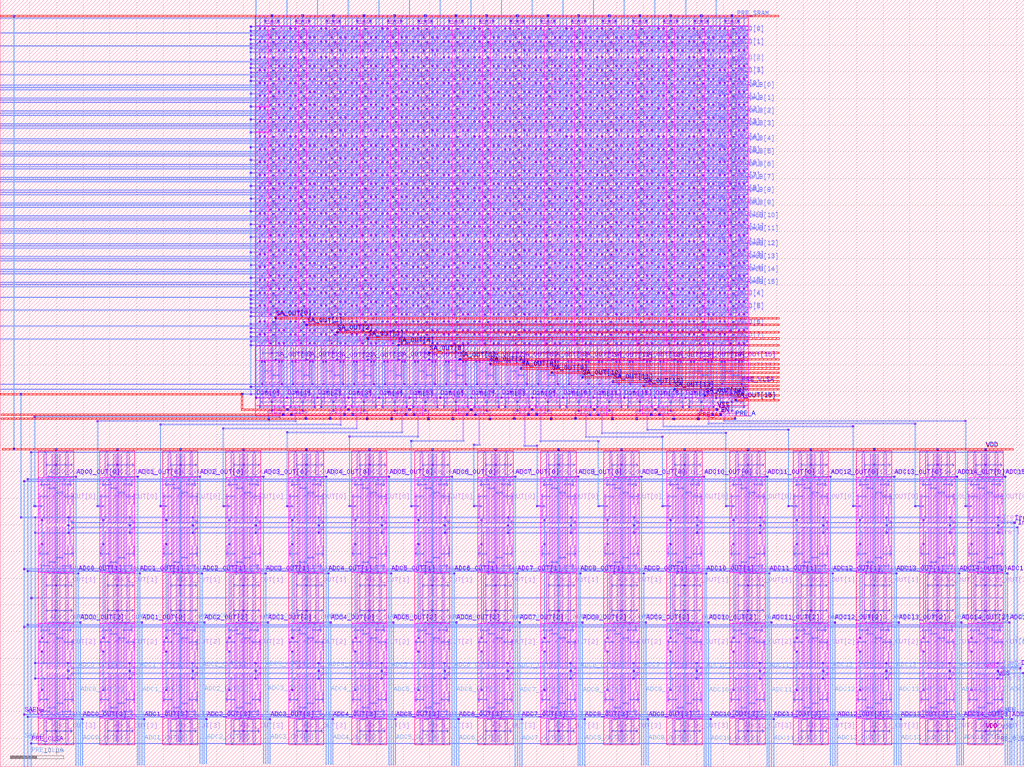
<source format=lef>
VERSION 5.7 ;
  NOWIREEXTENSIONATPIN ON ;
  DIVIDERCHAR "/" ;
  BUSBITCHARS "[]" ;
MACRO Integrated_bitcell_with_dummy_cells
  CLASS BLOCK ;
  FOREIGN Integrated_bitcell_with_dummy_cells ;
  ORIGIN 45.520 90.350 ;
  SIZE 191.920 BY 143.910 ;
  PIN PRE_SRAM
    ANTENNAGATEAREA 3.024000 ;
    PORT
      LAYER li1 ;
        RECT 4.340 49.990 4.670 50.160 ;
        RECT 5.210 49.990 5.540 50.160 ;
        RECT 6.080 49.990 6.410 50.160 ;
        RECT 10.090 49.990 10.420 50.160 ;
        RECT 10.960 49.990 11.290 50.160 ;
        RECT 11.830 49.990 12.160 50.160 ;
        RECT 15.840 49.990 16.170 50.160 ;
        RECT 16.710 49.990 17.040 50.160 ;
        RECT 17.580 49.990 17.910 50.160 ;
        RECT 21.590 49.990 21.920 50.160 ;
        RECT 22.460 49.990 22.790 50.160 ;
        RECT 23.330 49.990 23.660 50.160 ;
        RECT 27.340 49.990 27.670 50.160 ;
        RECT 28.210 49.990 28.540 50.160 ;
        RECT 29.080 49.990 29.410 50.160 ;
        RECT 33.090 49.990 33.420 50.160 ;
        RECT 33.960 49.990 34.290 50.160 ;
        RECT 34.830 49.990 35.160 50.160 ;
        RECT 38.840 49.990 39.170 50.160 ;
        RECT 39.710 49.990 40.040 50.160 ;
        RECT 40.580 49.990 40.910 50.160 ;
        RECT 44.590 49.990 44.920 50.160 ;
        RECT 45.460 49.990 45.790 50.160 ;
        RECT 46.330 49.990 46.660 50.160 ;
        RECT 50.340 49.990 50.670 50.160 ;
        RECT 51.210 49.990 51.540 50.160 ;
        RECT 52.080 49.990 52.410 50.160 ;
        RECT 56.090 49.990 56.420 50.160 ;
        RECT 56.960 49.990 57.290 50.160 ;
        RECT 57.830 49.990 58.160 50.160 ;
        RECT 61.840 49.990 62.170 50.160 ;
        RECT 62.710 49.990 63.040 50.160 ;
        RECT 63.580 49.990 63.910 50.160 ;
        RECT 67.590 49.990 67.920 50.160 ;
        RECT 68.460 49.990 68.790 50.160 ;
        RECT 69.330 49.990 69.660 50.160 ;
        RECT 73.340 49.990 73.670 50.160 ;
        RECT 74.210 49.990 74.540 50.160 ;
        RECT 75.080 49.990 75.410 50.160 ;
        RECT 79.090 49.990 79.420 50.160 ;
        RECT 79.960 49.990 80.290 50.160 ;
        RECT 80.830 49.990 81.160 50.160 ;
        RECT 84.840 49.990 85.170 50.160 ;
        RECT 85.710 49.990 86.040 50.160 ;
        RECT 86.580 49.990 86.910 50.160 ;
        RECT 90.590 49.990 90.920 50.160 ;
        RECT 91.460 49.990 91.790 50.160 ;
        RECT 92.330 49.990 92.660 50.160 ;
      LAYER mcon ;
        RECT 4.420 49.990 4.590 50.160 ;
        RECT 5.290 49.990 5.460 50.160 ;
        RECT 6.160 49.990 6.330 50.160 ;
        RECT 10.170 49.990 10.340 50.160 ;
        RECT 11.040 49.990 11.210 50.160 ;
        RECT 11.910 49.990 12.080 50.160 ;
        RECT 15.920 49.990 16.090 50.160 ;
        RECT 16.790 49.990 16.960 50.160 ;
        RECT 17.660 49.990 17.830 50.160 ;
        RECT 21.670 49.990 21.840 50.160 ;
        RECT 22.540 49.990 22.710 50.160 ;
        RECT 23.410 49.990 23.580 50.160 ;
        RECT 27.420 49.990 27.590 50.160 ;
        RECT 28.290 49.990 28.460 50.160 ;
        RECT 29.160 49.990 29.330 50.160 ;
        RECT 33.170 49.990 33.340 50.160 ;
        RECT 34.040 49.990 34.210 50.160 ;
        RECT 34.910 49.990 35.080 50.160 ;
        RECT 38.920 49.990 39.090 50.160 ;
        RECT 39.790 49.990 39.960 50.160 ;
        RECT 40.660 49.990 40.830 50.160 ;
        RECT 44.670 49.990 44.840 50.160 ;
        RECT 45.540 49.990 45.710 50.160 ;
        RECT 46.410 49.990 46.580 50.160 ;
        RECT 50.420 49.990 50.590 50.160 ;
        RECT 51.290 49.990 51.460 50.160 ;
        RECT 52.160 49.990 52.330 50.160 ;
        RECT 56.170 49.990 56.340 50.160 ;
        RECT 57.040 49.990 57.210 50.160 ;
        RECT 57.910 49.990 58.080 50.160 ;
        RECT 61.920 49.990 62.090 50.160 ;
        RECT 62.790 49.990 62.960 50.160 ;
        RECT 63.660 49.990 63.830 50.160 ;
        RECT 67.670 49.990 67.840 50.160 ;
        RECT 68.540 49.990 68.710 50.160 ;
        RECT 69.410 49.990 69.580 50.160 ;
        RECT 73.420 49.990 73.590 50.160 ;
        RECT 74.290 49.990 74.460 50.160 ;
        RECT 75.160 49.990 75.330 50.160 ;
        RECT 79.170 49.990 79.340 50.160 ;
        RECT 80.040 49.990 80.210 50.160 ;
        RECT 80.910 49.990 81.080 50.160 ;
        RECT 84.920 49.990 85.090 50.160 ;
        RECT 85.790 49.990 85.960 50.160 ;
        RECT 86.660 49.990 86.830 50.160 ;
        RECT 90.670 49.990 90.840 50.160 ;
        RECT 91.540 49.990 91.710 50.160 ;
        RECT 92.410 49.990 92.580 50.160 ;
      LAYER met1 ;
        RECT 4.340 50.140 4.670 50.190 ;
        RECT 5.210 50.140 5.540 50.190 ;
        RECT 6.080 50.140 6.410 50.190 ;
        RECT 10.090 50.140 10.420 50.190 ;
        RECT 10.960 50.140 11.290 50.190 ;
        RECT 11.830 50.140 12.160 50.190 ;
        RECT 15.840 50.140 16.170 50.190 ;
        RECT 16.710 50.140 17.040 50.190 ;
        RECT 17.580 50.140 17.910 50.190 ;
        RECT 21.590 50.140 21.920 50.190 ;
        RECT 22.460 50.140 22.790 50.190 ;
        RECT 23.330 50.140 23.660 50.190 ;
        RECT 27.340 50.140 27.670 50.190 ;
        RECT 28.210 50.140 28.540 50.190 ;
        RECT 29.080 50.140 29.410 50.190 ;
        RECT 33.090 50.140 33.420 50.190 ;
        RECT 33.960 50.140 34.290 50.190 ;
        RECT 34.830 50.140 35.160 50.190 ;
        RECT 38.840 50.140 39.170 50.190 ;
        RECT 39.710 50.140 40.040 50.190 ;
        RECT 40.580 50.140 40.910 50.190 ;
        RECT 44.590 50.140 44.920 50.190 ;
        RECT 45.460 50.140 45.790 50.190 ;
        RECT 46.330 50.140 46.660 50.190 ;
        RECT 50.340 50.140 50.670 50.190 ;
        RECT 51.210 50.140 51.540 50.190 ;
        RECT 52.080 50.140 52.410 50.190 ;
        RECT 56.090 50.140 56.420 50.190 ;
        RECT 56.960 50.140 57.290 50.190 ;
        RECT 57.830 50.140 58.160 50.190 ;
        RECT 61.840 50.140 62.170 50.190 ;
        RECT 62.710 50.140 63.040 50.190 ;
        RECT 63.580 50.140 63.910 50.190 ;
        RECT 67.590 50.140 67.920 50.190 ;
        RECT 68.460 50.140 68.790 50.190 ;
        RECT 69.330 50.140 69.660 50.190 ;
        RECT 73.340 50.140 73.670 50.190 ;
        RECT 74.210 50.140 74.540 50.190 ;
        RECT 75.080 50.140 75.410 50.190 ;
        RECT 79.090 50.140 79.420 50.190 ;
        RECT 79.960 50.140 80.290 50.190 ;
        RECT 80.830 50.140 81.160 50.190 ;
        RECT 84.840 50.140 85.170 50.190 ;
        RECT 85.710 50.140 86.040 50.190 ;
        RECT 86.580 50.140 86.910 50.190 ;
        RECT 90.590 50.140 90.920 50.190 ;
        RECT 91.460 50.140 91.790 50.190 ;
        RECT 92.330 50.140 92.660 50.190 ;
        RECT -45.490 50.000 94.660 50.140 ;
        RECT 4.340 49.960 4.670 50.000 ;
        RECT 5.210 49.960 5.540 50.000 ;
        RECT 6.080 49.960 6.410 50.000 ;
        RECT 10.090 49.960 10.420 50.000 ;
        RECT 10.960 49.960 11.290 50.000 ;
        RECT 11.830 49.960 12.160 50.000 ;
        RECT 15.840 49.960 16.170 50.000 ;
        RECT 16.710 49.960 17.040 50.000 ;
        RECT 17.580 49.960 17.910 50.000 ;
        RECT 21.590 49.960 21.920 50.000 ;
        RECT 22.460 49.960 22.790 50.000 ;
        RECT 23.330 49.960 23.660 50.000 ;
        RECT 27.340 49.960 27.670 50.000 ;
        RECT 28.210 49.960 28.540 50.000 ;
        RECT 29.080 49.960 29.410 50.000 ;
        RECT 33.090 49.960 33.420 50.000 ;
        RECT 33.960 49.960 34.290 50.000 ;
        RECT 34.830 49.960 35.160 50.000 ;
        RECT 38.840 49.960 39.170 50.000 ;
        RECT 39.710 49.960 40.040 50.000 ;
        RECT 40.580 49.960 40.910 50.000 ;
        RECT 44.590 49.960 44.920 50.000 ;
        RECT 45.460 49.960 45.790 50.000 ;
        RECT 46.330 49.960 46.660 50.000 ;
        RECT 50.340 49.960 50.670 50.000 ;
        RECT 51.210 49.960 51.540 50.000 ;
        RECT 52.080 49.960 52.410 50.000 ;
        RECT 56.090 49.960 56.420 50.000 ;
        RECT 56.960 49.960 57.290 50.000 ;
        RECT 57.830 49.960 58.160 50.000 ;
        RECT 61.840 49.960 62.170 50.000 ;
        RECT 62.710 49.960 63.040 50.000 ;
        RECT 63.580 49.960 63.910 50.000 ;
        RECT 67.590 49.960 67.920 50.000 ;
        RECT 68.460 49.960 68.790 50.000 ;
        RECT 69.330 49.960 69.660 50.000 ;
        RECT 73.340 49.960 73.670 50.000 ;
        RECT 74.210 49.960 74.540 50.000 ;
        RECT 75.080 49.960 75.410 50.000 ;
        RECT 79.090 49.960 79.420 50.000 ;
        RECT 79.960 49.960 80.290 50.000 ;
        RECT 80.830 49.960 81.160 50.000 ;
        RECT 84.840 49.960 85.170 50.000 ;
        RECT 85.710 49.960 86.040 50.000 ;
        RECT 86.580 49.960 86.910 50.000 ;
        RECT 90.590 49.960 90.920 50.000 ;
        RECT 91.460 49.960 91.790 50.000 ;
        RECT 92.330 49.960 92.660 50.000 ;
    END
  END PRE_SRAM
  PIN RWL[0]
    ANTENNAGATEAREA 1.008000 ;
    PORT
      LAYER li1 ;
        RECT 2.520 37.330 2.690 37.660 ;
        RECT 8.270 37.330 8.440 37.660 ;
        RECT 14.020 37.330 14.190 37.660 ;
        RECT 19.770 37.330 19.940 37.660 ;
        RECT 25.520 37.330 25.690 37.660 ;
        RECT 31.270 37.330 31.440 37.660 ;
        RECT 37.020 37.330 37.190 37.660 ;
        RECT 42.770 37.330 42.940 37.660 ;
        RECT 48.520 37.330 48.690 37.660 ;
        RECT 54.270 37.330 54.440 37.660 ;
        RECT 60.020 37.330 60.190 37.660 ;
        RECT 65.770 37.330 65.940 37.660 ;
        RECT 71.520 37.330 71.690 37.660 ;
        RECT 77.270 37.330 77.440 37.660 ;
        RECT 83.020 37.330 83.190 37.660 ;
        RECT 88.770 37.330 88.940 37.660 ;
      LAYER mcon ;
        RECT 2.520 37.410 2.690 37.580 ;
        RECT 8.270 37.410 8.440 37.580 ;
        RECT 14.020 37.410 14.190 37.580 ;
        RECT 19.770 37.410 19.940 37.580 ;
        RECT 25.520 37.410 25.690 37.580 ;
        RECT 31.270 37.410 31.440 37.580 ;
        RECT 37.020 37.410 37.190 37.580 ;
        RECT 42.770 37.410 42.940 37.580 ;
        RECT 48.520 37.410 48.690 37.580 ;
        RECT 54.270 37.410 54.440 37.580 ;
        RECT 60.020 37.410 60.190 37.580 ;
        RECT 65.770 37.410 65.940 37.580 ;
        RECT 71.520 37.410 71.690 37.580 ;
        RECT 77.270 37.410 77.440 37.580 ;
        RECT 83.020 37.410 83.190 37.580 ;
        RECT 88.770 37.410 88.940 37.580 ;
      LAYER met1 ;
        RECT 2.460 37.550 2.760 37.620 ;
        RECT 8.210 37.550 8.510 37.620 ;
        RECT 13.960 37.550 14.260 37.620 ;
        RECT 19.710 37.550 20.010 37.620 ;
        RECT 25.460 37.550 25.760 37.620 ;
        RECT 31.210 37.550 31.510 37.620 ;
        RECT 36.960 37.550 37.260 37.620 ;
        RECT 42.710 37.550 43.010 37.620 ;
        RECT 48.460 37.550 48.760 37.620 ;
        RECT 54.210 37.550 54.510 37.620 ;
        RECT 59.960 37.550 60.260 37.620 ;
        RECT 65.710 37.550 66.010 37.620 ;
        RECT 71.460 37.550 71.760 37.620 ;
        RECT 77.210 37.550 77.510 37.620 ;
        RECT 82.960 37.550 83.260 37.620 ;
        RECT 88.710 37.550 89.010 37.620 ;
        RECT -45.490 37.410 94.660 37.550 ;
        RECT 2.460 37.330 2.760 37.410 ;
        RECT 8.210 37.330 8.510 37.410 ;
        RECT 13.960 37.330 14.260 37.410 ;
        RECT 19.710 37.330 20.010 37.410 ;
        RECT 25.460 37.330 25.760 37.410 ;
        RECT 31.210 37.330 31.510 37.410 ;
        RECT 36.960 37.330 37.260 37.410 ;
        RECT 42.710 37.330 43.010 37.410 ;
        RECT 48.460 37.330 48.760 37.410 ;
        RECT 54.210 37.330 54.510 37.410 ;
        RECT 59.960 37.330 60.260 37.410 ;
        RECT 65.710 37.330 66.010 37.410 ;
        RECT 71.460 37.330 71.760 37.410 ;
        RECT 77.210 37.330 77.510 37.410 ;
        RECT 82.960 37.330 83.260 37.410 ;
        RECT 88.710 37.330 89.010 37.410 ;
    END
  END RWL[0]
  PIN WWL[0]
    ANTENNAGATEAREA 2.016000 ;
    PORT
      LAYER li1 ;
        RECT 4.500 37.060 4.670 37.750 ;
        RECT 6.110 36.410 6.280 37.100 ;
        RECT 10.250 37.060 10.420 37.750 ;
        RECT 11.860 36.410 12.030 37.100 ;
        RECT 16.000 37.060 16.170 37.750 ;
        RECT 17.610 36.410 17.780 37.100 ;
        RECT 21.750 37.060 21.920 37.750 ;
        RECT 23.360 36.410 23.530 37.100 ;
        RECT 27.500 37.060 27.670 37.750 ;
        RECT 29.110 36.410 29.280 37.100 ;
        RECT 33.250 37.060 33.420 37.750 ;
        RECT 34.860 36.410 35.030 37.100 ;
        RECT 39.000 37.060 39.170 37.750 ;
        RECT 40.610 36.410 40.780 37.100 ;
        RECT 44.750 37.060 44.920 37.750 ;
        RECT 46.360 36.410 46.530 37.100 ;
        RECT 50.500 37.060 50.670 37.750 ;
        RECT 52.110 36.410 52.280 37.100 ;
        RECT 56.250 37.060 56.420 37.750 ;
        RECT 57.860 36.410 58.030 37.100 ;
        RECT 62.000 37.060 62.170 37.750 ;
        RECT 63.610 36.410 63.780 37.100 ;
        RECT 67.750 37.060 67.920 37.750 ;
        RECT 69.360 36.410 69.530 37.100 ;
        RECT 73.500 37.060 73.670 37.750 ;
        RECT 75.110 36.410 75.280 37.100 ;
        RECT 79.250 37.060 79.420 37.750 ;
        RECT 80.860 36.410 81.030 37.100 ;
        RECT 85.000 37.060 85.170 37.750 ;
        RECT 86.610 36.410 86.780 37.100 ;
        RECT 90.750 37.060 90.920 37.750 ;
        RECT 92.360 36.410 92.530 37.100 ;
      LAYER mcon ;
        RECT 6.110 36.930 6.280 37.100 ;
        RECT 11.860 36.930 12.030 37.100 ;
        RECT 17.610 36.930 17.780 37.100 ;
        RECT 23.360 36.930 23.530 37.100 ;
        RECT 29.110 36.930 29.280 37.100 ;
        RECT 34.860 36.930 35.030 37.100 ;
        RECT 40.610 36.930 40.780 37.100 ;
        RECT 46.360 36.930 46.530 37.100 ;
        RECT 52.110 36.930 52.280 37.100 ;
        RECT 57.860 36.930 58.030 37.100 ;
        RECT 63.610 36.930 63.780 37.100 ;
        RECT 69.360 36.930 69.530 37.100 ;
        RECT 75.110 36.930 75.280 37.100 ;
        RECT 80.860 36.930 81.030 37.100 ;
        RECT 86.610 36.930 86.780 37.100 ;
        RECT 92.360 36.930 92.530 37.100 ;
      LAYER met1 ;
        RECT 4.440 37.150 4.730 37.270 ;
        RECT 10.190 37.150 10.480 37.270 ;
        RECT 15.940 37.150 16.230 37.270 ;
        RECT 21.690 37.150 21.980 37.270 ;
        RECT 27.440 37.150 27.730 37.270 ;
        RECT 33.190 37.150 33.480 37.270 ;
        RECT 38.940 37.150 39.230 37.270 ;
        RECT 44.690 37.150 44.980 37.270 ;
        RECT 50.440 37.150 50.730 37.270 ;
        RECT 56.190 37.150 56.480 37.270 ;
        RECT 61.940 37.150 62.230 37.270 ;
        RECT 67.690 37.150 67.980 37.270 ;
        RECT 73.440 37.150 73.730 37.270 ;
        RECT 79.190 37.150 79.480 37.270 ;
        RECT 84.940 37.150 85.230 37.270 ;
        RECT 90.690 37.150 90.980 37.270 ;
        RECT -45.490 37.010 94.660 37.150 ;
        RECT 6.050 36.890 6.340 37.010 ;
        RECT 11.800 36.890 12.090 37.010 ;
        RECT 17.550 36.890 17.840 37.010 ;
        RECT 23.300 36.890 23.590 37.010 ;
        RECT 29.050 36.890 29.340 37.010 ;
        RECT 34.800 36.890 35.090 37.010 ;
        RECT 40.550 36.890 40.840 37.010 ;
        RECT 46.300 36.890 46.590 37.010 ;
        RECT 52.050 36.890 52.340 37.010 ;
        RECT 57.800 36.890 58.090 37.010 ;
        RECT 63.550 36.890 63.840 37.010 ;
        RECT 69.300 36.890 69.590 37.010 ;
        RECT 75.050 36.890 75.340 37.010 ;
        RECT 80.800 36.890 81.090 37.010 ;
        RECT 86.550 36.890 86.840 37.010 ;
        RECT 92.300 36.890 92.590 37.010 ;
    END
  END WWL[0]
  PIN RWLB[0]
    ANTENNAGATEAREA 1.008000 ;
    PORT
      LAYER li1 ;
        RECT 8.060 36.510 8.230 36.840 ;
        RECT 13.810 36.510 13.980 36.840 ;
        RECT 19.560 36.510 19.730 36.840 ;
        RECT 25.310 36.510 25.480 36.840 ;
        RECT 31.060 36.510 31.230 36.840 ;
        RECT 36.810 36.510 36.980 36.840 ;
        RECT 42.560 36.510 42.730 36.840 ;
        RECT 48.310 36.510 48.480 36.840 ;
        RECT 54.060 36.510 54.230 36.840 ;
        RECT 59.810 36.510 59.980 36.840 ;
        RECT 65.560 36.510 65.730 36.840 ;
        RECT 71.310 36.510 71.480 36.840 ;
        RECT 77.060 36.510 77.230 36.840 ;
        RECT 82.810 36.510 82.980 36.840 ;
        RECT 88.560 36.510 88.730 36.840 ;
        RECT 94.310 36.510 94.480 36.840 ;
      LAYER mcon ;
        RECT 8.060 36.590 8.230 36.760 ;
        RECT 13.810 36.590 13.980 36.760 ;
        RECT 19.560 36.590 19.730 36.760 ;
        RECT 25.310 36.590 25.480 36.760 ;
        RECT 31.060 36.590 31.230 36.760 ;
        RECT 36.810 36.590 36.980 36.760 ;
        RECT 42.560 36.590 42.730 36.760 ;
        RECT 48.310 36.590 48.480 36.760 ;
        RECT 54.060 36.590 54.230 36.760 ;
        RECT 59.810 36.590 59.980 36.760 ;
        RECT 65.560 36.590 65.730 36.760 ;
        RECT 71.310 36.590 71.480 36.760 ;
        RECT 77.060 36.590 77.230 36.760 ;
        RECT 82.810 36.590 82.980 36.760 ;
        RECT 88.560 36.590 88.730 36.760 ;
        RECT 94.310 36.590 94.480 36.760 ;
      LAYER met1 ;
        RECT 8.010 36.740 8.310 36.840 ;
        RECT 13.760 36.740 14.060 36.840 ;
        RECT 19.510 36.740 19.810 36.840 ;
        RECT 25.260 36.740 25.560 36.840 ;
        RECT 31.010 36.740 31.310 36.840 ;
        RECT 36.760 36.740 37.060 36.840 ;
        RECT 42.510 36.740 42.810 36.840 ;
        RECT 48.260 36.740 48.560 36.840 ;
        RECT 54.010 36.740 54.310 36.840 ;
        RECT 59.760 36.740 60.060 36.840 ;
        RECT 65.510 36.740 65.810 36.840 ;
        RECT 71.260 36.740 71.560 36.840 ;
        RECT 77.010 36.740 77.310 36.840 ;
        RECT 82.760 36.740 83.060 36.840 ;
        RECT 88.510 36.740 88.810 36.840 ;
        RECT 94.260 36.740 94.560 36.840 ;
        RECT -45.490 36.600 94.660 36.740 ;
        RECT 8.010 36.510 8.310 36.600 ;
        RECT 13.760 36.510 14.060 36.600 ;
        RECT 19.510 36.510 19.810 36.600 ;
        RECT 25.260 36.510 25.560 36.600 ;
        RECT 31.010 36.510 31.310 36.600 ;
        RECT 36.760 36.510 37.060 36.600 ;
        RECT 42.510 36.510 42.810 36.600 ;
        RECT 48.260 36.510 48.560 36.600 ;
        RECT 54.010 36.510 54.310 36.600 ;
        RECT 59.760 36.510 60.060 36.600 ;
        RECT 65.510 36.510 65.810 36.600 ;
        RECT 71.260 36.510 71.560 36.600 ;
        RECT 77.010 36.510 77.310 36.600 ;
        RECT 82.760 36.510 83.060 36.600 ;
        RECT 88.510 36.510 88.810 36.600 ;
        RECT 94.260 36.510 94.560 36.600 ;
    END
  END RWLB[0]
  PIN RWL[1]
    ANTENNAGATEAREA 1.008000 ;
    PORT
      LAYER li1 ;
        RECT 2.520 34.920 2.690 35.250 ;
        RECT 8.270 34.920 8.440 35.250 ;
        RECT 14.020 34.920 14.190 35.250 ;
        RECT 19.770 34.920 19.940 35.250 ;
        RECT 25.520 34.920 25.690 35.250 ;
        RECT 31.270 34.920 31.440 35.250 ;
        RECT 37.020 34.920 37.190 35.250 ;
        RECT 42.770 34.920 42.940 35.250 ;
        RECT 48.520 34.920 48.690 35.250 ;
        RECT 54.270 34.920 54.440 35.250 ;
        RECT 60.020 34.920 60.190 35.250 ;
        RECT 65.770 34.920 65.940 35.250 ;
        RECT 71.520 34.920 71.690 35.250 ;
        RECT 77.270 34.920 77.440 35.250 ;
        RECT 83.020 34.920 83.190 35.250 ;
        RECT 88.770 34.920 88.940 35.250 ;
      LAYER mcon ;
        RECT 2.520 35.000 2.690 35.170 ;
        RECT 8.270 35.000 8.440 35.170 ;
        RECT 14.020 35.000 14.190 35.170 ;
        RECT 19.770 35.000 19.940 35.170 ;
        RECT 25.520 35.000 25.690 35.170 ;
        RECT 31.270 35.000 31.440 35.170 ;
        RECT 37.020 35.000 37.190 35.170 ;
        RECT 42.770 35.000 42.940 35.170 ;
        RECT 48.520 35.000 48.690 35.170 ;
        RECT 54.270 35.000 54.440 35.170 ;
        RECT 60.020 35.000 60.190 35.170 ;
        RECT 65.770 35.000 65.940 35.170 ;
        RECT 71.520 35.000 71.690 35.170 ;
        RECT 77.270 35.000 77.440 35.170 ;
        RECT 83.020 35.000 83.190 35.170 ;
        RECT 88.770 35.000 88.940 35.170 ;
      LAYER met1 ;
        RECT 2.460 35.140 2.760 35.210 ;
        RECT 8.210 35.140 8.510 35.210 ;
        RECT 13.960 35.140 14.260 35.210 ;
        RECT 19.710 35.140 20.010 35.210 ;
        RECT 25.460 35.140 25.760 35.210 ;
        RECT 31.210 35.140 31.510 35.210 ;
        RECT 36.960 35.140 37.260 35.210 ;
        RECT 42.710 35.140 43.010 35.210 ;
        RECT 48.460 35.140 48.760 35.210 ;
        RECT 54.210 35.140 54.510 35.210 ;
        RECT 59.960 35.140 60.260 35.210 ;
        RECT 65.710 35.140 66.010 35.210 ;
        RECT 71.460 35.140 71.760 35.210 ;
        RECT 77.210 35.140 77.510 35.210 ;
        RECT 82.960 35.140 83.260 35.210 ;
        RECT 88.710 35.140 89.010 35.210 ;
        RECT -45.490 35.000 94.660 35.140 ;
        RECT 2.460 34.920 2.760 35.000 ;
        RECT 8.210 34.920 8.510 35.000 ;
        RECT 13.960 34.920 14.260 35.000 ;
        RECT 19.710 34.920 20.010 35.000 ;
        RECT 25.460 34.920 25.760 35.000 ;
        RECT 31.210 34.920 31.510 35.000 ;
        RECT 36.960 34.920 37.260 35.000 ;
        RECT 42.710 34.920 43.010 35.000 ;
        RECT 48.460 34.920 48.760 35.000 ;
        RECT 54.210 34.920 54.510 35.000 ;
        RECT 59.960 34.920 60.260 35.000 ;
        RECT 65.710 34.920 66.010 35.000 ;
        RECT 71.460 34.920 71.760 35.000 ;
        RECT 77.210 34.920 77.510 35.000 ;
        RECT 82.960 34.920 83.260 35.000 ;
        RECT 88.710 34.920 89.010 35.000 ;
    END
  END RWL[1]
  PIN WWL[1]
    ANTENNAGATEAREA 2.016000 ;
    PORT
      LAYER li1 ;
        RECT 4.500 34.650 4.670 35.340 ;
        RECT 6.110 34.000 6.280 34.690 ;
        RECT 10.250 34.650 10.420 35.340 ;
        RECT 11.860 34.000 12.030 34.690 ;
        RECT 16.000 34.650 16.170 35.340 ;
        RECT 17.610 34.000 17.780 34.690 ;
        RECT 21.750 34.650 21.920 35.340 ;
        RECT 23.360 34.000 23.530 34.690 ;
        RECT 27.500 34.650 27.670 35.340 ;
        RECT 29.110 34.000 29.280 34.690 ;
        RECT 33.250 34.650 33.420 35.340 ;
        RECT 34.860 34.000 35.030 34.690 ;
        RECT 39.000 34.650 39.170 35.340 ;
        RECT 40.610 34.000 40.780 34.690 ;
        RECT 44.750 34.650 44.920 35.340 ;
        RECT 46.360 34.000 46.530 34.690 ;
        RECT 50.500 34.650 50.670 35.340 ;
        RECT 52.110 34.000 52.280 34.690 ;
        RECT 56.250 34.650 56.420 35.340 ;
        RECT 57.860 34.000 58.030 34.690 ;
        RECT 62.000 34.650 62.170 35.340 ;
        RECT 63.610 34.000 63.780 34.690 ;
        RECT 67.750 34.650 67.920 35.340 ;
        RECT 69.360 34.000 69.530 34.690 ;
        RECT 73.500 34.650 73.670 35.340 ;
        RECT 75.110 34.000 75.280 34.690 ;
        RECT 79.250 34.650 79.420 35.340 ;
        RECT 80.860 34.000 81.030 34.690 ;
        RECT 85.000 34.650 85.170 35.340 ;
        RECT 86.610 34.000 86.780 34.690 ;
        RECT 90.750 34.650 90.920 35.340 ;
        RECT 92.360 34.000 92.530 34.690 ;
      LAYER mcon ;
        RECT 6.110 34.520 6.280 34.690 ;
        RECT 11.860 34.520 12.030 34.690 ;
        RECT 17.610 34.520 17.780 34.690 ;
        RECT 23.360 34.520 23.530 34.690 ;
        RECT 29.110 34.520 29.280 34.690 ;
        RECT 34.860 34.520 35.030 34.690 ;
        RECT 40.610 34.520 40.780 34.690 ;
        RECT 46.360 34.520 46.530 34.690 ;
        RECT 52.110 34.520 52.280 34.690 ;
        RECT 57.860 34.520 58.030 34.690 ;
        RECT 63.610 34.520 63.780 34.690 ;
        RECT 69.360 34.520 69.530 34.690 ;
        RECT 75.110 34.520 75.280 34.690 ;
        RECT 80.860 34.520 81.030 34.690 ;
        RECT 86.610 34.520 86.780 34.690 ;
        RECT 92.360 34.520 92.530 34.690 ;
      LAYER met1 ;
        RECT 4.440 34.740 4.730 34.860 ;
        RECT 10.190 34.740 10.480 34.860 ;
        RECT 15.940 34.740 16.230 34.860 ;
        RECT 21.690 34.740 21.980 34.860 ;
        RECT 27.440 34.740 27.730 34.860 ;
        RECT 33.190 34.740 33.480 34.860 ;
        RECT 38.940 34.740 39.230 34.860 ;
        RECT 44.690 34.740 44.980 34.860 ;
        RECT 50.440 34.740 50.730 34.860 ;
        RECT 56.190 34.740 56.480 34.860 ;
        RECT 61.940 34.740 62.230 34.860 ;
        RECT 67.690 34.740 67.980 34.860 ;
        RECT 73.440 34.740 73.730 34.860 ;
        RECT 79.190 34.740 79.480 34.860 ;
        RECT 84.940 34.740 85.230 34.860 ;
        RECT 90.690 34.740 90.980 34.860 ;
        RECT -45.490 34.600 94.660 34.740 ;
        RECT 6.050 34.480 6.340 34.600 ;
        RECT 11.800 34.480 12.090 34.600 ;
        RECT 17.550 34.480 17.840 34.600 ;
        RECT 23.300 34.480 23.590 34.600 ;
        RECT 29.050 34.480 29.340 34.600 ;
        RECT 34.800 34.480 35.090 34.600 ;
        RECT 40.550 34.480 40.840 34.600 ;
        RECT 46.300 34.480 46.590 34.600 ;
        RECT 52.050 34.480 52.340 34.600 ;
        RECT 57.800 34.480 58.090 34.600 ;
        RECT 63.550 34.480 63.840 34.600 ;
        RECT 69.300 34.480 69.590 34.600 ;
        RECT 75.050 34.480 75.340 34.600 ;
        RECT 80.800 34.480 81.090 34.600 ;
        RECT 86.550 34.480 86.840 34.600 ;
        RECT 92.300 34.480 92.590 34.600 ;
    END
  END WWL[1]
  PIN RWLB[1]
    ANTENNAGATEAREA 1.008000 ;
    PORT
      LAYER li1 ;
        RECT 8.060 34.100 8.230 34.430 ;
        RECT 13.810 34.100 13.980 34.430 ;
        RECT 19.560 34.100 19.730 34.430 ;
        RECT 25.310 34.100 25.480 34.430 ;
        RECT 31.060 34.100 31.230 34.430 ;
        RECT 36.810 34.100 36.980 34.430 ;
        RECT 42.560 34.100 42.730 34.430 ;
        RECT 48.310 34.100 48.480 34.430 ;
        RECT 54.060 34.100 54.230 34.430 ;
        RECT 59.810 34.100 59.980 34.430 ;
        RECT 65.560 34.100 65.730 34.430 ;
        RECT 71.310 34.100 71.480 34.430 ;
        RECT 77.060 34.100 77.230 34.430 ;
        RECT 82.810 34.100 82.980 34.430 ;
        RECT 88.560 34.100 88.730 34.430 ;
        RECT 94.310 34.100 94.480 34.430 ;
      LAYER mcon ;
        RECT 8.060 34.180 8.230 34.350 ;
        RECT 13.810 34.180 13.980 34.350 ;
        RECT 19.560 34.180 19.730 34.350 ;
        RECT 25.310 34.180 25.480 34.350 ;
        RECT 31.060 34.180 31.230 34.350 ;
        RECT 36.810 34.180 36.980 34.350 ;
        RECT 42.560 34.180 42.730 34.350 ;
        RECT 48.310 34.180 48.480 34.350 ;
        RECT 54.060 34.180 54.230 34.350 ;
        RECT 59.810 34.180 59.980 34.350 ;
        RECT 65.560 34.180 65.730 34.350 ;
        RECT 71.310 34.180 71.480 34.350 ;
        RECT 77.060 34.180 77.230 34.350 ;
        RECT 82.810 34.180 82.980 34.350 ;
        RECT 88.560 34.180 88.730 34.350 ;
        RECT 94.310 34.180 94.480 34.350 ;
      LAYER met1 ;
        RECT 8.010 34.330 8.310 34.430 ;
        RECT 13.760 34.330 14.060 34.430 ;
        RECT 19.510 34.330 19.810 34.430 ;
        RECT 25.260 34.330 25.560 34.430 ;
        RECT 31.010 34.330 31.310 34.430 ;
        RECT 36.760 34.330 37.060 34.430 ;
        RECT 42.510 34.330 42.810 34.430 ;
        RECT 48.260 34.330 48.560 34.430 ;
        RECT 54.010 34.330 54.310 34.430 ;
        RECT 59.760 34.330 60.060 34.430 ;
        RECT 65.510 34.330 65.810 34.430 ;
        RECT 71.260 34.330 71.560 34.430 ;
        RECT 77.010 34.330 77.310 34.430 ;
        RECT 82.760 34.330 83.060 34.430 ;
        RECT 88.510 34.330 88.810 34.430 ;
        RECT 94.260 34.330 94.560 34.430 ;
        RECT -45.490 34.190 94.660 34.330 ;
        RECT 8.010 34.100 8.310 34.190 ;
        RECT 13.760 34.100 14.060 34.190 ;
        RECT 19.510 34.100 19.810 34.190 ;
        RECT 25.260 34.100 25.560 34.190 ;
        RECT 31.010 34.100 31.310 34.190 ;
        RECT 36.760 34.100 37.060 34.190 ;
        RECT 42.510 34.100 42.810 34.190 ;
        RECT 48.260 34.100 48.560 34.190 ;
        RECT 54.010 34.100 54.310 34.190 ;
        RECT 59.760 34.100 60.060 34.190 ;
        RECT 65.510 34.100 65.810 34.190 ;
        RECT 71.260 34.100 71.560 34.190 ;
        RECT 77.010 34.100 77.310 34.190 ;
        RECT 82.760 34.100 83.060 34.190 ;
        RECT 88.510 34.100 88.810 34.190 ;
        RECT 94.260 34.100 94.560 34.190 ;
    END
  END RWLB[1]
  PIN RWL[2]
    ANTENNAGATEAREA 1.008000 ;
    PORT
      LAYER li1 ;
        RECT 2.520 32.510 2.690 32.840 ;
        RECT 8.270 32.510 8.440 32.840 ;
        RECT 14.020 32.510 14.190 32.840 ;
        RECT 19.770 32.510 19.940 32.840 ;
        RECT 25.520 32.510 25.690 32.840 ;
        RECT 31.270 32.510 31.440 32.840 ;
        RECT 37.020 32.510 37.190 32.840 ;
        RECT 42.770 32.510 42.940 32.840 ;
        RECT 48.520 32.510 48.690 32.840 ;
        RECT 54.270 32.510 54.440 32.840 ;
        RECT 60.020 32.510 60.190 32.840 ;
        RECT 65.770 32.510 65.940 32.840 ;
        RECT 71.520 32.510 71.690 32.840 ;
        RECT 77.270 32.510 77.440 32.840 ;
        RECT 83.020 32.510 83.190 32.840 ;
        RECT 88.770 32.510 88.940 32.840 ;
      LAYER mcon ;
        RECT 2.520 32.590 2.690 32.760 ;
        RECT 8.270 32.590 8.440 32.760 ;
        RECT 14.020 32.590 14.190 32.760 ;
        RECT 19.770 32.590 19.940 32.760 ;
        RECT 25.520 32.590 25.690 32.760 ;
        RECT 31.270 32.590 31.440 32.760 ;
        RECT 37.020 32.590 37.190 32.760 ;
        RECT 42.770 32.590 42.940 32.760 ;
        RECT 48.520 32.590 48.690 32.760 ;
        RECT 54.270 32.590 54.440 32.760 ;
        RECT 60.020 32.590 60.190 32.760 ;
        RECT 65.770 32.590 65.940 32.760 ;
        RECT 71.520 32.590 71.690 32.760 ;
        RECT 77.270 32.590 77.440 32.760 ;
        RECT 83.020 32.590 83.190 32.760 ;
        RECT 88.770 32.590 88.940 32.760 ;
      LAYER met1 ;
        RECT 2.460 32.730 2.760 32.800 ;
        RECT 8.210 32.730 8.510 32.800 ;
        RECT 13.960 32.730 14.260 32.800 ;
        RECT 19.710 32.730 20.010 32.800 ;
        RECT 25.460 32.730 25.760 32.800 ;
        RECT 31.210 32.730 31.510 32.800 ;
        RECT 36.960 32.730 37.260 32.800 ;
        RECT 42.710 32.730 43.010 32.800 ;
        RECT 48.460 32.730 48.760 32.800 ;
        RECT 54.210 32.730 54.510 32.800 ;
        RECT 59.960 32.730 60.260 32.800 ;
        RECT 65.710 32.730 66.010 32.800 ;
        RECT 71.460 32.730 71.760 32.800 ;
        RECT 77.210 32.730 77.510 32.800 ;
        RECT 82.960 32.730 83.260 32.800 ;
        RECT 88.710 32.730 89.010 32.800 ;
        RECT -45.490 32.590 94.660 32.730 ;
        RECT 2.460 32.510 2.760 32.590 ;
        RECT 8.210 32.510 8.510 32.590 ;
        RECT 13.960 32.510 14.260 32.590 ;
        RECT 19.710 32.510 20.010 32.590 ;
        RECT 25.460 32.510 25.760 32.590 ;
        RECT 31.210 32.510 31.510 32.590 ;
        RECT 36.960 32.510 37.260 32.590 ;
        RECT 42.710 32.510 43.010 32.590 ;
        RECT 48.460 32.510 48.760 32.590 ;
        RECT 54.210 32.510 54.510 32.590 ;
        RECT 59.960 32.510 60.260 32.590 ;
        RECT 65.710 32.510 66.010 32.590 ;
        RECT 71.460 32.510 71.760 32.590 ;
        RECT 77.210 32.510 77.510 32.590 ;
        RECT 82.960 32.510 83.260 32.590 ;
        RECT 88.710 32.510 89.010 32.590 ;
    END
  END RWL[2]
  PIN WWL[2]
    ANTENNAGATEAREA 2.016000 ;
    PORT
      LAYER li1 ;
        RECT 4.500 32.240 4.670 32.930 ;
        RECT 6.110 31.590 6.280 32.280 ;
        RECT 10.250 32.240 10.420 32.930 ;
        RECT 11.860 31.590 12.030 32.280 ;
        RECT 16.000 32.240 16.170 32.930 ;
        RECT 17.610 31.590 17.780 32.280 ;
        RECT 21.750 32.240 21.920 32.930 ;
        RECT 23.360 31.590 23.530 32.280 ;
        RECT 27.500 32.240 27.670 32.930 ;
        RECT 29.110 31.590 29.280 32.280 ;
        RECT 33.250 32.240 33.420 32.930 ;
        RECT 34.860 31.590 35.030 32.280 ;
        RECT 39.000 32.240 39.170 32.930 ;
        RECT 40.610 31.590 40.780 32.280 ;
        RECT 44.750 32.240 44.920 32.930 ;
        RECT 46.360 31.590 46.530 32.280 ;
        RECT 50.500 32.240 50.670 32.930 ;
        RECT 52.110 31.590 52.280 32.280 ;
        RECT 56.250 32.240 56.420 32.930 ;
        RECT 57.860 31.590 58.030 32.280 ;
        RECT 62.000 32.240 62.170 32.930 ;
        RECT 63.610 31.590 63.780 32.280 ;
        RECT 67.750 32.240 67.920 32.930 ;
        RECT 69.360 31.590 69.530 32.280 ;
        RECT 73.500 32.240 73.670 32.930 ;
        RECT 75.110 31.590 75.280 32.280 ;
        RECT 79.250 32.240 79.420 32.930 ;
        RECT 80.860 31.590 81.030 32.280 ;
        RECT 85.000 32.240 85.170 32.930 ;
        RECT 86.610 31.590 86.780 32.280 ;
        RECT 90.750 32.240 90.920 32.930 ;
        RECT 92.360 31.590 92.530 32.280 ;
      LAYER mcon ;
        RECT 6.110 32.110 6.280 32.280 ;
        RECT 11.860 32.110 12.030 32.280 ;
        RECT 17.610 32.110 17.780 32.280 ;
        RECT 23.360 32.110 23.530 32.280 ;
        RECT 29.110 32.110 29.280 32.280 ;
        RECT 34.860 32.110 35.030 32.280 ;
        RECT 40.610 32.110 40.780 32.280 ;
        RECT 46.360 32.110 46.530 32.280 ;
        RECT 52.110 32.110 52.280 32.280 ;
        RECT 57.860 32.110 58.030 32.280 ;
        RECT 63.610 32.110 63.780 32.280 ;
        RECT 69.360 32.110 69.530 32.280 ;
        RECT 75.110 32.110 75.280 32.280 ;
        RECT 80.860 32.110 81.030 32.280 ;
        RECT 86.610 32.110 86.780 32.280 ;
        RECT 92.360 32.110 92.530 32.280 ;
      LAYER met1 ;
        RECT 4.440 32.330 4.730 32.450 ;
        RECT 10.190 32.330 10.480 32.450 ;
        RECT 15.940 32.330 16.230 32.450 ;
        RECT 21.690 32.330 21.980 32.450 ;
        RECT 27.440 32.330 27.730 32.450 ;
        RECT 33.190 32.330 33.480 32.450 ;
        RECT 38.940 32.330 39.230 32.450 ;
        RECT 44.690 32.330 44.980 32.450 ;
        RECT 50.440 32.330 50.730 32.450 ;
        RECT 56.190 32.330 56.480 32.450 ;
        RECT 61.940 32.330 62.230 32.450 ;
        RECT 67.690 32.330 67.980 32.450 ;
        RECT 73.440 32.330 73.730 32.450 ;
        RECT 79.190 32.330 79.480 32.450 ;
        RECT 84.940 32.330 85.230 32.450 ;
        RECT 90.690 32.330 90.980 32.450 ;
        RECT -45.490 32.190 94.660 32.330 ;
        RECT 6.050 32.070 6.340 32.190 ;
        RECT 11.800 32.070 12.090 32.190 ;
        RECT 17.550 32.070 17.840 32.190 ;
        RECT 23.300 32.070 23.590 32.190 ;
        RECT 29.050 32.070 29.340 32.190 ;
        RECT 34.800 32.070 35.090 32.190 ;
        RECT 40.550 32.070 40.840 32.190 ;
        RECT 46.300 32.070 46.590 32.190 ;
        RECT 52.050 32.070 52.340 32.190 ;
        RECT 57.800 32.070 58.090 32.190 ;
        RECT 63.550 32.070 63.840 32.190 ;
        RECT 69.300 32.070 69.590 32.190 ;
        RECT 75.050 32.070 75.340 32.190 ;
        RECT 80.800 32.070 81.090 32.190 ;
        RECT 86.550 32.070 86.840 32.190 ;
        RECT 92.300 32.070 92.590 32.190 ;
    END
  END WWL[2]
  PIN RWLB[2]
    ANTENNAGATEAREA 1.008000 ;
    PORT
      LAYER li1 ;
        RECT 8.060 31.690 8.230 32.020 ;
        RECT 13.810 31.690 13.980 32.020 ;
        RECT 19.560 31.690 19.730 32.020 ;
        RECT 25.310 31.690 25.480 32.020 ;
        RECT 31.060 31.690 31.230 32.020 ;
        RECT 36.810 31.690 36.980 32.020 ;
        RECT 42.560 31.690 42.730 32.020 ;
        RECT 48.310 31.690 48.480 32.020 ;
        RECT 54.060 31.690 54.230 32.020 ;
        RECT 59.810 31.690 59.980 32.020 ;
        RECT 65.560 31.690 65.730 32.020 ;
        RECT 71.310 31.690 71.480 32.020 ;
        RECT 77.060 31.690 77.230 32.020 ;
        RECT 82.810 31.690 82.980 32.020 ;
        RECT 88.560 31.690 88.730 32.020 ;
        RECT 94.310 31.690 94.480 32.020 ;
      LAYER mcon ;
        RECT 8.060 31.770 8.230 31.940 ;
        RECT 13.810 31.770 13.980 31.940 ;
        RECT 19.560 31.770 19.730 31.940 ;
        RECT 25.310 31.770 25.480 31.940 ;
        RECT 31.060 31.770 31.230 31.940 ;
        RECT 36.810 31.770 36.980 31.940 ;
        RECT 42.560 31.770 42.730 31.940 ;
        RECT 48.310 31.770 48.480 31.940 ;
        RECT 54.060 31.770 54.230 31.940 ;
        RECT 59.810 31.770 59.980 31.940 ;
        RECT 65.560 31.770 65.730 31.940 ;
        RECT 71.310 31.770 71.480 31.940 ;
        RECT 77.060 31.770 77.230 31.940 ;
        RECT 82.810 31.770 82.980 31.940 ;
        RECT 88.560 31.770 88.730 31.940 ;
        RECT 94.310 31.770 94.480 31.940 ;
      LAYER met1 ;
        RECT 8.010 31.920 8.310 32.020 ;
        RECT 13.760 31.920 14.060 32.020 ;
        RECT 19.510 31.920 19.810 32.020 ;
        RECT 25.260 31.920 25.560 32.020 ;
        RECT 31.010 31.920 31.310 32.020 ;
        RECT 36.760 31.920 37.060 32.020 ;
        RECT 42.510 31.920 42.810 32.020 ;
        RECT 48.260 31.920 48.560 32.020 ;
        RECT 54.010 31.920 54.310 32.020 ;
        RECT 59.760 31.920 60.060 32.020 ;
        RECT 65.510 31.920 65.810 32.020 ;
        RECT 71.260 31.920 71.560 32.020 ;
        RECT 77.010 31.920 77.310 32.020 ;
        RECT 82.760 31.920 83.060 32.020 ;
        RECT 88.510 31.920 88.810 32.020 ;
        RECT 94.260 31.920 94.560 32.020 ;
        RECT -45.490 31.780 94.660 31.920 ;
        RECT 8.010 31.690 8.310 31.780 ;
        RECT 13.760 31.690 14.060 31.780 ;
        RECT 19.510 31.690 19.810 31.780 ;
        RECT 25.260 31.690 25.560 31.780 ;
        RECT 31.010 31.690 31.310 31.780 ;
        RECT 36.760 31.690 37.060 31.780 ;
        RECT 42.510 31.690 42.810 31.780 ;
        RECT 48.260 31.690 48.560 31.780 ;
        RECT 54.010 31.690 54.310 31.780 ;
        RECT 59.760 31.690 60.060 31.780 ;
        RECT 65.510 31.690 65.810 31.780 ;
        RECT 71.260 31.690 71.560 31.780 ;
        RECT 77.010 31.690 77.310 31.780 ;
        RECT 82.760 31.690 83.060 31.780 ;
        RECT 88.510 31.690 88.810 31.780 ;
        RECT 94.260 31.690 94.560 31.780 ;
    END
  END RWLB[2]
  PIN RWL[3]
    ANTENNAGATEAREA 1.008000 ;
    PORT
      LAYER li1 ;
        RECT 2.520 30.100 2.690 30.430 ;
        RECT 8.270 30.100 8.440 30.430 ;
        RECT 14.020 30.100 14.190 30.430 ;
        RECT 19.770 30.100 19.940 30.430 ;
        RECT 25.520 30.100 25.690 30.430 ;
        RECT 31.270 30.100 31.440 30.430 ;
        RECT 37.020 30.100 37.190 30.430 ;
        RECT 42.770 30.100 42.940 30.430 ;
        RECT 48.520 30.100 48.690 30.430 ;
        RECT 54.270 30.100 54.440 30.430 ;
        RECT 60.020 30.100 60.190 30.430 ;
        RECT 65.770 30.100 65.940 30.430 ;
        RECT 71.520 30.100 71.690 30.430 ;
        RECT 77.270 30.100 77.440 30.430 ;
        RECT 83.020 30.100 83.190 30.430 ;
        RECT 88.770 30.100 88.940 30.430 ;
      LAYER mcon ;
        RECT 2.520 30.180 2.690 30.350 ;
        RECT 8.270 30.180 8.440 30.350 ;
        RECT 14.020 30.180 14.190 30.350 ;
        RECT 19.770 30.180 19.940 30.350 ;
        RECT 25.520 30.180 25.690 30.350 ;
        RECT 31.270 30.180 31.440 30.350 ;
        RECT 37.020 30.180 37.190 30.350 ;
        RECT 42.770 30.180 42.940 30.350 ;
        RECT 48.520 30.180 48.690 30.350 ;
        RECT 54.270 30.180 54.440 30.350 ;
        RECT 60.020 30.180 60.190 30.350 ;
        RECT 65.770 30.180 65.940 30.350 ;
        RECT 71.520 30.180 71.690 30.350 ;
        RECT 77.270 30.180 77.440 30.350 ;
        RECT 83.020 30.180 83.190 30.350 ;
        RECT 88.770 30.180 88.940 30.350 ;
      LAYER met1 ;
        RECT 2.460 30.320 2.760 30.390 ;
        RECT 8.210 30.320 8.510 30.390 ;
        RECT 13.960 30.320 14.260 30.390 ;
        RECT 19.710 30.320 20.010 30.390 ;
        RECT 25.460 30.320 25.760 30.390 ;
        RECT 31.210 30.320 31.510 30.390 ;
        RECT 36.960 30.320 37.260 30.390 ;
        RECT 42.710 30.320 43.010 30.390 ;
        RECT 48.460 30.320 48.760 30.390 ;
        RECT 54.210 30.320 54.510 30.390 ;
        RECT 59.960 30.320 60.260 30.390 ;
        RECT 65.710 30.320 66.010 30.390 ;
        RECT 71.460 30.320 71.760 30.390 ;
        RECT 77.210 30.320 77.510 30.390 ;
        RECT 82.960 30.320 83.260 30.390 ;
        RECT 88.710 30.320 89.010 30.390 ;
        RECT -45.490 30.180 94.660 30.320 ;
        RECT 2.460 30.100 2.760 30.180 ;
        RECT 8.210 30.100 8.510 30.180 ;
        RECT 13.960 30.100 14.260 30.180 ;
        RECT 19.710 30.100 20.010 30.180 ;
        RECT 25.460 30.100 25.760 30.180 ;
        RECT 31.210 30.100 31.510 30.180 ;
        RECT 36.960 30.100 37.260 30.180 ;
        RECT 42.710 30.100 43.010 30.180 ;
        RECT 48.460 30.100 48.760 30.180 ;
        RECT 54.210 30.100 54.510 30.180 ;
        RECT 59.960 30.100 60.260 30.180 ;
        RECT 65.710 30.100 66.010 30.180 ;
        RECT 71.460 30.100 71.760 30.180 ;
        RECT 77.210 30.100 77.510 30.180 ;
        RECT 82.960 30.100 83.260 30.180 ;
        RECT 88.710 30.100 89.010 30.180 ;
    END
  END RWL[3]
  PIN WWL[3]
    ANTENNAGATEAREA 2.016000 ;
    PORT
      LAYER li1 ;
        RECT 4.500 29.830 4.670 30.520 ;
        RECT 6.110 29.180 6.280 29.870 ;
        RECT 10.250 29.830 10.420 30.520 ;
        RECT 11.860 29.180 12.030 29.870 ;
        RECT 16.000 29.830 16.170 30.520 ;
        RECT 17.610 29.180 17.780 29.870 ;
        RECT 21.750 29.830 21.920 30.520 ;
        RECT 23.360 29.180 23.530 29.870 ;
        RECT 27.500 29.830 27.670 30.520 ;
        RECT 29.110 29.180 29.280 29.870 ;
        RECT 33.250 29.830 33.420 30.520 ;
        RECT 34.860 29.180 35.030 29.870 ;
        RECT 39.000 29.830 39.170 30.520 ;
        RECT 40.610 29.180 40.780 29.870 ;
        RECT 44.750 29.830 44.920 30.520 ;
        RECT 46.360 29.180 46.530 29.870 ;
        RECT 50.500 29.830 50.670 30.520 ;
        RECT 52.110 29.180 52.280 29.870 ;
        RECT 56.250 29.830 56.420 30.520 ;
        RECT 57.860 29.180 58.030 29.870 ;
        RECT 62.000 29.830 62.170 30.520 ;
        RECT 63.610 29.180 63.780 29.870 ;
        RECT 67.750 29.830 67.920 30.520 ;
        RECT 69.360 29.180 69.530 29.870 ;
        RECT 73.500 29.830 73.670 30.520 ;
        RECT 75.110 29.180 75.280 29.870 ;
        RECT 79.250 29.830 79.420 30.520 ;
        RECT 80.860 29.180 81.030 29.870 ;
        RECT 85.000 29.830 85.170 30.520 ;
        RECT 86.610 29.180 86.780 29.870 ;
        RECT 90.750 29.830 90.920 30.520 ;
        RECT 92.360 29.180 92.530 29.870 ;
      LAYER mcon ;
        RECT 6.110 29.700 6.280 29.870 ;
        RECT 11.860 29.700 12.030 29.870 ;
        RECT 17.610 29.700 17.780 29.870 ;
        RECT 23.360 29.700 23.530 29.870 ;
        RECT 29.110 29.700 29.280 29.870 ;
        RECT 34.860 29.700 35.030 29.870 ;
        RECT 40.610 29.700 40.780 29.870 ;
        RECT 46.360 29.700 46.530 29.870 ;
        RECT 52.110 29.700 52.280 29.870 ;
        RECT 57.860 29.700 58.030 29.870 ;
        RECT 63.610 29.700 63.780 29.870 ;
        RECT 69.360 29.700 69.530 29.870 ;
        RECT 75.110 29.700 75.280 29.870 ;
        RECT 80.860 29.700 81.030 29.870 ;
        RECT 86.610 29.700 86.780 29.870 ;
        RECT 92.360 29.700 92.530 29.870 ;
      LAYER met1 ;
        RECT 4.440 29.920 4.730 30.040 ;
        RECT 10.190 29.920 10.480 30.040 ;
        RECT 15.940 29.920 16.230 30.040 ;
        RECT 21.690 29.920 21.980 30.040 ;
        RECT 27.440 29.920 27.730 30.040 ;
        RECT 33.190 29.920 33.480 30.040 ;
        RECT 38.940 29.920 39.230 30.040 ;
        RECT 44.690 29.920 44.980 30.040 ;
        RECT 50.440 29.920 50.730 30.040 ;
        RECT 56.190 29.920 56.480 30.040 ;
        RECT 61.940 29.920 62.230 30.040 ;
        RECT 67.690 29.920 67.980 30.040 ;
        RECT 73.440 29.920 73.730 30.040 ;
        RECT 79.190 29.920 79.480 30.040 ;
        RECT 84.940 29.920 85.230 30.040 ;
        RECT 90.690 29.920 90.980 30.040 ;
        RECT -45.490 29.780 94.660 29.920 ;
        RECT 6.050 29.660 6.340 29.780 ;
        RECT 11.800 29.660 12.090 29.780 ;
        RECT 17.550 29.660 17.840 29.780 ;
        RECT 23.300 29.660 23.590 29.780 ;
        RECT 29.050 29.660 29.340 29.780 ;
        RECT 34.800 29.660 35.090 29.780 ;
        RECT 40.550 29.660 40.840 29.780 ;
        RECT 46.300 29.660 46.590 29.780 ;
        RECT 52.050 29.660 52.340 29.780 ;
        RECT 57.800 29.660 58.090 29.780 ;
        RECT 63.550 29.660 63.840 29.780 ;
        RECT 69.300 29.660 69.590 29.780 ;
        RECT 75.050 29.660 75.340 29.780 ;
        RECT 80.800 29.660 81.090 29.780 ;
        RECT 86.550 29.660 86.840 29.780 ;
        RECT 92.300 29.660 92.590 29.780 ;
    END
  END WWL[3]
  PIN RWLB[3]
    ANTENNAGATEAREA 1.008000 ;
    PORT
      LAYER li1 ;
        RECT 8.060 29.280 8.230 29.610 ;
        RECT 13.810 29.280 13.980 29.610 ;
        RECT 19.560 29.280 19.730 29.610 ;
        RECT 25.310 29.280 25.480 29.610 ;
        RECT 31.060 29.280 31.230 29.610 ;
        RECT 36.810 29.280 36.980 29.610 ;
        RECT 42.560 29.280 42.730 29.610 ;
        RECT 48.310 29.280 48.480 29.610 ;
        RECT 54.060 29.280 54.230 29.610 ;
        RECT 59.810 29.280 59.980 29.610 ;
        RECT 65.560 29.280 65.730 29.610 ;
        RECT 71.310 29.280 71.480 29.610 ;
        RECT 77.060 29.280 77.230 29.610 ;
        RECT 82.810 29.280 82.980 29.610 ;
        RECT 88.560 29.280 88.730 29.610 ;
        RECT 94.310 29.280 94.480 29.610 ;
      LAYER mcon ;
        RECT 8.060 29.360 8.230 29.530 ;
        RECT 13.810 29.360 13.980 29.530 ;
        RECT 19.560 29.360 19.730 29.530 ;
        RECT 25.310 29.360 25.480 29.530 ;
        RECT 31.060 29.360 31.230 29.530 ;
        RECT 36.810 29.360 36.980 29.530 ;
        RECT 42.560 29.360 42.730 29.530 ;
        RECT 48.310 29.360 48.480 29.530 ;
        RECT 54.060 29.360 54.230 29.530 ;
        RECT 59.810 29.360 59.980 29.530 ;
        RECT 65.560 29.360 65.730 29.530 ;
        RECT 71.310 29.360 71.480 29.530 ;
        RECT 77.060 29.360 77.230 29.530 ;
        RECT 82.810 29.360 82.980 29.530 ;
        RECT 88.560 29.360 88.730 29.530 ;
        RECT 94.310 29.360 94.480 29.530 ;
      LAYER met1 ;
        RECT 8.010 29.510 8.310 29.610 ;
        RECT 13.760 29.510 14.060 29.610 ;
        RECT 19.510 29.510 19.810 29.610 ;
        RECT 25.260 29.510 25.560 29.610 ;
        RECT 31.010 29.510 31.310 29.610 ;
        RECT 36.760 29.510 37.060 29.610 ;
        RECT 42.510 29.510 42.810 29.610 ;
        RECT 48.260 29.510 48.560 29.610 ;
        RECT 54.010 29.510 54.310 29.610 ;
        RECT 59.760 29.510 60.060 29.610 ;
        RECT 65.510 29.510 65.810 29.610 ;
        RECT 71.260 29.510 71.560 29.610 ;
        RECT 77.010 29.510 77.310 29.610 ;
        RECT 82.760 29.510 83.060 29.610 ;
        RECT 88.510 29.510 88.810 29.610 ;
        RECT 94.260 29.510 94.560 29.610 ;
        RECT -45.490 29.370 94.660 29.510 ;
        RECT 8.010 29.280 8.310 29.370 ;
        RECT 13.760 29.280 14.060 29.370 ;
        RECT 19.510 29.280 19.810 29.370 ;
        RECT 25.260 29.280 25.560 29.370 ;
        RECT 31.010 29.280 31.310 29.370 ;
        RECT 36.760 29.280 37.060 29.370 ;
        RECT 42.510 29.280 42.810 29.370 ;
        RECT 48.260 29.280 48.560 29.370 ;
        RECT 54.010 29.280 54.310 29.370 ;
        RECT 59.760 29.280 60.060 29.370 ;
        RECT 65.510 29.280 65.810 29.370 ;
        RECT 71.260 29.280 71.560 29.370 ;
        RECT 77.010 29.280 77.310 29.370 ;
        RECT 82.760 29.280 83.060 29.370 ;
        RECT 88.510 29.280 88.810 29.370 ;
        RECT 94.260 29.280 94.560 29.370 ;
    END
  END RWLB[3]
  PIN RWL[4]
    ANTENNAGATEAREA 1.008000 ;
    PORT
      LAYER li1 ;
        RECT 2.520 27.290 2.690 27.620 ;
        RECT 8.270 27.290 8.440 27.620 ;
        RECT 14.020 27.290 14.190 27.620 ;
        RECT 19.770 27.290 19.940 27.620 ;
        RECT 25.520 27.290 25.690 27.620 ;
        RECT 31.270 27.290 31.440 27.620 ;
        RECT 37.020 27.290 37.190 27.620 ;
        RECT 42.770 27.290 42.940 27.620 ;
        RECT 48.520 27.290 48.690 27.620 ;
        RECT 54.270 27.290 54.440 27.620 ;
        RECT 60.020 27.290 60.190 27.620 ;
        RECT 65.770 27.290 65.940 27.620 ;
        RECT 71.520 27.290 71.690 27.620 ;
        RECT 77.270 27.290 77.440 27.620 ;
        RECT 83.020 27.290 83.190 27.620 ;
        RECT 88.770 27.290 88.940 27.620 ;
      LAYER mcon ;
        RECT 2.520 27.370 2.690 27.540 ;
        RECT 8.270 27.370 8.440 27.540 ;
        RECT 14.020 27.370 14.190 27.540 ;
        RECT 19.770 27.370 19.940 27.540 ;
        RECT 25.520 27.370 25.690 27.540 ;
        RECT 31.270 27.370 31.440 27.540 ;
        RECT 37.020 27.370 37.190 27.540 ;
        RECT 42.770 27.370 42.940 27.540 ;
        RECT 48.520 27.370 48.690 27.540 ;
        RECT 54.270 27.370 54.440 27.540 ;
        RECT 60.020 27.370 60.190 27.540 ;
        RECT 65.770 27.370 65.940 27.540 ;
        RECT 71.520 27.370 71.690 27.540 ;
        RECT 77.270 27.370 77.440 27.540 ;
        RECT 83.020 27.370 83.190 27.540 ;
        RECT 88.770 27.370 88.940 27.540 ;
      LAYER met1 ;
        RECT 2.460 27.510 2.760 27.570 ;
        RECT 8.210 27.510 8.510 27.570 ;
        RECT 13.960 27.510 14.260 27.570 ;
        RECT 19.710 27.510 20.010 27.570 ;
        RECT 25.460 27.510 25.760 27.570 ;
        RECT 31.210 27.510 31.510 27.570 ;
        RECT 36.960 27.510 37.260 27.570 ;
        RECT 42.710 27.510 43.010 27.570 ;
        RECT 48.460 27.510 48.760 27.570 ;
        RECT 54.210 27.510 54.510 27.570 ;
        RECT 59.960 27.510 60.260 27.570 ;
        RECT 65.710 27.510 66.010 27.570 ;
        RECT 71.460 27.510 71.760 27.570 ;
        RECT 77.210 27.510 77.510 27.570 ;
        RECT 82.960 27.510 83.260 27.570 ;
        RECT 88.710 27.510 89.010 27.570 ;
        RECT -45.490 27.370 94.660 27.510 ;
        RECT 2.460 27.290 2.760 27.370 ;
        RECT 8.210 27.290 8.510 27.370 ;
        RECT 13.960 27.290 14.260 27.370 ;
        RECT 19.710 27.290 20.010 27.370 ;
        RECT 25.460 27.290 25.760 27.370 ;
        RECT 31.210 27.290 31.510 27.370 ;
        RECT 36.960 27.290 37.260 27.370 ;
        RECT 42.710 27.290 43.010 27.370 ;
        RECT 48.460 27.290 48.760 27.370 ;
        RECT 54.210 27.290 54.510 27.370 ;
        RECT 59.960 27.290 60.260 27.370 ;
        RECT 65.710 27.290 66.010 27.370 ;
        RECT 71.460 27.290 71.760 27.370 ;
        RECT 77.210 27.290 77.510 27.370 ;
        RECT 82.960 27.290 83.260 27.370 ;
        RECT 88.710 27.290 89.010 27.370 ;
    END
  END RWL[4]
  PIN WWL[4]
    ANTENNAGATEAREA 2.016000 ;
    PORT
      LAYER li1 ;
        RECT 4.500 27.020 4.670 27.710 ;
        RECT 6.110 26.370 6.280 27.060 ;
        RECT 10.250 27.020 10.420 27.710 ;
        RECT 11.860 26.370 12.030 27.060 ;
        RECT 16.000 27.020 16.170 27.710 ;
        RECT 17.610 26.370 17.780 27.060 ;
        RECT 21.750 27.020 21.920 27.710 ;
        RECT 23.360 26.370 23.530 27.060 ;
        RECT 27.500 27.020 27.670 27.710 ;
        RECT 29.110 26.370 29.280 27.060 ;
        RECT 33.250 27.020 33.420 27.710 ;
        RECT 34.860 26.370 35.030 27.060 ;
        RECT 39.000 27.020 39.170 27.710 ;
        RECT 40.610 26.370 40.780 27.060 ;
        RECT 44.750 27.020 44.920 27.710 ;
        RECT 46.360 26.370 46.530 27.060 ;
        RECT 50.500 27.020 50.670 27.710 ;
        RECT 52.110 26.370 52.280 27.060 ;
        RECT 56.250 27.020 56.420 27.710 ;
        RECT 57.860 26.370 58.030 27.060 ;
        RECT 62.000 27.020 62.170 27.710 ;
        RECT 63.610 26.370 63.780 27.060 ;
        RECT 67.750 27.020 67.920 27.710 ;
        RECT 69.360 26.370 69.530 27.060 ;
        RECT 73.500 27.020 73.670 27.710 ;
        RECT 75.110 26.370 75.280 27.060 ;
        RECT 79.250 27.020 79.420 27.710 ;
        RECT 80.860 26.370 81.030 27.060 ;
        RECT 85.000 27.020 85.170 27.710 ;
        RECT 86.610 26.370 86.780 27.060 ;
        RECT 90.750 27.020 90.920 27.710 ;
        RECT 92.360 26.370 92.530 27.060 ;
      LAYER mcon ;
        RECT 6.110 26.890 6.280 27.060 ;
        RECT 11.860 26.890 12.030 27.060 ;
        RECT 17.610 26.890 17.780 27.060 ;
        RECT 23.360 26.890 23.530 27.060 ;
        RECT 29.110 26.890 29.280 27.060 ;
        RECT 34.860 26.890 35.030 27.060 ;
        RECT 40.610 26.890 40.780 27.060 ;
        RECT 46.360 26.890 46.530 27.060 ;
        RECT 52.110 26.890 52.280 27.060 ;
        RECT 57.860 26.890 58.030 27.060 ;
        RECT 63.610 26.890 63.780 27.060 ;
        RECT 69.360 26.890 69.530 27.060 ;
        RECT 75.110 26.890 75.280 27.060 ;
        RECT 80.860 26.890 81.030 27.060 ;
        RECT 86.610 26.890 86.780 27.060 ;
        RECT 92.360 26.890 92.530 27.060 ;
      LAYER met1 ;
        RECT 4.440 27.110 4.730 27.230 ;
        RECT 10.190 27.110 10.480 27.230 ;
        RECT 15.940 27.110 16.230 27.230 ;
        RECT 21.690 27.110 21.980 27.230 ;
        RECT 27.440 27.110 27.730 27.230 ;
        RECT 33.190 27.110 33.480 27.230 ;
        RECT 38.940 27.110 39.230 27.230 ;
        RECT 44.690 27.110 44.980 27.230 ;
        RECT 50.440 27.110 50.730 27.230 ;
        RECT 56.190 27.110 56.480 27.230 ;
        RECT 61.940 27.110 62.230 27.230 ;
        RECT 67.690 27.110 67.980 27.230 ;
        RECT 73.440 27.110 73.730 27.230 ;
        RECT 79.190 27.110 79.480 27.230 ;
        RECT 84.940 27.110 85.230 27.230 ;
        RECT 90.690 27.110 90.980 27.230 ;
        RECT -45.490 26.970 94.660 27.110 ;
        RECT 6.050 26.850 6.340 26.970 ;
        RECT 11.800 26.850 12.090 26.970 ;
        RECT 17.550 26.850 17.840 26.970 ;
        RECT 23.300 26.850 23.590 26.970 ;
        RECT 29.050 26.850 29.340 26.970 ;
        RECT 34.800 26.850 35.090 26.970 ;
        RECT 40.550 26.850 40.840 26.970 ;
        RECT 46.300 26.850 46.590 26.970 ;
        RECT 52.050 26.850 52.340 26.970 ;
        RECT 57.800 26.850 58.090 26.970 ;
        RECT 63.550 26.850 63.840 26.970 ;
        RECT 69.300 26.850 69.590 26.970 ;
        RECT 75.050 26.850 75.340 26.970 ;
        RECT 80.800 26.850 81.090 26.970 ;
        RECT 86.550 26.850 86.840 26.970 ;
        RECT 92.300 26.850 92.590 26.970 ;
    END
  END WWL[4]
  PIN RWLB[4]
    ANTENNAGATEAREA 1.008000 ;
    PORT
      LAYER li1 ;
        RECT 8.060 26.470 8.230 26.800 ;
        RECT 13.810 26.470 13.980 26.800 ;
        RECT 19.560 26.470 19.730 26.800 ;
        RECT 25.310 26.470 25.480 26.800 ;
        RECT 31.060 26.470 31.230 26.800 ;
        RECT 36.810 26.470 36.980 26.800 ;
        RECT 42.560 26.470 42.730 26.800 ;
        RECT 48.310 26.470 48.480 26.800 ;
        RECT 54.060 26.470 54.230 26.800 ;
        RECT 59.810 26.470 59.980 26.800 ;
        RECT 65.560 26.470 65.730 26.800 ;
        RECT 71.310 26.470 71.480 26.800 ;
        RECT 77.060 26.470 77.230 26.800 ;
        RECT 82.810 26.470 82.980 26.800 ;
        RECT 88.560 26.470 88.730 26.800 ;
        RECT 94.310 26.470 94.480 26.800 ;
      LAYER mcon ;
        RECT 8.060 26.550 8.230 26.720 ;
        RECT 13.810 26.550 13.980 26.720 ;
        RECT 19.560 26.550 19.730 26.720 ;
        RECT 25.310 26.550 25.480 26.720 ;
        RECT 31.060 26.550 31.230 26.720 ;
        RECT 36.810 26.550 36.980 26.720 ;
        RECT 42.560 26.550 42.730 26.720 ;
        RECT 48.310 26.550 48.480 26.720 ;
        RECT 54.060 26.550 54.230 26.720 ;
        RECT 59.810 26.550 59.980 26.720 ;
        RECT 65.560 26.550 65.730 26.720 ;
        RECT 71.310 26.550 71.480 26.720 ;
        RECT 77.060 26.550 77.230 26.720 ;
        RECT 82.810 26.550 82.980 26.720 ;
        RECT 88.560 26.550 88.730 26.720 ;
        RECT 94.310 26.550 94.480 26.720 ;
      LAYER met1 ;
        RECT 8.010 26.700 8.310 26.800 ;
        RECT 13.760 26.700 14.060 26.800 ;
        RECT 19.510 26.700 19.810 26.800 ;
        RECT 25.260 26.700 25.560 26.800 ;
        RECT 31.010 26.700 31.310 26.800 ;
        RECT 36.760 26.700 37.060 26.800 ;
        RECT 42.510 26.700 42.810 26.800 ;
        RECT 48.260 26.700 48.560 26.800 ;
        RECT 54.010 26.700 54.310 26.800 ;
        RECT 59.760 26.700 60.060 26.800 ;
        RECT 65.510 26.700 65.810 26.800 ;
        RECT 71.260 26.700 71.560 26.800 ;
        RECT 77.010 26.700 77.310 26.800 ;
        RECT 82.760 26.700 83.060 26.800 ;
        RECT 88.510 26.700 88.810 26.800 ;
        RECT 94.260 26.700 94.560 26.800 ;
        RECT -45.490 26.560 94.660 26.700 ;
        RECT 8.010 26.470 8.310 26.560 ;
        RECT 13.760 26.470 14.060 26.560 ;
        RECT 19.510 26.470 19.810 26.560 ;
        RECT 25.260 26.470 25.560 26.560 ;
        RECT 31.010 26.470 31.310 26.560 ;
        RECT 36.760 26.470 37.060 26.560 ;
        RECT 42.510 26.470 42.810 26.560 ;
        RECT 48.260 26.470 48.560 26.560 ;
        RECT 54.010 26.470 54.310 26.560 ;
        RECT 59.760 26.470 60.060 26.560 ;
        RECT 65.510 26.470 65.810 26.560 ;
        RECT 71.260 26.470 71.560 26.560 ;
        RECT 77.010 26.470 77.310 26.560 ;
        RECT 82.760 26.470 83.060 26.560 ;
        RECT 88.510 26.470 88.810 26.560 ;
        RECT 94.260 26.470 94.560 26.560 ;
    END
  END RWLB[4]
  PIN RWL[5]
    ANTENNAGATEAREA 1.008000 ;
    PORT
      LAYER li1 ;
        RECT 2.520 24.880 2.690 25.210 ;
        RECT 8.270 24.880 8.440 25.210 ;
        RECT 14.020 24.880 14.190 25.210 ;
        RECT 19.770 24.880 19.940 25.210 ;
        RECT 25.520 24.880 25.690 25.210 ;
        RECT 31.270 24.880 31.440 25.210 ;
        RECT 37.020 24.880 37.190 25.210 ;
        RECT 42.770 24.880 42.940 25.210 ;
        RECT 48.520 24.880 48.690 25.210 ;
        RECT 54.270 24.880 54.440 25.210 ;
        RECT 60.020 24.880 60.190 25.210 ;
        RECT 65.770 24.880 65.940 25.210 ;
        RECT 71.520 24.880 71.690 25.210 ;
        RECT 77.270 24.880 77.440 25.210 ;
        RECT 83.020 24.880 83.190 25.210 ;
        RECT 88.770 24.880 88.940 25.210 ;
      LAYER mcon ;
        RECT 2.520 24.960 2.690 25.130 ;
        RECT 8.270 24.960 8.440 25.130 ;
        RECT 14.020 24.960 14.190 25.130 ;
        RECT 19.770 24.960 19.940 25.130 ;
        RECT 25.520 24.960 25.690 25.130 ;
        RECT 31.270 24.960 31.440 25.130 ;
        RECT 37.020 24.960 37.190 25.130 ;
        RECT 42.770 24.960 42.940 25.130 ;
        RECT 48.520 24.960 48.690 25.130 ;
        RECT 54.270 24.960 54.440 25.130 ;
        RECT 60.020 24.960 60.190 25.130 ;
        RECT 65.770 24.960 65.940 25.130 ;
        RECT 71.520 24.960 71.690 25.130 ;
        RECT 77.270 24.960 77.440 25.130 ;
        RECT 83.020 24.960 83.190 25.130 ;
        RECT 88.770 24.960 88.940 25.130 ;
      LAYER met1 ;
        RECT 2.460 25.100 2.760 25.170 ;
        RECT 8.210 25.100 8.510 25.170 ;
        RECT 13.960 25.100 14.260 25.170 ;
        RECT 19.710 25.100 20.010 25.170 ;
        RECT 25.460 25.100 25.760 25.170 ;
        RECT 31.210 25.100 31.510 25.170 ;
        RECT 36.960 25.100 37.260 25.170 ;
        RECT 42.710 25.100 43.010 25.170 ;
        RECT 48.460 25.100 48.760 25.170 ;
        RECT 54.210 25.100 54.510 25.170 ;
        RECT 59.960 25.100 60.260 25.170 ;
        RECT 65.710 25.100 66.010 25.170 ;
        RECT 71.460 25.100 71.760 25.170 ;
        RECT 77.210 25.100 77.510 25.170 ;
        RECT 82.960 25.100 83.260 25.170 ;
        RECT 88.710 25.100 89.010 25.170 ;
        RECT -45.490 24.960 94.660 25.100 ;
        RECT 2.460 24.880 2.760 24.960 ;
        RECT 8.210 24.880 8.510 24.960 ;
        RECT 13.960 24.880 14.260 24.960 ;
        RECT 19.710 24.880 20.010 24.960 ;
        RECT 25.460 24.880 25.760 24.960 ;
        RECT 31.210 24.880 31.510 24.960 ;
        RECT 36.960 24.880 37.260 24.960 ;
        RECT 42.710 24.880 43.010 24.960 ;
        RECT 48.460 24.880 48.760 24.960 ;
        RECT 54.210 24.880 54.510 24.960 ;
        RECT 59.960 24.880 60.260 24.960 ;
        RECT 65.710 24.880 66.010 24.960 ;
        RECT 71.460 24.880 71.760 24.960 ;
        RECT 77.210 24.880 77.510 24.960 ;
        RECT 82.960 24.880 83.260 24.960 ;
        RECT 88.710 24.880 89.010 24.960 ;
    END
  END RWL[5]
  PIN WWL[5]
    ANTENNAGATEAREA 2.016000 ;
    PORT
      LAYER li1 ;
        RECT 4.500 24.610 4.670 25.300 ;
        RECT 6.110 23.960 6.280 24.650 ;
        RECT 10.250 24.610 10.420 25.300 ;
        RECT 11.860 23.960 12.030 24.650 ;
        RECT 16.000 24.610 16.170 25.300 ;
        RECT 17.610 23.960 17.780 24.650 ;
        RECT 21.750 24.610 21.920 25.300 ;
        RECT 23.360 23.960 23.530 24.650 ;
        RECT 27.500 24.610 27.670 25.300 ;
        RECT 29.110 23.960 29.280 24.650 ;
        RECT 33.250 24.610 33.420 25.300 ;
        RECT 34.860 23.960 35.030 24.650 ;
        RECT 39.000 24.610 39.170 25.300 ;
        RECT 40.610 23.960 40.780 24.650 ;
        RECT 44.750 24.610 44.920 25.300 ;
        RECT 46.360 23.960 46.530 24.650 ;
        RECT 50.500 24.610 50.670 25.300 ;
        RECT 52.110 23.960 52.280 24.650 ;
        RECT 56.250 24.610 56.420 25.300 ;
        RECT 57.860 23.960 58.030 24.650 ;
        RECT 62.000 24.610 62.170 25.300 ;
        RECT 63.610 23.960 63.780 24.650 ;
        RECT 67.750 24.610 67.920 25.300 ;
        RECT 69.360 23.960 69.530 24.650 ;
        RECT 73.500 24.610 73.670 25.300 ;
        RECT 75.110 23.960 75.280 24.650 ;
        RECT 79.250 24.610 79.420 25.300 ;
        RECT 80.860 23.960 81.030 24.650 ;
        RECT 85.000 24.610 85.170 25.300 ;
        RECT 86.610 23.960 86.780 24.650 ;
        RECT 90.750 24.610 90.920 25.300 ;
        RECT 92.360 23.960 92.530 24.650 ;
      LAYER mcon ;
        RECT 6.110 24.480 6.280 24.650 ;
        RECT 11.860 24.480 12.030 24.650 ;
        RECT 17.610 24.480 17.780 24.650 ;
        RECT 23.360 24.480 23.530 24.650 ;
        RECT 29.110 24.480 29.280 24.650 ;
        RECT 34.860 24.480 35.030 24.650 ;
        RECT 40.610 24.480 40.780 24.650 ;
        RECT 46.360 24.480 46.530 24.650 ;
        RECT 52.110 24.480 52.280 24.650 ;
        RECT 57.860 24.480 58.030 24.650 ;
        RECT 63.610 24.480 63.780 24.650 ;
        RECT 69.360 24.480 69.530 24.650 ;
        RECT 75.110 24.480 75.280 24.650 ;
        RECT 80.860 24.480 81.030 24.650 ;
        RECT 86.610 24.480 86.780 24.650 ;
        RECT 92.360 24.480 92.530 24.650 ;
      LAYER met1 ;
        RECT 4.440 24.700 4.730 24.820 ;
        RECT 10.190 24.700 10.480 24.820 ;
        RECT 15.940 24.700 16.230 24.820 ;
        RECT 21.690 24.700 21.980 24.820 ;
        RECT 27.440 24.700 27.730 24.820 ;
        RECT 33.190 24.700 33.480 24.820 ;
        RECT 38.940 24.700 39.230 24.820 ;
        RECT 44.690 24.700 44.980 24.820 ;
        RECT 50.440 24.700 50.730 24.820 ;
        RECT 56.190 24.700 56.480 24.820 ;
        RECT 61.940 24.700 62.230 24.820 ;
        RECT 67.690 24.700 67.980 24.820 ;
        RECT 73.440 24.700 73.730 24.820 ;
        RECT 79.190 24.700 79.480 24.820 ;
        RECT 84.940 24.700 85.230 24.820 ;
        RECT 90.690 24.700 90.980 24.820 ;
        RECT -45.490 24.560 94.660 24.700 ;
        RECT 6.050 24.440 6.340 24.560 ;
        RECT 11.800 24.440 12.090 24.560 ;
        RECT 17.550 24.440 17.840 24.560 ;
        RECT 23.300 24.440 23.590 24.560 ;
        RECT 29.050 24.440 29.340 24.560 ;
        RECT 34.800 24.440 35.090 24.560 ;
        RECT 40.550 24.440 40.840 24.560 ;
        RECT 46.300 24.440 46.590 24.560 ;
        RECT 52.050 24.440 52.340 24.560 ;
        RECT 57.800 24.440 58.090 24.560 ;
        RECT 63.550 24.440 63.840 24.560 ;
        RECT 69.300 24.440 69.590 24.560 ;
        RECT 75.050 24.440 75.340 24.560 ;
        RECT 80.800 24.440 81.090 24.560 ;
        RECT 86.550 24.440 86.840 24.560 ;
        RECT 92.300 24.440 92.590 24.560 ;
    END
  END WWL[5]
  PIN RWLB[5]
    ANTENNAGATEAREA 1.008000 ;
    PORT
      LAYER li1 ;
        RECT 8.060 24.060 8.230 24.390 ;
        RECT 13.810 24.060 13.980 24.390 ;
        RECT 19.560 24.060 19.730 24.390 ;
        RECT 25.310 24.060 25.480 24.390 ;
        RECT 31.060 24.060 31.230 24.390 ;
        RECT 36.810 24.060 36.980 24.390 ;
        RECT 42.560 24.060 42.730 24.390 ;
        RECT 48.310 24.060 48.480 24.390 ;
        RECT 54.060 24.060 54.230 24.390 ;
        RECT 59.810 24.060 59.980 24.390 ;
        RECT 65.560 24.060 65.730 24.390 ;
        RECT 71.310 24.060 71.480 24.390 ;
        RECT 77.060 24.060 77.230 24.390 ;
        RECT 82.810 24.060 82.980 24.390 ;
        RECT 88.560 24.060 88.730 24.390 ;
        RECT 94.310 24.060 94.480 24.390 ;
      LAYER mcon ;
        RECT 8.060 24.140 8.230 24.310 ;
        RECT 13.810 24.140 13.980 24.310 ;
        RECT 19.560 24.140 19.730 24.310 ;
        RECT 25.310 24.140 25.480 24.310 ;
        RECT 31.060 24.140 31.230 24.310 ;
        RECT 36.810 24.140 36.980 24.310 ;
        RECT 42.560 24.140 42.730 24.310 ;
        RECT 48.310 24.140 48.480 24.310 ;
        RECT 54.060 24.140 54.230 24.310 ;
        RECT 59.810 24.140 59.980 24.310 ;
        RECT 65.560 24.140 65.730 24.310 ;
        RECT 71.310 24.140 71.480 24.310 ;
        RECT 77.060 24.140 77.230 24.310 ;
        RECT 82.810 24.140 82.980 24.310 ;
        RECT 88.560 24.140 88.730 24.310 ;
        RECT 94.310 24.140 94.480 24.310 ;
      LAYER met1 ;
        RECT 8.010 24.290 8.310 24.390 ;
        RECT 13.760 24.290 14.060 24.390 ;
        RECT 19.510 24.290 19.810 24.390 ;
        RECT 25.260 24.290 25.560 24.390 ;
        RECT 31.010 24.290 31.310 24.390 ;
        RECT 36.760 24.290 37.060 24.390 ;
        RECT 42.510 24.290 42.810 24.390 ;
        RECT 48.260 24.290 48.560 24.390 ;
        RECT 54.010 24.290 54.310 24.390 ;
        RECT 59.760 24.290 60.060 24.390 ;
        RECT 65.510 24.290 65.810 24.390 ;
        RECT 71.260 24.290 71.560 24.390 ;
        RECT 77.010 24.290 77.310 24.390 ;
        RECT 82.760 24.290 83.060 24.390 ;
        RECT 88.510 24.290 88.810 24.390 ;
        RECT 94.260 24.290 94.560 24.390 ;
        RECT -45.490 24.150 94.660 24.290 ;
        RECT 8.010 24.060 8.310 24.150 ;
        RECT 13.760 24.060 14.060 24.150 ;
        RECT 19.510 24.060 19.810 24.150 ;
        RECT 25.260 24.060 25.560 24.150 ;
        RECT 31.010 24.060 31.310 24.150 ;
        RECT 36.760 24.060 37.060 24.150 ;
        RECT 42.510 24.060 42.810 24.150 ;
        RECT 48.260 24.060 48.560 24.150 ;
        RECT 54.010 24.060 54.310 24.150 ;
        RECT 59.760 24.060 60.060 24.150 ;
        RECT 65.510 24.060 65.810 24.150 ;
        RECT 71.260 24.060 71.560 24.150 ;
        RECT 77.010 24.060 77.310 24.150 ;
        RECT 82.760 24.060 83.060 24.150 ;
        RECT 88.510 24.060 88.810 24.150 ;
        RECT 94.260 24.060 94.560 24.150 ;
    END
  END RWLB[5]
  PIN RWL[6]
    ANTENNAGATEAREA 1.008000 ;
    PORT
      LAYER li1 ;
        RECT 2.520 22.470 2.690 22.800 ;
        RECT 8.270 22.470 8.440 22.800 ;
        RECT 14.020 22.470 14.190 22.800 ;
        RECT 19.770 22.470 19.940 22.800 ;
        RECT 25.520 22.470 25.690 22.800 ;
        RECT 31.270 22.470 31.440 22.800 ;
        RECT 37.020 22.470 37.190 22.800 ;
        RECT 42.770 22.470 42.940 22.800 ;
        RECT 48.520 22.470 48.690 22.800 ;
        RECT 54.270 22.470 54.440 22.800 ;
        RECT 60.020 22.470 60.190 22.800 ;
        RECT 65.770 22.470 65.940 22.800 ;
        RECT 71.520 22.470 71.690 22.800 ;
        RECT 77.270 22.470 77.440 22.800 ;
        RECT 83.020 22.470 83.190 22.800 ;
        RECT 88.770 22.470 88.940 22.800 ;
      LAYER mcon ;
        RECT 2.520 22.550 2.690 22.720 ;
        RECT 8.270 22.550 8.440 22.720 ;
        RECT 14.020 22.550 14.190 22.720 ;
        RECT 19.770 22.550 19.940 22.720 ;
        RECT 25.520 22.550 25.690 22.720 ;
        RECT 31.270 22.550 31.440 22.720 ;
        RECT 37.020 22.550 37.190 22.720 ;
        RECT 42.770 22.550 42.940 22.720 ;
        RECT 48.520 22.550 48.690 22.720 ;
        RECT 54.270 22.550 54.440 22.720 ;
        RECT 60.020 22.550 60.190 22.720 ;
        RECT 65.770 22.550 65.940 22.720 ;
        RECT 71.520 22.550 71.690 22.720 ;
        RECT 77.270 22.550 77.440 22.720 ;
        RECT 83.020 22.550 83.190 22.720 ;
        RECT 88.770 22.550 88.940 22.720 ;
      LAYER met1 ;
        RECT 2.460 22.690 2.760 22.760 ;
        RECT 8.210 22.690 8.510 22.760 ;
        RECT 13.960 22.690 14.260 22.760 ;
        RECT 19.710 22.690 20.010 22.760 ;
        RECT 25.460 22.690 25.760 22.760 ;
        RECT 31.210 22.690 31.510 22.760 ;
        RECT 36.960 22.690 37.260 22.760 ;
        RECT 42.710 22.690 43.010 22.760 ;
        RECT 48.460 22.690 48.760 22.760 ;
        RECT 54.210 22.690 54.510 22.760 ;
        RECT 59.960 22.690 60.260 22.760 ;
        RECT 65.710 22.690 66.010 22.760 ;
        RECT 71.460 22.690 71.760 22.760 ;
        RECT 77.210 22.690 77.510 22.760 ;
        RECT 82.960 22.690 83.260 22.760 ;
        RECT 88.710 22.690 89.010 22.760 ;
        RECT -45.490 22.550 94.660 22.690 ;
        RECT 2.460 22.470 2.760 22.550 ;
        RECT 8.210 22.470 8.510 22.550 ;
        RECT 13.960 22.470 14.260 22.550 ;
        RECT 19.710 22.470 20.010 22.550 ;
        RECT 25.460 22.470 25.760 22.550 ;
        RECT 31.210 22.470 31.510 22.550 ;
        RECT 36.960 22.470 37.260 22.550 ;
        RECT 42.710 22.470 43.010 22.550 ;
        RECT 48.460 22.470 48.760 22.550 ;
        RECT 54.210 22.470 54.510 22.550 ;
        RECT 59.960 22.470 60.260 22.550 ;
        RECT 65.710 22.470 66.010 22.550 ;
        RECT 71.460 22.470 71.760 22.550 ;
        RECT 77.210 22.470 77.510 22.550 ;
        RECT 82.960 22.470 83.260 22.550 ;
        RECT 88.710 22.470 89.010 22.550 ;
    END
  END RWL[6]
  PIN WWL[6]
    ANTENNAGATEAREA 2.016000 ;
    PORT
      LAYER li1 ;
        RECT 4.500 22.200 4.670 22.890 ;
        RECT 6.110 21.550 6.280 22.240 ;
        RECT 10.250 22.200 10.420 22.890 ;
        RECT 11.860 21.550 12.030 22.240 ;
        RECT 16.000 22.200 16.170 22.890 ;
        RECT 17.610 21.550 17.780 22.240 ;
        RECT 21.750 22.200 21.920 22.890 ;
        RECT 23.360 21.550 23.530 22.240 ;
        RECT 27.500 22.200 27.670 22.890 ;
        RECT 29.110 21.550 29.280 22.240 ;
        RECT 33.250 22.200 33.420 22.890 ;
        RECT 34.860 21.550 35.030 22.240 ;
        RECT 39.000 22.200 39.170 22.890 ;
        RECT 40.610 21.550 40.780 22.240 ;
        RECT 44.750 22.200 44.920 22.890 ;
        RECT 46.360 21.550 46.530 22.240 ;
        RECT 50.500 22.200 50.670 22.890 ;
        RECT 52.110 21.550 52.280 22.240 ;
        RECT 56.250 22.200 56.420 22.890 ;
        RECT 57.860 21.550 58.030 22.240 ;
        RECT 62.000 22.200 62.170 22.890 ;
        RECT 63.610 21.550 63.780 22.240 ;
        RECT 67.750 22.200 67.920 22.890 ;
        RECT 69.360 21.550 69.530 22.240 ;
        RECT 73.500 22.200 73.670 22.890 ;
        RECT 75.110 21.550 75.280 22.240 ;
        RECT 79.250 22.200 79.420 22.890 ;
        RECT 80.860 21.550 81.030 22.240 ;
        RECT 85.000 22.200 85.170 22.890 ;
        RECT 86.610 21.550 86.780 22.240 ;
        RECT 90.750 22.200 90.920 22.890 ;
        RECT 92.360 21.550 92.530 22.240 ;
      LAYER mcon ;
        RECT 6.110 22.070 6.280 22.240 ;
        RECT 11.860 22.070 12.030 22.240 ;
        RECT 17.610 22.070 17.780 22.240 ;
        RECT 23.360 22.070 23.530 22.240 ;
        RECT 29.110 22.070 29.280 22.240 ;
        RECT 34.860 22.070 35.030 22.240 ;
        RECT 40.610 22.070 40.780 22.240 ;
        RECT 46.360 22.070 46.530 22.240 ;
        RECT 52.110 22.070 52.280 22.240 ;
        RECT 57.860 22.070 58.030 22.240 ;
        RECT 63.610 22.070 63.780 22.240 ;
        RECT 69.360 22.070 69.530 22.240 ;
        RECT 75.110 22.070 75.280 22.240 ;
        RECT 80.860 22.070 81.030 22.240 ;
        RECT 86.610 22.070 86.780 22.240 ;
        RECT 92.360 22.070 92.530 22.240 ;
      LAYER met1 ;
        RECT 4.440 22.290 4.730 22.410 ;
        RECT 10.190 22.290 10.480 22.410 ;
        RECT 15.940 22.290 16.230 22.410 ;
        RECT 21.690 22.290 21.980 22.410 ;
        RECT 27.440 22.290 27.730 22.410 ;
        RECT 33.190 22.290 33.480 22.410 ;
        RECT 38.940 22.290 39.230 22.410 ;
        RECT 44.690 22.290 44.980 22.410 ;
        RECT 50.440 22.290 50.730 22.410 ;
        RECT 56.190 22.290 56.480 22.410 ;
        RECT 61.940 22.290 62.230 22.410 ;
        RECT 67.690 22.290 67.980 22.410 ;
        RECT 73.440 22.290 73.730 22.410 ;
        RECT 79.190 22.290 79.480 22.410 ;
        RECT 84.940 22.290 85.230 22.410 ;
        RECT 90.690 22.290 90.980 22.410 ;
        RECT -45.490 22.150 94.660 22.290 ;
        RECT 6.050 22.030 6.340 22.150 ;
        RECT 11.800 22.030 12.090 22.150 ;
        RECT 17.550 22.030 17.840 22.150 ;
        RECT 23.300 22.030 23.590 22.150 ;
        RECT 29.050 22.030 29.340 22.150 ;
        RECT 34.800 22.030 35.090 22.150 ;
        RECT 40.550 22.030 40.840 22.150 ;
        RECT 46.300 22.030 46.590 22.150 ;
        RECT 52.050 22.030 52.340 22.150 ;
        RECT 57.800 22.030 58.090 22.150 ;
        RECT 63.550 22.030 63.840 22.150 ;
        RECT 69.300 22.030 69.590 22.150 ;
        RECT 75.050 22.030 75.340 22.150 ;
        RECT 80.800 22.030 81.090 22.150 ;
        RECT 86.550 22.030 86.840 22.150 ;
        RECT 92.300 22.030 92.590 22.150 ;
    END
  END WWL[6]
  PIN RWLB[6]
    ANTENNAGATEAREA 1.008000 ;
    PORT
      LAYER li1 ;
        RECT 8.060 21.650 8.230 21.980 ;
        RECT 13.810 21.650 13.980 21.980 ;
        RECT 19.560 21.650 19.730 21.980 ;
        RECT 25.310 21.650 25.480 21.980 ;
        RECT 31.060 21.650 31.230 21.980 ;
        RECT 36.810 21.650 36.980 21.980 ;
        RECT 42.560 21.650 42.730 21.980 ;
        RECT 48.310 21.650 48.480 21.980 ;
        RECT 54.060 21.650 54.230 21.980 ;
        RECT 59.810 21.650 59.980 21.980 ;
        RECT 65.560 21.650 65.730 21.980 ;
        RECT 71.310 21.650 71.480 21.980 ;
        RECT 77.060 21.650 77.230 21.980 ;
        RECT 82.810 21.650 82.980 21.980 ;
        RECT 88.560 21.650 88.730 21.980 ;
        RECT 94.310 21.650 94.480 21.980 ;
      LAYER mcon ;
        RECT 8.060 21.730 8.230 21.900 ;
        RECT 13.810 21.730 13.980 21.900 ;
        RECT 19.560 21.730 19.730 21.900 ;
        RECT 25.310 21.730 25.480 21.900 ;
        RECT 31.060 21.730 31.230 21.900 ;
        RECT 36.810 21.730 36.980 21.900 ;
        RECT 42.560 21.730 42.730 21.900 ;
        RECT 48.310 21.730 48.480 21.900 ;
        RECT 54.060 21.730 54.230 21.900 ;
        RECT 59.810 21.730 59.980 21.900 ;
        RECT 65.560 21.730 65.730 21.900 ;
        RECT 71.310 21.730 71.480 21.900 ;
        RECT 77.060 21.730 77.230 21.900 ;
        RECT 82.810 21.730 82.980 21.900 ;
        RECT 88.560 21.730 88.730 21.900 ;
        RECT 94.310 21.730 94.480 21.900 ;
      LAYER met1 ;
        RECT 8.010 21.880 8.310 21.980 ;
        RECT 13.760 21.880 14.060 21.980 ;
        RECT 19.510 21.880 19.810 21.980 ;
        RECT 25.260 21.880 25.560 21.980 ;
        RECT 31.010 21.880 31.310 21.980 ;
        RECT 36.760 21.880 37.060 21.980 ;
        RECT 42.510 21.880 42.810 21.980 ;
        RECT 48.260 21.880 48.560 21.980 ;
        RECT 54.010 21.880 54.310 21.980 ;
        RECT 59.760 21.880 60.060 21.980 ;
        RECT 65.510 21.880 65.810 21.980 ;
        RECT 71.260 21.880 71.560 21.980 ;
        RECT 77.010 21.880 77.310 21.980 ;
        RECT 82.760 21.880 83.060 21.980 ;
        RECT 88.510 21.880 88.810 21.980 ;
        RECT 94.260 21.880 94.560 21.980 ;
        RECT -45.490 21.740 94.660 21.880 ;
        RECT 8.010 21.650 8.310 21.740 ;
        RECT 13.760 21.650 14.060 21.740 ;
        RECT 19.510 21.650 19.810 21.740 ;
        RECT 25.260 21.650 25.560 21.740 ;
        RECT 31.010 21.650 31.310 21.740 ;
        RECT 36.760 21.650 37.060 21.740 ;
        RECT 42.510 21.650 42.810 21.740 ;
        RECT 48.260 21.650 48.560 21.740 ;
        RECT 54.010 21.650 54.310 21.740 ;
        RECT 59.760 21.650 60.060 21.740 ;
        RECT 65.510 21.650 65.810 21.740 ;
        RECT 71.260 21.650 71.560 21.740 ;
        RECT 77.010 21.650 77.310 21.740 ;
        RECT 82.760 21.650 83.060 21.740 ;
        RECT 88.510 21.650 88.810 21.740 ;
        RECT 94.260 21.650 94.560 21.740 ;
    END
  END RWLB[6]
  PIN RWL[7]
    ANTENNAGATEAREA 1.008000 ;
    PORT
      LAYER li1 ;
        RECT 2.520 20.060 2.690 20.390 ;
        RECT 8.270 20.060 8.440 20.390 ;
        RECT 14.020 20.060 14.190 20.390 ;
        RECT 19.770 20.060 19.940 20.390 ;
        RECT 25.520 20.060 25.690 20.390 ;
        RECT 31.270 20.060 31.440 20.390 ;
        RECT 37.020 20.060 37.190 20.390 ;
        RECT 42.770 20.060 42.940 20.390 ;
        RECT 48.520 20.060 48.690 20.390 ;
        RECT 54.270 20.060 54.440 20.390 ;
        RECT 60.020 20.060 60.190 20.390 ;
        RECT 65.770 20.060 65.940 20.390 ;
        RECT 71.520 20.060 71.690 20.390 ;
        RECT 77.270 20.060 77.440 20.390 ;
        RECT 83.020 20.060 83.190 20.390 ;
        RECT 88.770 20.060 88.940 20.390 ;
      LAYER mcon ;
        RECT 2.520 20.140 2.690 20.310 ;
        RECT 8.270 20.140 8.440 20.310 ;
        RECT 14.020 20.140 14.190 20.310 ;
        RECT 19.770 20.140 19.940 20.310 ;
        RECT 25.520 20.140 25.690 20.310 ;
        RECT 31.270 20.140 31.440 20.310 ;
        RECT 37.020 20.140 37.190 20.310 ;
        RECT 42.770 20.140 42.940 20.310 ;
        RECT 48.520 20.140 48.690 20.310 ;
        RECT 54.270 20.140 54.440 20.310 ;
        RECT 60.020 20.140 60.190 20.310 ;
        RECT 65.770 20.140 65.940 20.310 ;
        RECT 71.520 20.140 71.690 20.310 ;
        RECT 77.270 20.140 77.440 20.310 ;
        RECT 83.020 20.140 83.190 20.310 ;
        RECT 88.770 20.140 88.940 20.310 ;
      LAYER met1 ;
        RECT 2.460 20.280 2.760 20.350 ;
        RECT 8.210 20.280 8.510 20.350 ;
        RECT 13.960 20.280 14.260 20.350 ;
        RECT 19.710 20.280 20.010 20.350 ;
        RECT 25.460 20.280 25.760 20.350 ;
        RECT 31.210 20.280 31.510 20.350 ;
        RECT 36.960 20.280 37.260 20.350 ;
        RECT 42.710 20.280 43.010 20.350 ;
        RECT 48.460 20.280 48.760 20.350 ;
        RECT 54.210 20.280 54.510 20.350 ;
        RECT 59.960 20.280 60.260 20.350 ;
        RECT 65.710 20.280 66.010 20.350 ;
        RECT 71.460 20.280 71.760 20.350 ;
        RECT 77.210 20.280 77.510 20.350 ;
        RECT 82.960 20.280 83.260 20.350 ;
        RECT 88.710 20.280 89.010 20.350 ;
        RECT -45.490 20.140 94.660 20.280 ;
        RECT 2.460 20.060 2.760 20.140 ;
        RECT 8.210 20.060 8.510 20.140 ;
        RECT 13.960 20.060 14.260 20.140 ;
        RECT 19.710 20.060 20.010 20.140 ;
        RECT 25.460 20.060 25.760 20.140 ;
        RECT 31.210 20.060 31.510 20.140 ;
        RECT 36.960 20.060 37.260 20.140 ;
        RECT 42.710 20.060 43.010 20.140 ;
        RECT 48.460 20.060 48.760 20.140 ;
        RECT 54.210 20.060 54.510 20.140 ;
        RECT 59.960 20.060 60.260 20.140 ;
        RECT 65.710 20.060 66.010 20.140 ;
        RECT 71.460 20.060 71.760 20.140 ;
        RECT 77.210 20.060 77.510 20.140 ;
        RECT 82.960 20.060 83.260 20.140 ;
        RECT 88.710 20.060 89.010 20.140 ;
    END
  END RWL[7]
  PIN WWL[7]
    ANTENNAGATEAREA 2.016000 ;
    PORT
      LAYER li1 ;
        RECT 4.500 19.790 4.670 20.480 ;
        RECT 6.110 19.140 6.280 19.830 ;
        RECT 10.250 19.790 10.420 20.480 ;
        RECT 11.860 19.140 12.030 19.830 ;
        RECT 16.000 19.790 16.170 20.480 ;
        RECT 17.610 19.140 17.780 19.830 ;
        RECT 21.750 19.790 21.920 20.480 ;
        RECT 23.360 19.140 23.530 19.830 ;
        RECT 27.500 19.790 27.670 20.480 ;
        RECT 29.110 19.140 29.280 19.830 ;
        RECT 33.250 19.790 33.420 20.480 ;
        RECT 34.860 19.140 35.030 19.830 ;
        RECT 39.000 19.790 39.170 20.480 ;
        RECT 40.610 19.140 40.780 19.830 ;
        RECT 44.750 19.790 44.920 20.480 ;
        RECT 46.360 19.140 46.530 19.830 ;
        RECT 50.500 19.790 50.670 20.480 ;
        RECT 52.110 19.140 52.280 19.830 ;
        RECT 56.250 19.790 56.420 20.480 ;
        RECT 57.860 19.140 58.030 19.830 ;
        RECT 62.000 19.790 62.170 20.480 ;
        RECT 63.610 19.140 63.780 19.830 ;
        RECT 67.750 19.790 67.920 20.480 ;
        RECT 69.360 19.140 69.530 19.830 ;
        RECT 73.500 19.790 73.670 20.480 ;
        RECT 75.110 19.140 75.280 19.830 ;
        RECT 79.250 19.790 79.420 20.480 ;
        RECT 80.860 19.140 81.030 19.830 ;
        RECT 85.000 19.790 85.170 20.480 ;
        RECT 86.610 19.140 86.780 19.830 ;
        RECT 90.750 19.790 90.920 20.480 ;
        RECT 92.360 19.140 92.530 19.830 ;
      LAYER mcon ;
        RECT 6.110 19.660 6.280 19.830 ;
        RECT 11.860 19.660 12.030 19.830 ;
        RECT 17.610 19.660 17.780 19.830 ;
        RECT 23.360 19.660 23.530 19.830 ;
        RECT 29.110 19.660 29.280 19.830 ;
        RECT 34.860 19.660 35.030 19.830 ;
        RECT 40.610 19.660 40.780 19.830 ;
        RECT 46.360 19.660 46.530 19.830 ;
        RECT 52.110 19.660 52.280 19.830 ;
        RECT 57.860 19.660 58.030 19.830 ;
        RECT 63.610 19.660 63.780 19.830 ;
        RECT 69.360 19.660 69.530 19.830 ;
        RECT 75.110 19.660 75.280 19.830 ;
        RECT 80.860 19.660 81.030 19.830 ;
        RECT 86.610 19.660 86.780 19.830 ;
        RECT 92.360 19.660 92.530 19.830 ;
      LAYER met1 ;
        RECT 4.440 19.880 4.730 20.000 ;
        RECT 10.190 19.880 10.480 20.000 ;
        RECT 15.940 19.880 16.230 20.000 ;
        RECT 21.690 19.880 21.980 20.000 ;
        RECT 27.440 19.880 27.730 20.000 ;
        RECT 33.190 19.880 33.480 20.000 ;
        RECT 38.940 19.880 39.230 20.000 ;
        RECT 44.690 19.880 44.980 20.000 ;
        RECT 50.440 19.880 50.730 20.000 ;
        RECT 56.190 19.880 56.480 20.000 ;
        RECT 61.940 19.880 62.230 20.000 ;
        RECT 67.690 19.880 67.980 20.000 ;
        RECT 73.440 19.880 73.730 20.000 ;
        RECT 79.190 19.880 79.480 20.000 ;
        RECT 84.940 19.880 85.230 20.000 ;
        RECT 90.690 19.880 90.980 20.000 ;
        RECT -45.490 19.740 94.660 19.880 ;
        RECT 6.050 19.620 6.340 19.740 ;
        RECT 11.800 19.620 12.090 19.740 ;
        RECT 17.550 19.620 17.840 19.740 ;
        RECT 23.300 19.620 23.590 19.740 ;
        RECT 29.050 19.620 29.340 19.740 ;
        RECT 34.800 19.620 35.090 19.740 ;
        RECT 40.550 19.620 40.840 19.740 ;
        RECT 46.300 19.620 46.590 19.740 ;
        RECT 52.050 19.620 52.340 19.740 ;
        RECT 57.800 19.620 58.090 19.740 ;
        RECT 63.550 19.620 63.840 19.740 ;
        RECT 69.300 19.620 69.590 19.740 ;
        RECT 75.050 19.620 75.340 19.740 ;
        RECT 80.800 19.620 81.090 19.740 ;
        RECT 86.550 19.620 86.840 19.740 ;
        RECT 92.300 19.620 92.590 19.740 ;
    END
  END WWL[7]
  PIN RWLB[7]
    ANTENNAGATEAREA 1.008000 ;
    PORT
      LAYER li1 ;
        RECT 8.060 19.240 8.230 19.570 ;
        RECT 13.810 19.240 13.980 19.570 ;
        RECT 19.560 19.240 19.730 19.570 ;
        RECT 25.310 19.240 25.480 19.570 ;
        RECT 31.060 19.240 31.230 19.570 ;
        RECT 36.810 19.240 36.980 19.570 ;
        RECT 42.560 19.240 42.730 19.570 ;
        RECT 48.310 19.240 48.480 19.570 ;
        RECT 54.060 19.240 54.230 19.570 ;
        RECT 59.810 19.240 59.980 19.570 ;
        RECT 65.560 19.240 65.730 19.570 ;
        RECT 71.310 19.240 71.480 19.570 ;
        RECT 77.060 19.240 77.230 19.570 ;
        RECT 82.810 19.240 82.980 19.570 ;
        RECT 88.560 19.240 88.730 19.570 ;
        RECT 94.310 19.240 94.480 19.570 ;
      LAYER mcon ;
        RECT 8.060 19.320 8.230 19.490 ;
        RECT 13.810 19.320 13.980 19.490 ;
        RECT 19.560 19.320 19.730 19.490 ;
        RECT 25.310 19.320 25.480 19.490 ;
        RECT 31.060 19.320 31.230 19.490 ;
        RECT 36.810 19.320 36.980 19.490 ;
        RECT 42.560 19.320 42.730 19.490 ;
        RECT 48.310 19.320 48.480 19.490 ;
        RECT 54.060 19.320 54.230 19.490 ;
        RECT 59.810 19.320 59.980 19.490 ;
        RECT 65.560 19.320 65.730 19.490 ;
        RECT 71.310 19.320 71.480 19.490 ;
        RECT 77.060 19.320 77.230 19.490 ;
        RECT 82.810 19.320 82.980 19.490 ;
        RECT 88.560 19.320 88.730 19.490 ;
        RECT 94.310 19.320 94.480 19.490 ;
      LAYER met1 ;
        RECT 8.010 19.470 8.310 19.570 ;
        RECT 13.760 19.470 14.060 19.570 ;
        RECT 19.510 19.470 19.810 19.570 ;
        RECT 25.260 19.470 25.560 19.570 ;
        RECT 31.010 19.470 31.310 19.570 ;
        RECT 36.760 19.470 37.060 19.570 ;
        RECT 42.510 19.470 42.810 19.570 ;
        RECT 48.260 19.470 48.560 19.570 ;
        RECT 54.010 19.470 54.310 19.570 ;
        RECT 59.760 19.470 60.060 19.570 ;
        RECT 65.510 19.470 65.810 19.570 ;
        RECT 71.260 19.470 71.560 19.570 ;
        RECT 77.010 19.470 77.310 19.570 ;
        RECT 82.760 19.470 83.060 19.570 ;
        RECT 88.510 19.470 88.810 19.570 ;
        RECT 94.260 19.470 94.560 19.570 ;
        RECT -45.490 19.330 94.660 19.470 ;
        RECT 8.010 19.240 8.310 19.330 ;
        RECT 13.760 19.240 14.060 19.330 ;
        RECT 19.510 19.240 19.810 19.330 ;
        RECT 25.260 19.240 25.560 19.330 ;
        RECT 31.010 19.240 31.310 19.330 ;
        RECT 36.760 19.240 37.060 19.330 ;
        RECT 42.510 19.240 42.810 19.330 ;
        RECT 48.260 19.240 48.560 19.330 ;
        RECT 54.010 19.240 54.310 19.330 ;
        RECT 59.760 19.240 60.060 19.330 ;
        RECT 65.510 19.240 65.810 19.330 ;
        RECT 71.260 19.240 71.560 19.330 ;
        RECT 77.010 19.240 77.310 19.330 ;
        RECT 82.760 19.240 83.060 19.330 ;
        RECT 88.510 19.240 88.810 19.330 ;
        RECT 94.260 19.240 94.560 19.330 ;
    END
  END RWLB[7]
  PIN RWL[8]
    ANTENNAGATEAREA 1.008000 ;
    PORT
      LAYER li1 ;
        RECT 2.520 17.650 2.690 17.980 ;
        RECT 8.270 17.650 8.440 17.980 ;
        RECT 14.020 17.650 14.190 17.980 ;
        RECT 19.770 17.650 19.940 17.980 ;
        RECT 25.520 17.650 25.690 17.980 ;
        RECT 31.270 17.650 31.440 17.980 ;
        RECT 37.020 17.650 37.190 17.980 ;
        RECT 42.770 17.650 42.940 17.980 ;
        RECT 48.520 17.650 48.690 17.980 ;
        RECT 54.270 17.650 54.440 17.980 ;
        RECT 60.020 17.650 60.190 17.980 ;
        RECT 65.770 17.650 65.940 17.980 ;
        RECT 71.520 17.650 71.690 17.980 ;
        RECT 77.270 17.650 77.440 17.980 ;
        RECT 83.020 17.650 83.190 17.980 ;
        RECT 88.770 17.650 88.940 17.980 ;
      LAYER mcon ;
        RECT 2.520 17.730 2.690 17.900 ;
        RECT 8.270 17.730 8.440 17.900 ;
        RECT 14.020 17.730 14.190 17.900 ;
        RECT 19.770 17.730 19.940 17.900 ;
        RECT 25.520 17.730 25.690 17.900 ;
        RECT 31.270 17.730 31.440 17.900 ;
        RECT 37.020 17.730 37.190 17.900 ;
        RECT 42.770 17.730 42.940 17.900 ;
        RECT 48.520 17.730 48.690 17.900 ;
        RECT 54.270 17.730 54.440 17.900 ;
        RECT 60.020 17.730 60.190 17.900 ;
        RECT 65.770 17.730 65.940 17.900 ;
        RECT 71.520 17.730 71.690 17.900 ;
        RECT 77.270 17.730 77.440 17.900 ;
        RECT 83.020 17.730 83.190 17.900 ;
        RECT 88.770 17.730 88.940 17.900 ;
      LAYER met1 ;
        RECT 2.460 17.870 2.760 17.940 ;
        RECT 8.210 17.870 8.510 17.940 ;
        RECT 13.960 17.870 14.260 17.940 ;
        RECT 19.710 17.870 20.010 17.940 ;
        RECT 25.460 17.870 25.760 17.940 ;
        RECT 31.210 17.870 31.510 17.940 ;
        RECT 36.960 17.870 37.260 17.940 ;
        RECT 42.710 17.870 43.010 17.940 ;
        RECT 48.460 17.870 48.760 17.940 ;
        RECT 54.210 17.870 54.510 17.940 ;
        RECT 59.960 17.870 60.260 17.940 ;
        RECT 65.710 17.870 66.010 17.940 ;
        RECT 71.460 17.870 71.760 17.940 ;
        RECT 77.210 17.870 77.510 17.940 ;
        RECT 82.960 17.870 83.260 17.940 ;
        RECT 88.710 17.870 89.010 17.940 ;
        RECT -45.490 17.730 94.660 17.870 ;
        RECT 2.460 17.650 2.760 17.730 ;
        RECT 8.210 17.650 8.510 17.730 ;
        RECT 13.960 17.650 14.260 17.730 ;
        RECT 19.710 17.650 20.010 17.730 ;
        RECT 25.460 17.650 25.760 17.730 ;
        RECT 31.210 17.650 31.510 17.730 ;
        RECT 36.960 17.650 37.260 17.730 ;
        RECT 42.710 17.650 43.010 17.730 ;
        RECT 48.460 17.650 48.760 17.730 ;
        RECT 54.210 17.650 54.510 17.730 ;
        RECT 59.960 17.650 60.260 17.730 ;
        RECT 65.710 17.650 66.010 17.730 ;
        RECT 71.460 17.650 71.760 17.730 ;
        RECT 77.210 17.650 77.510 17.730 ;
        RECT 82.960 17.650 83.260 17.730 ;
        RECT 88.710 17.650 89.010 17.730 ;
    END
  END RWL[8]
  PIN WWL[8]
    ANTENNAGATEAREA 2.016000 ;
    PORT
      LAYER li1 ;
        RECT 4.500 17.380 4.670 18.070 ;
        RECT 6.110 16.730 6.280 17.420 ;
        RECT 10.250 17.380 10.420 18.070 ;
        RECT 11.860 16.730 12.030 17.420 ;
        RECT 16.000 17.380 16.170 18.070 ;
        RECT 17.610 16.730 17.780 17.420 ;
        RECT 21.750 17.380 21.920 18.070 ;
        RECT 23.360 16.730 23.530 17.420 ;
        RECT 27.500 17.380 27.670 18.070 ;
        RECT 29.110 16.730 29.280 17.420 ;
        RECT 33.250 17.380 33.420 18.070 ;
        RECT 34.860 16.730 35.030 17.420 ;
        RECT 39.000 17.380 39.170 18.070 ;
        RECT 40.610 16.730 40.780 17.420 ;
        RECT 44.750 17.380 44.920 18.070 ;
        RECT 46.360 16.730 46.530 17.420 ;
        RECT 50.500 17.380 50.670 18.070 ;
        RECT 52.110 16.730 52.280 17.420 ;
        RECT 56.250 17.380 56.420 18.070 ;
        RECT 57.860 16.730 58.030 17.420 ;
        RECT 62.000 17.380 62.170 18.070 ;
        RECT 63.610 16.730 63.780 17.420 ;
        RECT 67.750 17.380 67.920 18.070 ;
        RECT 69.360 16.730 69.530 17.420 ;
        RECT 73.500 17.380 73.670 18.070 ;
        RECT 75.110 16.730 75.280 17.420 ;
        RECT 79.250 17.380 79.420 18.070 ;
        RECT 80.860 16.730 81.030 17.420 ;
        RECT 85.000 17.380 85.170 18.070 ;
        RECT 86.610 16.730 86.780 17.420 ;
        RECT 90.750 17.380 90.920 18.070 ;
        RECT 92.360 16.730 92.530 17.420 ;
      LAYER mcon ;
        RECT 6.110 17.250 6.280 17.420 ;
        RECT 11.860 17.250 12.030 17.420 ;
        RECT 17.610 17.250 17.780 17.420 ;
        RECT 23.360 17.250 23.530 17.420 ;
        RECT 29.110 17.250 29.280 17.420 ;
        RECT 34.860 17.250 35.030 17.420 ;
        RECT 40.610 17.250 40.780 17.420 ;
        RECT 46.360 17.250 46.530 17.420 ;
        RECT 52.110 17.250 52.280 17.420 ;
        RECT 57.860 17.250 58.030 17.420 ;
        RECT 63.610 17.250 63.780 17.420 ;
        RECT 69.360 17.250 69.530 17.420 ;
        RECT 75.110 17.250 75.280 17.420 ;
        RECT 80.860 17.250 81.030 17.420 ;
        RECT 86.610 17.250 86.780 17.420 ;
        RECT 92.360 17.250 92.530 17.420 ;
      LAYER met1 ;
        RECT 4.440 17.470 4.730 17.590 ;
        RECT 10.190 17.470 10.480 17.590 ;
        RECT 15.940 17.470 16.230 17.590 ;
        RECT 21.690 17.470 21.980 17.590 ;
        RECT 27.440 17.470 27.730 17.590 ;
        RECT 33.190 17.470 33.480 17.590 ;
        RECT 38.940 17.470 39.230 17.590 ;
        RECT 44.690 17.470 44.980 17.590 ;
        RECT 50.440 17.470 50.730 17.590 ;
        RECT 56.190 17.470 56.480 17.590 ;
        RECT 61.940 17.470 62.230 17.590 ;
        RECT 67.690 17.470 67.980 17.590 ;
        RECT 73.440 17.470 73.730 17.590 ;
        RECT 79.190 17.470 79.480 17.590 ;
        RECT 84.940 17.470 85.230 17.590 ;
        RECT 90.690 17.470 90.980 17.590 ;
        RECT -45.490 17.330 94.660 17.470 ;
        RECT 6.050 17.210 6.340 17.330 ;
        RECT 11.800 17.210 12.090 17.330 ;
        RECT 17.550 17.210 17.840 17.330 ;
        RECT 23.300 17.210 23.590 17.330 ;
        RECT 29.050 17.210 29.340 17.330 ;
        RECT 34.800 17.210 35.090 17.330 ;
        RECT 40.550 17.210 40.840 17.330 ;
        RECT 46.300 17.210 46.590 17.330 ;
        RECT 52.050 17.210 52.340 17.330 ;
        RECT 57.800 17.210 58.090 17.330 ;
        RECT 63.550 17.210 63.840 17.330 ;
        RECT 69.300 17.210 69.590 17.330 ;
        RECT 75.050 17.210 75.340 17.330 ;
        RECT 80.800 17.210 81.090 17.330 ;
        RECT 86.550 17.210 86.840 17.330 ;
        RECT 92.300 17.210 92.590 17.330 ;
    END
  END WWL[8]
  PIN RWLB[8]
    ANTENNAGATEAREA 1.008000 ;
    PORT
      LAYER li1 ;
        RECT 8.060 16.830 8.230 17.160 ;
        RECT 13.810 16.830 13.980 17.160 ;
        RECT 19.560 16.830 19.730 17.160 ;
        RECT 25.310 16.830 25.480 17.160 ;
        RECT 31.060 16.830 31.230 17.160 ;
        RECT 36.810 16.830 36.980 17.160 ;
        RECT 42.560 16.830 42.730 17.160 ;
        RECT 48.310 16.830 48.480 17.160 ;
        RECT 54.060 16.830 54.230 17.160 ;
        RECT 59.810 16.830 59.980 17.160 ;
        RECT 65.560 16.830 65.730 17.160 ;
        RECT 71.310 16.830 71.480 17.160 ;
        RECT 77.060 16.830 77.230 17.160 ;
        RECT 82.810 16.830 82.980 17.160 ;
        RECT 88.560 16.830 88.730 17.160 ;
        RECT 94.310 16.830 94.480 17.160 ;
      LAYER mcon ;
        RECT 8.060 16.910 8.230 17.080 ;
        RECT 13.810 16.910 13.980 17.080 ;
        RECT 19.560 16.910 19.730 17.080 ;
        RECT 25.310 16.910 25.480 17.080 ;
        RECT 31.060 16.910 31.230 17.080 ;
        RECT 36.810 16.910 36.980 17.080 ;
        RECT 42.560 16.910 42.730 17.080 ;
        RECT 48.310 16.910 48.480 17.080 ;
        RECT 54.060 16.910 54.230 17.080 ;
        RECT 59.810 16.910 59.980 17.080 ;
        RECT 65.560 16.910 65.730 17.080 ;
        RECT 71.310 16.910 71.480 17.080 ;
        RECT 77.060 16.910 77.230 17.080 ;
        RECT 82.810 16.910 82.980 17.080 ;
        RECT 88.560 16.910 88.730 17.080 ;
        RECT 94.310 16.910 94.480 17.080 ;
      LAYER met1 ;
        RECT 8.010 17.060 8.310 17.160 ;
        RECT 13.760 17.060 14.060 17.160 ;
        RECT 19.510 17.060 19.810 17.160 ;
        RECT 25.260 17.060 25.560 17.160 ;
        RECT 31.010 17.060 31.310 17.160 ;
        RECT 36.760 17.060 37.060 17.160 ;
        RECT 42.510 17.060 42.810 17.160 ;
        RECT 48.260 17.060 48.560 17.160 ;
        RECT 54.010 17.060 54.310 17.160 ;
        RECT 59.760 17.060 60.060 17.160 ;
        RECT 65.510 17.060 65.810 17.160 ;
        RECT 71.260 17.060 71.560 17.160 ;
        RECT 77.010 17.060 77.310 17.160 ;
        RECT 82.760 17.060 83.060 17.160 ;
        RECT 88.510 17.060 88.810 17.160 ;
        RECT 94.260 17.060 94.560 17.160 ;
        RECT -45.490 16.920 94.660 17.060 ;
        RECT 8.010 16.830 8.310 16.920 ;
        RECT 13.760 16.830 14.060 16.920 ;
        RECT 19.510 16.830 19.810 16.920 ;
        RECT 25.260 16.830 25.560 16.920 ;
        RECT 31.010 16.830 31.310 16.920 ;
        RECT 36.760 16.830 37.060 16.920 ;
        RECT 42.510 16.830 42.810 16.920 ;
        RECT 48.260 16.830 48.560 16.920 ;
        RECT 54.010 16.830 54.310 16.920 ;
        RECT 59.760 16.830 60.060 16.920 ;
        RECT 65.510 16.830 65.810 16.920 ;
        RECT 71.260 16.830 71.560 16.920 ;
        RECT 77.010 16.830 77.310 16.920 ;
        RECT 82.760 16.830 83.060 16.920 ;
        RECT 88.510 16.830 88.810 16.920 ;
        RECT 94.260 16.830 94.560 16.920 ;
    END
  END RWLB[8]
  PIN RWL[9]
    ANTENNAGATEAREA 1.008000 ;
    PORT
      LAYER li1 ;
        RECT 2.520 15.240 2.690 15.570 ;
        RECT 8.270 15.240 8.440 15.570 ;
        RECT 14.020 15.240 14.190 15.570 ;
        RECT 19.770 15.240 19.940 15.570 ;
        RECT 25.520 15.240 25.690 15.570 ;
        RECT 31.270 15.240 31.440 15.570 ;
        RECT 37.020 15.240 37.190 15.570 ;
        RECT 42.770 15.240 42.940 15.570 ;
        RECT 48.520 15.240 48.690 15.570 ;
        RECT 54.270 15.240 54.440 15.570 ;
        RECT 60.020 15.240 60.190 15.570 ;
        RECT 65.770 15.240 65.940 15.570 ;
        RECT 71.520 15.240 71.690 15.570 ;
        RECT 77.270 15.240 77.440 15.570 ;
        RECT 83.020 15.240 83.190 15.570 ;
        RECT 88.770 15.240 88.940 15.570 ;
      LAYER mcon ;
        RECT 2.520 15.320 2.690 15.490 ;
        RECT 8.270 15.320 8.440 15.490 ;
        RECT 14.020 15.320 14.190 15.490 ;
        RECT 19.770 15.320 19.940 15.490 ;
        RECT 25.520 15.320 25.690 15.490 ;
        RECT 31.270 15.320 31.440 15.490 ;
        RECT 37.020 15.320 37.190 15.490 ;
        RECT 42.770 15.320 42.940 15.490 ;
        RECT 48.520 15.320 48.690 15.490 ;
        RECT 54.270 15.320 54.440 15.490 ;
        RECT 60.020 15.320 60.190 15.490 ;
        RECT 65.770 15.320 65.940 15.490 ;
        RECT 71.520 15.320 71.690 15.490 ;
        RECT 77.270 15.320 77.440 15.490 ;
        RECT 83.020 15.320 83.190 15.490 ;
        RECT 88.770 15.320 88.940 15.490 ;
      LAYER met1 ;
        RECT 2.460 15.460 2.760 15.530 ;
        RECT 8.210 15.460 8.510 15.530 ;
        RECT 13.960 15.460 14.260 15.530 ;
        RECT 19.710 15.460 20.010 15.530 ;
        RECT 25.460 15.460 25.760 15.530 ;
        RECT 31.210 15.460 31.510 15.530 ;
        RECT 36.960 15.460 37.260 15.530 ;
        RECT 42.710 15.460 43.010 15.530 ;
        RECT 48.460 15.460 48.760 15.530 ;
        RECT 54.210 15.460 54.510 15.530 ;
        RECT 59.960 15.460 60.260 15.530 ;
        RECT 65.710 15.460 66.010 15.530 ;
        RECT 71.460 15.460 71.760 15.530 ;
        RECT 77.210 15.460 77.510 15.530 ;
        RECT 82.960 15.460 83.260 15.530 ;
        RECT 88.710 15.460 89.010 15.530 ;
        RECT -45.490 15.320 94.660 15.460 ;
        RECT 2.460 15.240 2.760 15.320 ;
        RECT 8.210 15.240 8.510 15.320 ;
        RECT 13.960 15.240 14.260 15.320 ;
        RECT 19.710 15.240 20.010 15.320 ;
        RECT 25.460 15.240 25.760 15.320 ;
        RECT 31.210 15.240 31.510 15.320 ;
        RECT 36.960 15.240 37.260 15.320 ;
        RECT 42.710 15.240 43.010 15.320 ;
        RECT 48.460 15.240 48.760 15.320 ;
        RECT 54.210 15.240 54.510 15.320 ;
        RECT 59.960 15.240 60.260 15.320 ;
        RECT 65.710 15.240 66.010 15.320 ;
        RECT 71.460 15.240 71.760 15.320 ;
        RECT 77.210 15.240 77.510 15.320 ;
        RECT 82.960 15.240 83.260 15.320 ;
        RECT 88.710 15.240 89.010 15.320 ;
    END
  END RWL[9]
  PIN WWL[9]
    ANTENNAGATEAREA 2.016000 ;
    PORT
      LAYER li1 ;
        RECT 4.500 14.970 4.670 15.660 ;
        RECT 6.110 14.320 6.280 15.010 ;
        RECT 10.250 14.970 10.420 15.660 ;
        RECT 11.860 14.320 12.030 15.010 ;
        RECT 16.000 14.970 16.170 15.660 ;
        RECT 17.610 14.320 17.780 15.010 ;
        RECT 21.750 14.970 21.920 15.660 ;
        RECT 23.360 14.320 23.530 15.010 ;
        RECT 27.500 14.970 27.670 15.660 ;
        RECT 29.110 14.320 29.280 15.010 ;
        RECT 33.250 14.970 33.420 15.660 ;
        RECT 34.860 14.320 35.030 15.010 ;
        RECT 39.000 14.970 39.170 15.660 ;
        RECT 40.610 14.320 40.780 15.010 ;
        RECT 44.750 14.970 44.920 15.660 ;
        RECT 46.360 14.320 46.530 15.010 ;
        RECT 50.500 14.970 50.670 15.660 ;
        RECT 52.110 14.320 52.280 15.010 ;
        RECT 56.250 14.970 56.420 15.660 ;
        RECT 57.860 14.320 58.030 15.010 ;
        RECT 62.000 14.970 62.170 15.660 ;
        RECT 63.610 14.320 63.780 15.010 ;
        RECT 67.750 14.970 67.920 15.660 ;
        RECT 69.360 14.320 69.530 15.010 ;
        RECT 73.500 14.970 73.670 15.660 ;
        RECT 75.110 14.320 75.280 15.010 ;
        RECT 79.250 14.970 79.420 15.660 ;
        RECT 80.860 14.320 81.030 15.010 ;
        RECT 85.000 14.970 85.170 15.660 ;
        RECT 86.610 14.320 86.780 15.010 ;
        RECT 90.750 14.970 90.920 15.660 ;
        RECT 92.360 14.320 92.530 15.010 ;
      LAYER mcon ;
        RECT 6.110 14.840 6.280 15.010 ;
        RECT 11.860 14.840 12.030 15.010 ;
        RECT 17.610 14.840 17.780 15.010 ;
        RECT 23.360 14.840 23.530 15.010 ;
        RECT 29.110 14.840 29.280 15.010 ;
        RECT 34.860 14.840 35.030 15.010 ;
        RECT 40.610 14.840 40.780 15.010 ;
        RECT 46.360 14.840 46.530 15.010 ;
        RECT 52.110 14.840 52.280 15.010 ;
        RECT 57.860 14.840 58.030 15.010 ;
        RECT 63.610 14.840 63.780 15.010 ;
        RECT 69.360 14.840 69.530 15.010 ;
        RECT 75.110 14.840 75.280 15.010 ;
        RECT 80.860 14.840 81.030 15.010 ;
        RECT 86.610 14.840 86.780 15.010 ;
        RECT 92.360 14.840 92.530 15.010 ;
      LAYER met1 ;
        RECT 4.440 15.060 4.730 15.180 ;
        RECT 10.190 15.060 10.480 15.180 ;
        RECT 15.940 15.060 16.230 15.180 ;
        RECT 21.690 15.060 21.980 15.180 ;
        RECT 27.440 15.060 27.730 15.180 ;
        RECT 33.190 15.060 33.480 15.180 ;
        RECT 38.940 15.060 39.230 15.180 ;
        RECT 44.690 15.060 44.980 15.180 ;
        RECT 50.440 15.060 50.730 15.180 ;
        RECT 56.190 15.060 56.480 15.180 ;
        RECT 61.940 15.060 62.230 15.180 ;
        RECT 67.690 15.060 67.980 15.180 ;
        RECT 73.440 15.060 73.730 15.180 ;
        RECT 79.190 15.060 79.480 15.180 ;
        RECT 84.940 15.060 85.230 15.180 ;
        RECT 90.690 15.060 90.980 15.180 ;
        RECT -45.490 14.920 94.660 15.060 ;
        RECT 6.050 14.800 6.340 14.920 ;
        RECT 11.800 14.800 12.090 14.920 ;
        RECT 17.550 14.800 17.840 14.920 ;
        RECT 23.300 14.800 23.590 14.920 ;
        RECT 29.050 14.800 29.340 14.920 ;
        RECT 34.800 14.800 35.090 14.920 ;
        RECT 40.550 14.800 40.840 14.920 ;
        RECT 46.300 14.800 46.590 14.920 ;
        RECT 52.050 14.800 52.340 14.920 ;
        RECT 57.800 14.800 58.090 14.920 ;
        RECT 63.550 14.800 63.840 14.920 ;
        RECT 69.300 14.800 69.590 14.920 ;
        RECT 75.050 14.800 75.340 14.920 ;
        RECT 80.800 14.800 81.090 14.920 ;
        RECT 86.550 14.800 86.840 14.920 ;
        RECT 92.300 14.800 92.590 14.920 ;
    END
  END WWL[9]
  PIN RWLB[9]
    ANTENNAGATEAREA 1.008000 ;
    PORT
      LAYER li1 ;
        RECT 8.060 14.420 8.230 14.750 ;
        RECT 13.810 14.420 13.980 14.750 ;
        RECT 19.560 14.420 19.730 14.750 ;
        RECT 25.310 14.420 25.480 14.750 ;
        RECT 31.060 14.420 31.230 14.750 ;
        RECT 36.810 14.420 36.980 14.750 ;
        RECT 42.560 14.420 42.730 14.750 ;
        RECT 48.310 14.420 48.480 14.750 ;
        RECT 54.060 14.420 54.230 14.750 ;
        RECT 59.810 14.420 59.980 14.750 ;
        RECT 65.560 14.420 65.730 14.750 ;
        RECT 71.310 14.420 71.480 14.750 ;
        RECT 77.060 14.420 77.230 14.750 ;
        RECT 82.810 14.420 82.980 14.750 ;
        RECT 88.560 14.420 88.730 14.750 ;
        RECT 94.310 14.420 94.480 14.750 ;
      LAYER mcon ;
        RECT 8.060 14.500 8.230 14.670 ;
        RECT 13.810 14.500 13.980 14.670 ;
        RECT 19.560 14.500 19.730 14.670 ;
        RECT 25.310 14.500 25.480 14.670 ;
        RECT 31.060 14.500 31.230 14.670 ;
        RECT 36.810 14.500 36.980 14.670 ;
        RECT 42.560 14.500 42.730 14.670 ;
        RECT 48.310 14.500 48.480 14.670 ;
        RECT 54.060 14.500 54.230 14.670 ;
        RECT 59.810 14.500 59.980 14.670 ;
        RECT 65.560 14.500 65.730 14.670 ;
        RECT 71.310 14.500 71.480 14.670 ;
        RECT 77.060 14.500 77.230 14.670 ;
        RECT 82.810 14.500 82.980 14.670 ;
        RECT 88.560 14.500 88.730 14.670 ;
        RECT 94.310 14.500 94.480 14.670 ;
      LAYER met1 ;
        RECT 8.010 14.650 8.310 14.750 ;
        RECT 13.760 14.650 14.060 14.750 ;
        RECT 19.510 14.650 19.810 14.750 ;
        RECT 25.260 14.650 25.560 14.750 ;
        RECT 31.010 14.650 31.310 14.750 ;
        RECT 36.760 14.650 37.060 14.750 ;
        RECT 42.510 14.650 42.810 14.750 ;
        RECT 48.260 14.650 48.560 14.750 ;
        RECT 54.010 14.650 54.310 14.750 ;
        RECT 59.760 14.650 60.060 14.750 ;
        RECT 65.510 14.650 65.810 14.750 ;
        RECT 71.260 14.650 71.560 14.750 ;
        RECT 77.010 14.650 77.310 14.750 ;
        RECT 82.760 14.650 83.060 14.750 ;
        RECT 88.510 14.650 88.810 14.750 ;
        RECT 94.260 14.650 94.560 14.750 ;
        RECT -45.490 14.510 94.660 14.650 ;
        RECT 8.010 14.420 8.310 14.510 ;
        RECT 13.760 14.420 14.060 14.510 ;
        RECT 19.510 14.420 19.810 14.510 ;
        RECT 25.260 14.420 25.560 14.510 ;
        RECT 31.010 14.420 31.310 14.510 ;
        RECT 36.760 14.420 37.060 14.510 ;
        RECT 42.510 14.420 42.810 14.510 ;
        RECT 48.260 14.420 48.560 14.510 ;
        RECT 54.010 14.420 54.310 14.510 ;
        RECT 59.760 14.420 60.060 14.510 ;
        RECT 65.510 14.420 65.810 14.510 ;
        RECT 71.260 14.420 71.560 14.510 ;
        RECT 77.010 14.420 77.310 14.510 ;
        RECT 82.760 14.420 83.060 14.510 ;
        RECT 88.510 14.420 88.810 14.510 ;
        RECT 94.260 14.420 94.560 14.510 ;
    END
  END RWLB[9]
  PIN RWL[10]
    ANTENNAGATEAREA 1.008000 ;
    PORT
      LAYER li1 ;
        RECT 2.520 12.830 2.690 13.160 ;
        RECT 8.270 12.830 8.440 13.160 ;
        RECT 14.020 12.830 14.190 13.160 ;
        RECT 19.770 12.830 19.940 13.160 ;
        RECT 25.520 12.830 25.690 13.160 ;
        RECT 31.270 12.830 31.440 13.160 ;
        RECT 37.020 12.830 37.190 13.160 ;
        RECT 42.770 12.830 42.940 13.160 ;
        RECT 48.520 12.830 48.690 13.160 ;
        RECT 54.270 12.830 54.440 13.160 ;
        RECT 60.020 12.830 60.190 13.160 ;
        RECT 65.770 12.830 65.940 13.160 ;
        RECT 71.520 12.830 71.690 13.160 ;
        RECT 77.270 12.830 77.440 13.160 ;
        RECT 83.020 12.830 83.190 13.160 ;
        RECT 88.770 12.830 88.940 13.160 ;
      LAYER mcon ;
        RECT 2.520 12.910 2.690 13.080 ;
        RECT 8.270 12.910 8.440 13.080 ;
        RECT 14.020 12.910 14.190 13.080 ;
        RECT 19.770 12.910 19.940 13.080 ;
        RECT 25.520 12.910 25.690 13.080 ;
        RECT 31.270 12.910 31.440 13.080 ;
        RECT 37.020 12.910 37.190 13.080 ;
        RECT 42.770 12.910 42.940 13.080 ;
        RECT 48.520 12.910 48.690 13.080 ;
        RECT 54.270 12.910 54.440 13.080 ;
        RECT 60.020 12.910 60.190 13.080 ;
        RECT 65.770 12.910 65.940 13.080 ;
        RECT 71.520 12.910 71.690 13.080 ;
        RECT 77.270 12.910 77.440 13.080 ;
        RECT 83.020 12.910 83.190 13.080 ;
        RECT 88.770 12.910 88.940 13.080 ;
      LAYER met1 ;
        RECT 2.460 13.050 2.760 13.120 ;
        RECT 8.210 13.050 8.510 13.120 ;
        RECT 13.960 13.050 14.260 13.120 ;
        RECT 19.710 13.050 20.010 13.120 ;
        RECT 25.460 13.050 25.760 13.120 ;
        RECT 31.210 13.050 31.510 13.120 ;
        RECT 36.960 13.050 37.260 13.120 ;
        RECT 42.710 13.050 43.010 13.120 ;
        RECT 48.460 13.050 48.760 13.120 ;
        RECT 54.210 13.050 54.510 13.120 ;
        RECT 59.960 13.050 60.260 13.120 ;
        RECT 65.710 13.050 66.010 13.120 ;
        RECT 71.460 13.050 71.760 13.120 ;
        RECT 77.210 13.050 77.510 13.120 ;
        RECT 82.960 13.050 83.260 13.120 ;
        RECT 88.710 13.050 89.010 13.120 ;
        RECT -45.490 12.910 94.660 13.050 ;
        RECT 2.460 12.830 2.760 12.910 ;
        RECT 8.210 12.830 8.510 12.910 ;
        RECT 13.960 12.830 14.260 12.910 ;
        RECT 19.710 12.830 20.010 12.910 ;
        RECT 25.460 12.830 25.760 12.910 ;
        RECT 31.210 12.830 31.510 12.910 ;
        RECT 36.960 12.830 37.260 12.910 ;
        RECT 42.710 12.830 43.010 12.910 ;
        RECT 48.460 12.830 48.760 12.910 ;
        RECT 54.210 12.830 54.510 12.910 ;
        RECT 59.960 12.830 60.260 12.910 ;
        RECT 65.710 12.830 66.010 12.910 ;
        RECT 71.460 12.830 71.760 12.910 ;
        RECT 77.210 12.830 77.510 12.910 ;
        RECT 82.960 12.830 83.260 12.910 ;
        RECT 88.710 12.830 89.010 12.910 ;
    END
  END RWL[10]
  PIN WWL[10]
    ANTENNAGATEAREA 2.016000 ;
    PORT
      LAYER li1 ;
        RECT 4.500 12.560 4.670 13.250 ;
        RECT 6.110 11.910 6.280 12.600 ;
        RECT 10.250 12.560 10.420 13.250 ;
        RECT 11.860 11.910 12.030 12.600 ;
        RECT 16.000 12.560 16.170 13.250 ;
        RECT 17.610 11.910 17.780 12.600 ;
        RECT 21.750 12.560 21.920 13.250 ;
        RECT 23.360 11.910 23.530 12.600 ;
        RECT 27.500 12.560 27.670 13.250 ;
        RECT 29.110 11.910 29.280 12.600 ;
        RECT 33.250 12.560 33.420 13.250 ;
        RECT 34.860 11.910 35.030 12.600 ;
        RECT 39.000 12.560 39.170 13.250 ;
        RECT 40.610 11.910 40.780 12.600 ;
        RECT 44.750 12.560 44.920 13.250 ;
        RECT 46.360 11.910 46.530 12.600 ;
        RECT 50.500 12.560 50.670 13.250 ;
        RECT 52.110 11.910 52.280 12.600 ;
        RECT 56.250 12.560 56.420 13.250 ;
        RECT 57.860 11.910 58.030 12.600 ;
        RECT 62.000 12.560 62.170 13.250 ;
        RECT 63.610 11.910 63.780 12.600 ;
        RECT 67.750 12.560 67.920 13.250 ;
        RECT 69.360 11.910 69.530 12.600 ;
        RECT 73.500 12.560 73.670 13.250 ;
        RECT 75.110 11.910 75.280 12.600 ;
        RECT 79.250 12.560 79.420 13.250 ;
        RECT 80.860 11.910 81.030 12.600 ;
        RECT 85.000 12.560 85.170 13.250 ;
        RECT 86.610 11.910 86.780 12.600 ;
        RECT 90.750 12.560 90.920 13.250 ;
        RECT 92.360 11.910 92.530 12.600 ;
      LAYER mcon ;
        RECT 6.110 12.430 6.280 12.600 ;
        RECT 11.860 12.430 12.030 12.600 ;
        RECT 17.610 12.430 17.780 12.600 ;
        RECT 23.360 12.430 23.530 12.600 ;
        RECT 29.110 12.430 29.280 12.600 ;
        RECT 34.860 12.430 35.030 12.600 ;
        RECT 40.610 12.430 40.780 12.600 ;
        RECT 46.360 12.430 46.530 12.600 ;
        RECT 52.110 12.430 52.280 12.600 ;
        RECT 57.860 12.430 58.030 12.600 ;
        RECT 63.610 12.430 63.780 12.600 ;
        RECT 69.360 12.430 69.530 12.600 ;
        RECT 75.110 12.430 75.280 12.600 ;
        RECT 80.860 12.430 81.030 12.600 ;
        RECT 86.610 12.430 86.780 12.600 ;
        RECT 92.360 12.430 92.530 12.600 ;
      LAYER met1 ;
        RECT 4.440 12.650 4.730 12.770 ;
        RECT 10.190 12.650 10.480 12.770 ;
        RECT 15.940 12.650 16.230 12.770 ;
        RECT 21.690 12.650 21.980 12.770 ;
        RECT 27.440 12.650 27.730 12.770 ;
        RECT 33.190 12.650 33.480 12.770 ;
        RECT 38.940 12.650 39.230 12.770 ;
        RECT 44.690 12.650 44.980 12.770 ;
        RECT 50.440 12.650 50.730 12.770 ;
        RECT 56.190 12.650 56.480 12.770 ;
        RECT 61.940 12.650 62.230 12.770 ;
        RECT 67.690 12.650 67.980 12.770 ;
        RECT 73.440 12.650 73.730 12.770 ;
        RECT 79.190 12.650 79.480 12.770 ;
        RECT 84.940 12.650 85.230 12.770 ;
        RECT 90.690 12.650 90.980 12.770 ;
        RECT -45.490 12.510 94.660 12.650 ;
        RECT 6.050 12.390 6.340 12.510 ;
        RECT 11.800 12.390 12.090 12.510 ;
        RECT 17.550 12.390 17.840 12.510 ;
        RECT 23.300 12.390 23.590 12.510 ;
        RECT 29.050 12.390 29.340 12.510 ;
        RECT 34.800 12.390 35.090 12.510 ;
        RECT 40.550 12.390 40.840 12.510 ;
        RECT 46.300 12.390 46.590 12.510 ;
        RECT 52.050 12.390 52.340 12.510 ;
        RECT 57.800 12.390 58.090 12.510 ;
        RECT 63.550 12.390 63.840 12.510 ;
        RECT 69.300 12.390 69.590 12.510 ;
        RECT 75.050 12.390 75.340 12.510 ;
        RECT 80.800 12.390 81.090 12.510 ;
        RECT 86.550 12.390 86.840 12.510 ;
        RECT 92.300 12.390 92.590 12.510 ;
    END
  END WWL[10]
  PIN RWLB[10]
    ANTENNAGATEAREA 1.008000 ;
    PORT
      LAYER li1 ;
        RECT 8.060 12.010 8.230 12.340 ;
        RECT 13.810 12.010 13.980 12.340 ;
        RECT 19.560 12.010 19.730 12.340 ;
        RECT 25.310 12.010 25.480 12.340 ;
        RECT 31.060 12.010 31.230 12.340 ;
        RECT 36.810 12.010 36.980 12.340 ;
        RECT 42.560 12.010 42.730 12.340 ;
        RECT 48.310 12.010 48.480 12.340 ;
        RECT 54.060 12.010 54.230 12.340 ;
        RECT 59.810 12.010 59.980 12.340 ;
        RECT 65.560 12.010 65.730 12.340 ;
        RECT 71.310 12.010 71.480 12.340 ;
        RECT 77.060 12.010 77.230 12.340 ;
        RECT 82.810 12.010 82.980 12.340 ;
        RECT 88.560 12.010 88.730 12.340 ;
        RECT 94.310 12.010 94.480 12.340 ;
      LAYER mcon ;
        RECT 8.060 12.090 8.230 12.260 ;
        RECT 13.810 12.090 13.980 12.260 ;
        RECT 19.560 12.090 19.730 12.260 ;
        RECT 25.310 12.090 25.480 12.260 ;
        RECT 31.060 12.090 31.230 12.260 ;
        RECT 36.810 12.090 36.980 12.260 ;
        RECT 42.560 12.090 42.730 12.260 ;
        RECT 48.310 12.090 48.480 12.260 ;
        RECT 54.060 12.090 54.230 12.260 ;
        RECT 59.810 12.090 59.980 12.260 ;
        RECT 65.560 12.090 65.730 12.260 ;
        RECT 71.310 12.090 71.480 12.260 ;
        RECT 77.060 12.090 77.230 12.260 ;
        RECT 82.810 12.090 82.980 12.260 ;
        RECT 88.560 12.090 88.730 12.260 ;
        RECT 94.310 12.090 94.480 12.260 ;
      LAYER met1 ;
        RECT 8.010 12.240 8.310 12.340 ;
        RECT 13.760 12.240 14.060 12.340 ;
        RECT 19.510 12.240 19.810 12.340 ;
        RECT 25.260 12.240 25.560 12.340 ;
        RECT 31.010 12.240 31.310 12.340 ;
        RECT 36.760 12.240 37.060 12.340 ;
        RECT 42.510 12.240 42.810 12.340 ;
        RECT 48.260 12.240 48.560 12.340 ;
        RECT 54.010 12.240 54.310 12.340 ;
        RECT 59.760 12.240 60.060 12.340 ;
        RECT 65.510 12.240 65.810 12.340 ;
        RECT 71.260 12.240 71.560 12.340 ;
        RECT 77.010 12.240 77.310 12.340 ;
        RECT 82.760 12.240 83.060 12.340 ;
        RECT 88.510 12.240 88.810 12.340 ;
        RECT 94.260 12.240 94.560 12.340 ;
        RECT -45.490 12.100 94.660 12.240 ;
        RECT 8.010 12.010 8.310 12.100 ;
        RECT 13.760 12.010 14.060 12.100 ;
        RECT 19.510 12.010 19.810 12.100 ;
        RECT 25.260 12.010 25.560 12.100 ;
        RECT 31.010 12.010 31.310 12.100 ;
        RECT 36.760 12.010 37.060 12.100 ;
        RECT 42.510 12.010 42.810 12.100 ;
        RECT 48.260 12.010 48.560 12.100 ;
        RECT 54.010 12.010 54.310 12.100 ;
        RECT 59.760 12.010 60.060 12.100 ;
        RECT 65.510 12.010 65.810 12.100 ;
        RECT 71.260 12.010 71.560 12.100 ;
        RECT 77.010 12.010 77.310 12.100 ;
        RECT 82.760 12.010 83.060 12.100 ;
        RECT 88.510 12.010 88.810 12.100 ;
        RECT 94.260 12.010 94.560 12.100 ;
    END
  END RWLB[10]
  PIN RWL[11]
    ANTENNAGATEAREA 1.008000 ;
    PORT
      LAYER li1 ;
        RECT 2.520 10.420 2.690 10.750 ;
        RECT 8.270 10.420 8.440 10.750 ;
        RECT 14.020 10.420 14.190 10.750 ;
        RECT 19.770 10.420 19.940 10.750 ;
        RECT 25.520 10.420 25.690 10.750 ;
        RECT 31.270 10.420 31.440 10.750 ;
        RECT 37.020 10.420 37.190 10.750 ;
        RECT 42.770 10.420 42.940 10.750 ;
        RECT 48.520 10.420 48.690 10.750 ;
        RECT 54.270 10.420 54.440 10.750 ;
        RECT 60.020 10.420 60.190 10.750 ;
        RECT 65.770 10.420 65.940 10.750 ;
        RECT 71.520 10.420 71.690 10.750 ;
        RECT 77.270 10.420 77.440 10.750 ;
        RECT 83.020 10.420 83.190 10.750 ;
        RECT 88.770 10.420 88.940 10.750 ;
      LAYER mcon ;
        RECT 2.520 10.500 2.690 10.670 ;
        RECT 8.270 10.500 8.440 10.670 ;
        RECT 14.020 10.500 14.190 10.670 ;
        RECT 19.770 10.500 19.940 10.670 ;
        RECT 25.520 10.500 25.690 10.670 ;
        RECT 31.270 10.500 31.440 10.670 ;
        RECT 37.020 10.500 37.190 10.670 ;
        RECT 42.770 10.500 42.940 10.670 ;
        RECT 48.520 10.500 48.690 10.670 ;
        RECT 54.270 10.500 54.440 10.670 ;
        RECT 60.020 10.500 60.190 10.670 ;
        RECT 65.770 10.500 65.940 10.670 ;
        RECT 71.520 10.500 71.690 10.670 ;
        RECT 77.270 10.500 77.440 10.670 ;
        RECT 83.020 10.500 83.190 10.670 ;
        RECT 88.770 10.500 88.940 10.670 ;
      LAYER met1 ;
        RECT 2.460 10.640 2.760 10.710 ;
        RECT 8.210 10.640 8.510 10.710 ;
        RECT 13.960 10.640 14.260 10.710 ;
        RECT 19.710 10.640 20.010 10.710 ;
        RECT 25.460 10.640 25.760 10.710 ;
        RECT 31.210 10.640 31.510 10.710 ;
        RECT 36.960 10.640 37.260 10.710 ;
        RECT 42.710 10.640 43.010 10.710 ;
        RECT 48.460 10.640 48.760 10.710 ;
        RECT 54.210 10.640 54.510 10.710 ;
        RECT 59.960 10.640 60.260 10.710 ;
        RECT 65.710 10.640 66.010 10.710 ;
        RECT 71.460 10.640 71.760 10.710 ;
        RECT 77.210 10.640 77.510 10.710 ;
        RECT 82.960 10.640 83.260 10.710 ;
        RECT 88.710 10.640 89.010 10.710 ;
        RECT -45.490 10.500 94.660 10.640 ;
        RECT 2.460 10.420 2.760 10.500 ;
        RECT 8.210 10.420 8.510 10.500 ;
        RECT 13.960 10.420 14.260 10.500 ;
        RECT 19.710 10.420 20.010 10.500 ;
        RECT 25.460 10.420 25.760 10.500 ;
        RECT 31.210 10.420 31.510 10.500 ;
        RECT 36.960 10.420 37.260 10.500 ;
        RECT 42.710 10.420 43.010 10.500 ;
        RECT 48.460 10.420 48.760 10.500 ;
        RECT 54.210 10.420 54.510 10.500 ;
        RECT 59.960 10.420 60.260 10.500 ;
        RECT 65.710 10.420 66.010 10.500 ;
        RECT 71.460 10.420 71.760 10.500 ;
        RECT 77.210 10.420 77.510 10.500 ;
        RECT 82.960 10.420 83.260 10.500 ;
        RECT 88.710 10.420 89.010 10.500 ;
    END
  END RWL[11]
  PIN WWL[11]
    ANTENNAGATEAREA 2.016000 ;
    PORT
      LAYER li1 ;
        RECT 4.500 10.150 4.670 10.840 ;
        RECT 6.110 9.500 6.280 10.190 ;
        RECT 10.250 10.150 10.420 10.840 ;
        RECT 11.860 9.500 12.030 10.190 ;
        RECT 16.000 10.150 16.170 10.840 ;
        RECT 17.610 9.500 17.780 10.190 ;
        RECT 21.750 10.150 21.920 10.840 ;
        RECT 23.360 9.500 23.530 10.190 ;
        RECT 27.500 10.150 27.670 10.840 ;
        RECT 29.110 9.500 29.280 10.190 ;
        RECT 33.250 10.150 33.420 10.840 ;
        RECT 34.860 9.500 35.030 10.190 ;
        RECT 39.000 10.150 39.170 10.840 ;
        RECT 40.610 9.500 40.780 10.190 ;
        RECT 44.750 10.150 44.920 10.840 ;
        RECT 46.360 9.500 46.530 10.190 ;
        RECT 50.500 10.150 50.670 10.840 ;
        RECT 52.110 9.500 52.280 10.190 ;
        RECT 56.250 10.150 56.420 10.840 ;
        RECT 57.860 9.500 58.030 10.190 ;
        RECT 62.000 10.150 62.170 10.840 ;
        RECT 63.610 9.500 63.780 10.190 ;
        RECT 67.750 10.150 67.920 10.840 ;
        RECT 69.360 9.500 69.530 10.190 ;
        RECT 73.500 10.150 73.670 10.840 ;
        RECT 75.110 9.500 75.280 10.190 ;
        RECT 79.250 10.150 79.420 10.840 ;
        RECT 80.860 9.500 81.030 10.190 ;
        RECT 85.000 10.150 85.170 10.840 ;
        RECT 86.610 9.500 86.780 10.190 ;
        RECT 90.750 10.150 90.920 10.840 ;
        RECT 92.360 9.500 92.530 10.190 ;
      LAYER mcon ;
        RECT 6.110 10.020 6.280 10.190 ;
        RECT 11.860 10.020 12.030 10.190 ;
        RECT 17.610 10.020 17.780 10.190 ;
        RECT 23.360 10.020 23.530 10.190 ;
        RECT 29.110 10.020 29.280 10.190 ;
        RECT 34.860 10.020 35.030 10.190 ;
        RECT 40.610 10.020 40.780 10.190 ;
        RECT 46.360 10.020 46.530 10.190 ;
        RECT 52.110 10.020 52.280 10.190 ;
        RECT 57.860 10.020 58.030 10.190 ;
        RECT 63.610 10.020 63.780 10.190 ;
        RECT 69.360 10.020 69.530 10.190 ;
        RECT 75.110 10.020 75.280 10.190 ;
        RECT 80.860 10.020 81.030 10.190 ;
        RECT 86.610 10.020 86.780 10.190 ;
        RECT 92.360 10.020 92.530 10.190 ;
      LAYER met1 ;
        RECT 4.440 10.240 4.730 10.360 ;
        RECT 10.190 10.240 10.480 10.360 ;
        RECT 15.940 10.240 16.230 10.360 ;
        RECT 21.690 10.240 21.980 10.360 ;
        RECT 27.440 10.240 27.730 10.360 ;
        RECT 33.190 10.240 33.480 10.360 ;
        RECT 38.940 10.240 39.230 10.360 ;
        RECT 44.690 10.240 44.980 10.360 ;
        RECT 50.440 10.240 50.730 10.360 ;
        RECT 56.190 10.240 56.480 10.360 ;
        RECT 61.940 10.240 62.230 10.360 ;
        RECT 67.690 10.240 67.980 10.360 ;
        RECT 73.440 10.240 73.730 10.360 ;
        RECT 79.190 10.240 79.480 10.360 ;
        RECT 84.940 10.240 85.230 10.360 ;
        RECT 90.690 10.240 90.980 10.360 ;
        RECT -45.490 10.100 94.660 10.240 ;
        RECT 6.050 9.980 6.340 10.100 ;
        RECT 11.800 9.980 12.090 10.100 ;
        RECT 17.550 9.980 17.840 10.100 ;
        RECT 23.300 9.980 23.590 10.100 ;
        RECT 29.050 9.980 29.340 10.100 ;
        RECT 34.800 9.980 35.090 10.100 ;
        RECT 40.550 9.980 40.840 10.100 ;
        RECT 46.300 9.980 46.590 10.100 ;
        RECT 52.050 9.980 52.340 10.100 ;
        RECT 57.800 9.980 58.090 10.100 ;
        RECT 63.550 9.980 63.840 10.100 ;
        RECT 69.300 9.980 69.590 10.100 ;
        RECT 75.050 9.980 75.340 10.100 ;
        RECT 80.800 9.980 81.090 10.100 ;
        RECT 86.550 9.980 86.840 10.100 ;
        RECT 92.300 9.980 92.590 10.100 ;
    END
  END WWL[11]
  PIN RWLB[11]
    ANTENNAGATEAREA 1.008000 ;
    PORT
      LAYER li1 ;
        RECT 8.060 9.600 8.230 9.930 ;
        RECT 13.810 9.600 13.980 9.930 ;
        RECT 19.560 9.600 19.730 9.930 ;
        RECT 25.310 9.600 25.480 9.930 ;
        RECT 31.060 9.600 31.230 9.930 ;
        RECT 36.810 9.600 36.980 9.930 ;
        RECT 42.560 9.600 42.730 9.930 ;
        RECT 48.310 9.600 48.480 9.930 ;
        RECT 54.060 9.600 54.230 9.930 ;
        RECT 59.810 9.600 59.980 9.930 ;
        RECT 65.560 9.600 65.730 9.930 ;
        RECT 71.310 9.600 71.480 9.930 ;
        RECT 77.060 9.600 77.230 9.930 ;
        RECT 82.810 9.600 82.980 9.930 ;
        RECT 88.560 9.600 88.730 9.930 ;
        RECT 94.310 9.600 94.480 9.930 ;
      LAYER mcon ;
        RECT 8.060 9.680 8.230 9.850 ;
        RECT 13.810 9.680 13.980 9.850 ;
        RECT 19.560 9.680 19.730 9.850 ;
        RECT 25.310 9.680 25.480 9.850 ;
        RECT 31.060 9.680 31.230 9.850 ;
        RECT 36.810 9.680 36.980 9.850 ;
        RECT 42.560 9.680 42.730 9.850 ;
        RECT 48.310 9.680 48.480 9.850 ;
        RECT 54.060 9.680 54.230 9.850 ;
        RECT 59.810 9.680 59.980 9.850 ;
        RECT 65.560 9.680 65.730 9.850 ;
        RECT 71.310 9.680 71.480 9.850 ;
        RECT 77.060 9.680 77.230 9.850 ;
        RECT 82.810 9.680 82.980 9.850 ;
        RECT 88.560 9.680 88.730 9.850 ;
        RECT 94.310 9.680 94.480 9.850 ;
      LAYER met1 ;
        RECT 8.010 9.830 8.310 9.930 ;
        RECT 13.760 9.830 14.060 9.930 ;
        RECT 19.510 9.830 19.810 9.930 ;
        RECT 25.260 9.830 25.560 9.930 ;
        RECT 31.010 9.830 31.310 9.930 ;
        RECT 36.760 9.830 37.060 9.930 ;
        RECT 42.510 9.830 42.810 9.930 ;
        RECT 48.260 9.830 48.560 9.930 ;
        RECT 54.010 9.830 54.310 9.930 ;
        RECT 59.760 9.830 60.060 9.930 ;
        RECT 65.510 9.830 65.810 9.930 ;
        RECT 71.260 9.830 71.560 9.930 ;
        RECT 77.010 9.830 77.310 9.930 ;
        RECT 82.760 9.830 83.060 9.930 ;
        RECT 88.510 9.830 88.810 9.930 ;
        RECT 94.260 9.830 94.560 9.930 ;
        RECT -45.490 9.690 94.660 9.830 ;
        RECT 8.010 9.600 8.310 9.690 ;
        RECT 13.760 9.600 14.060 9.690 ;
        RECT 19.510 9.600 19.810 9.690 ;
        RECT 25.260 9.600 25.560 9.690 ;
        RECT 31.010 9.600 31.310 9.690 ;
        RECT 36.760 9.600 37.060 9.690 ;
        RECT 42.510 9.600 42.810 9.690 ;
        RECT 48.260 9.600 48.560 9.690 ;
        RECT 54.010 9.600 54.310 9.690 ;
        RECT 59.760 9.600 60.060 9.690 ;
        RECT 65.510 9.600 65.810 9.690 ;
        RECT 71.260 9.600 71.560 9.690 ;
        RECT 77.010 9.600 77.310 9.690 ;
        RECT 82.760 9.600 83.060 9.690 ;
        RECT 88.510 9.600 88.810 9.690 ;
        RECT 94.260 9.600 94.560 9.690 ;
    END
  END RWLB[11]
  PIN RWL[12]
    ANTENNAGATEAREA 1.008000 ;
    PORT
      LAYER li1 ;
        RECT 2.520 7.600 2.690 7.930 ;
        RECT 8.270 7.600 8.440 7.930 ;
        RECT 14.020 7.600 14.190 7.930 ;
        RECT 19.770 7.600 19.940 7.930 ;
        RECT 25.520 7.600 25.690 7.930 ;
        RECT 31.270 7.600 31.440 7.930 ;
        RECT 37.020 7.600 37.190 7.930 ;
        RECT 42.770 7.600 42.940 7.930 ;
        RECT 48.520 7.600 48.690 7.930 ;
        RECT 54.270 7.600 54.440 7.930 ;
        RECT 60.020 7.600 60.190 7.930 ;
        RECT 65.770 7.600 65.940 7.930 ;
        RECT 71.520 7.600 71.690 7.930 ;
        RECT 77.270 7.600 77.440 7.930 ;
        RECT 83.020 7.600 83.190 7.930 ;
        RECT 88.770 7.600 88.940 7.930 ;
      LAYER mcon ;
        RECT 2.520 7.680 2.690 7.850 ;
        RECT 8.270 7.680 8.440 7.850 ;
        RECT 14.020 7.680 14.190 7.850 ;
        RECT 19.770 7.680 19.940 7.850 ;
        RECT 25.520 7.680 25.690 7.850 ;
        RECT 31.270 7.680 31.440 7.850 ;
        RECT 37.020 7.680 37.190 7.850 ;
        RECT 42.770 7.680 42.940 7.850 ;
        RECT 48.520 7.680 48.690 7.850 ;
        RECT 54.270 7.680 54.440 7.850 ;
        RECT 60.020 7.680 60.190 7.850 ;
        RECT 65.770 7.680 65.940 7.850 ;
        RECT 71.520 7.680 71.690 7.850 ;
        RECT 77.270 7.680 77.440 7.850 ;
        RECT 83.020 7.680 83.190 7.850 ;
        RECT 88.770 7.680 88.940 7.850 ;
      LAYER met1 ;
        RECT 2.460 7.820 2.760 7.880 ;
        RECT 8.210 7.820 8.510 7.880 ;
        RECT 13.960 7.820 14.260 7.880 ;
        RECT 19.710 7.820 20.010 7.880 ;
        RECT 25.460 7.820 25.760 7.880 ;
        RECT 31.210 7.820 31.510 7.880 ;
        RECT 36.960 7.820 37.260 7.880 ;
        RECT 42.710 7.820 43.010 7.880 ;
        RECT 48.460 7.820 48.760 7.880 ;
        RECT 54.210 7.820 54.510 7.880 ;
        RECT 59.960 7.820 60.260 7.880 ;
        RECT 65.710 7.820 66.010 7.880 ;
        RECT 71.460 7.820 71.760 7.880 ;
        RECT 77.210 7.820 77.510 7.880 ;
        RECT 82.960 7.820 83.260 7.880 ;
        RECT 88.710 7.820 89.010 7.880 ;
        RECT -45.490 7.680 94.660 7.820 ;
        RECT 2.460 7.600 2.760 7.680 ;
        RECT 8.210 7.600 8.510 7.680 ;
        RECT 13.960 7.600 14.260 7.680 ;
        RECT 19.710 7.600 20.010 7.680 ;
        RECT 25.460 7.600 25.760 7.680 ;
        RECT 31.210 7.600 31.510 7.680 ;
        RECT 36.960 7.600 37.260 7.680 ;
        RECT 42.710 7.600 43.010 7.680 ;
        RECT 48.460 7.600 48.760 7.680 ;
        RECT 54.210 7.600 54.510 7.680 ;
        RECT 59.960 7.600 60.260 7.680 ;
        RECT 65.710 7.600 66.010 7.680 ;
        RECT 71.460 7.600 71.760 7.680 ;
        RECT 77.210 7.600 77.510 7.680 ;
        RECT 82.960 7.600 83.260 7.680 ;
        RECT 88.710 7.600 89.010 7.680 ;
    END
  END RWL[12]
  PIN WWL[12]
    ANTENNAGATEAREA 2.016000 ;
    PORT
      LAYER li1 ;
        RECT 4.500 7.330 4.670 8.020 ;
        RECT 6.110 6.680 6.280 7.370 ;
        RECT 10.250 7.330 10.420 8.020 ;
        RECT 11.860 6.680 12.030 7.370 ;
        RECT 16.000 7.330 16.170 8.020 ;
        RECT 17.610 6.680 17.780 7.370 ;
        RECT 21.750 7.330 21.920 8.020 ;
        RECT 23.360 6.680 23.530 7.370 ;
        RECT 27.500 7.330 27.670 8.020 ;
        RECT 29.110 6.680 29.280 7.370 ;
        RECT 33.250 7.330 33.420 8.020 ;
        RECT 34.860 6.680 35.030 7.370 ;
        RECT 39.000 7.330 39.170 8.020 ;
        RECT 40.610 6.680 40.780 7.370 ;
        RECT 44.750 7.330 44.920 8.020 ;
        RECT 46.360 6.680 46.530 7.370 ;
        RECT 50.500 7.330 50.670 8.020 ;
        RECT 52.110 6.680 52.280 7.370 ;
        RECT 56.250 7.330 56.420 8.020 ;
        RECT 57.860 6.680 58.030 7.370 ;
        RECT 62.000 7.330 62.170 8.020 ;
        RECT 63.610 6.680 63.780 7.370 ;
        RECT 67.750 7.330 67.920 8.020 ;
        RECT 69.360 6.680 69.530 7.370 ;
        RECT 73.500 7.330 73.670 8.020 ;
        RECT 75.110 6.680 75.280 7.370 ;
        RECT 79.250 7.330 79.420 8.020 ;
        RECT 80.860 6.680 81.030 7.370 ;
        RECT 85.000 7.330 85.170 8.020 ;
        RECT 86.610 6.680 86.780 7.370 ;
        RECT 90.750 7.330 90.920 8.020 ;
        RECT 92.360 6.680 92.530 7.370 ;
      LAYER mcon ;
        RECT 6.110 7.200 6.280 7.370 ;
        RECT 11.860 7.200 12.030 7.370 ;
        RECT 17.610 7.200 17.780 7.370 ;
        RECT 23.360 7.200 23.530 7.370 ;
        RECT 29.110 7.200 29.280 7.370 ;
        RECT 34.860 7.200 35.030 7.370 ;
        RECT 40.610 7.200 40.780 7.370 ;
        RECT 46.360 7.200 46.530 7.370 ;
        RECT 52.110 7.200 52.280 7.370 ;
        RECT 57.860 7.200 58.030 7.370 ;
        RECT 63.610 7.200 63.780 7.370 ;
        RECT 69.360 7.200 69.530 7.370 ;
        RECT 75.110 7.200 75.280 7.370 ;
        RECT 80.860 7.200 81.030 7.370 ;
        RECT 86.610 7.200 86.780 7.370 ;
        RECT 92.360 7.200 92.530 7.370 ;
      LAYER met1 ;
        RECT 4.440 7.420 4.730 7.540 ;
        RECT 10.190 7.420 10.480 7.540 ;
        RECT 15.940 7.420 16.230 7.540 ;
        RECT 21.690 7.420 21.980 7.540 ;
        RECT 27.440 7.420 27.730 7.540 ;
        RECT 33.190 7.420 33.480 7.540 ;
        RECT 38.940 7.420 39.230 7.540 ;
        RECT 44.690 7.420 44.980 7.540 ;
        RECT 50.440 7.420 50.730 7.540 ;
        RECT 56.190 7.420 56.480 7.540 ;
        RECT 61.940 7.420 62.230 7.540 ;
        RECT 67.690 7.420 67.980 7.540 ;
        RECT 73.440 7.420 73.730 7.540 ;
        RECT 79.190 7.420 79.480 7.540 ;
        RECT 84.940 7.420 85.230 7.540 ;
        RECT 90.690 7.420 90.980 7.540 ;
        RECT -45.490 7.280 94.660 7.420 ;
        RECT 6.050 7.160 6.340 7.280 ;
        RECT 11.800 7.160 12.090 7.280 ;
        RECT 17.550 7.160 17.840 7.280 ;
        RECT 23.300 7.160 23.590 7.280 ;
        RECT 29.050 7.160 29.340 7.280 ;
        RECT 34.800 7.160 35.090 7.280 ;
        RECT 40.550 7.160 40.840 7.280 ;
        RECT 46.300 7.160 46.590 7.280 ;
        RECT 52.050 7.160 52.340 7.280 ;
        RECT 57.800 7.160 58.090 7.280 ;
        RECT 63.550 7.160 63.840 7.280 ;
        RECT 69.300 7.160 69.590 7.280 ;
        RECT 75.050 7.160 75.340 7.280 ;
        RECT 80.800 7.160 81.090 7.280 ;
        RECT 86.550 7.160 86.840 7.280 ;
        RECT 92.300 7.160 92.590 7.280 ;
    END
  END WWL[12]
  PIN RWLB[12]
    ANTENNAGATEAREA 1.008000 ;
    PORT
      LAYER li1 ;
        RECT 8.060 6.780 8.230 7.110 ;
        RECT 13.810 6.780 13.980 7.110 ;
        RECT 19.560 6.780 19.730 7.110 ;
        RECT 25.310 6.780 25.480 7.110 ;
        RECT 31.060 6.780 31.230 7.110 ;
        RECT 36.810 6.780 36.980 7.110 ;
        RECT 42.560 6.780 42.730 7.110 ;
        RECT 48.310 6.780 48.480 7.110 ;
        RECT 54.060 6.780 54.230 7.110 ;
        RECT 59.810 6.780 59.980 7.110 ;
        RECT 65.560 6.780 65.730 7.110 ;
        RECT 71.310 6.780 71.480 7.110 ;
        RECT 77.060 6.780 77.230 7.110 ;
        RECT 82.810 6.780 82.980 7.110 ;
        RECT 88.560 6.780 88.730 7.110 ;
        RECT 94.310 6.780 94.480 7.110 ;
      LAYER mcon ;
        RECT 8.060 6.860 8.230 7.030 ;
        RECT 13.810 6.860 13.980 7.030 ;
        RECT 19.560 6.860 19.730 7.030 ;
        RECT 25.310 6.860 25.480 7.030 ;
        RECT 31.060 6.860 31.230 7.030 ;
        RECT 36.810 6.860 36.980 7.030 ;
        RECT 42.560 6.860 42.730 7.030 ;
        RECT 48.310 6.860 48.480 7.030 ;
        RECT 54.060 6.860 54.230 7.030 ;
        RECT 59.810 6.860 59.980 7.030 ;
        RECT 65.560 6.860 65.730 7.030 ;
        RECT 71.310 6.860 71.480 7.030 ;
        RECT 77.060 6.860 77.230 7.030 ;
        RECT 82.810 6.860 82.980 7.030 ;
        RECT 88.560 6.860 88.730 7.030 ;
        RECT 94.310 6.860 94.480 7.030 ;
      LAYER met1 ;
        RECT 8.010 7.010 8.310 7.110 ;
        RECT 13.760 7.010 14.060 7.110 ;
        RECT 19.510 7.010 19.810 7.110 ;
        RECT 25.260 7.010 25.560 7.110 ;
        RECT 31.010 7.010 31.310 7.110 ;
        RECT 36.760 7.010 37.060 7.110 ;
        RECT 42.510 7.010 42.810 7.110 ;
        RECT 48.260 7.010 48.560 7.110 ;
        RECT 54.010 7.010 54.310 7.110 ;
        RECT 59.760 7.010 60.060 7.110 ;
        RECT 65.510 7.010 65.810 7.110 ;
        RECT 71.260 7.010 71.560 7.110 ;
        RECT 77.010 7.010 77.310 7.110 ;
        RECT 82.760 7.010 83.060 7.110 ;
        RECT 88.510 7.010 88.810 7.110 ;
        RECT 94.260 7.010 94.560 7.110 ;
        RECT -45.490 6.870 94.660 7.010 ;
        RECT 8.010 6.780 8.310 6.870 ;
        RECT 13.760 6.780 14.060 6.870 ;
        RECT 19.510 6.780 19.810 6.870 ;
        RECT 25.260 6.780 25.560 6.870 ;
        RECT 31.010 6.780 31.310 6.870 ;
        RECT 36.760 6.780 37.060 6.870 ;
        RECT 42.510 6.780 42.810 6.870 ;
        RECT 48.260 6.780 48.560 6.870 ;
        RECT 54.010 6.780 54.310 6.870 ;
        RECT 59.760 6.780 60.060 6.870 ;
        RECT 65.510 6.780 65.810 6.870 ;
        RECT 71.260 6.780 71.560 6.870 ;
        RECT 77.010 6.780 77.310 6.870 ;
        RECT 82.760 6.780 83.060 6.870 ;
        RECT 88.510 6.780 88.810 6.870 ;
        RECT 94.260 6.780 94.560 6.870 ;
    END
  END RWLB[12]
  PIN RWL[13]
    ANTENNAGATEAREA 1.008000 ;
    PORT
      LAYER li1 ;
        RECT 2.520 5.190 2.690 5.520 ;
        RECT 8.270 5.190 8.440 5.520 ;
        RECT 14.020 5.190 14.190 5.520 ;
        RECT 19.770 5.190 19.940 5.520 ;
        RECT 25.520 5.190 25.690 5.520 ;
        RECT 31.270 5.190 31.440 5.520 ;
        RECT 37.020 5.190 37.190 5.520 ;
        RECT 42.770 5.190 42.940 5.520 ;
        RECT 48.520 5.190 48.690 5.520 ;
        RECT 54.270 5.190 54.440 5.520 ;
        RECT 60.020 5.190 60.190 5.520 ;
        RECT 65.770 5.190 65.940 5.520 ;
        RECT 71.520 5.190 71.690 5.520 ;
        RECT 77.270 5.190 77.440 5.520 ;
        RECT 83.020 5.190 83.190 5.520 ;
        RECT 88.770 5.190 88.940 5.520 ;
      LAYER mcon ;
        RECT 2.520 5.270 2.690 5.440 ;
        RECT 8.270 5.270 8.440 5.440 ;
        RECT 14.020 5.270 14.190 5.440 ;
        RECT 19.770 5.270 19.940 5.440 ;
        RECT 25.520 5.270 25.690 5.440 ;
        RECT 31.270 5.270 31.440 5.440 ;
        RECT 37.020 5.270 37.190 5.440 ;
        RECT 42.770 5.270 42.940 5.440 ;
        RECT 48.520 5.270 48.690 5.440 ;
        RECT 54.270 5.270 54.440 5.440 ;
        RECT 60.020 5.270 60.190 5.440 ;
        RECT 65.770 5.270 65.940 5.440 ;
        RECT 71.520 5.270 71.690 5.440 ;
        RECT 77.270 5.270 77.440 5.440 ;
        RECT 83.020 5.270 83.190 5.440 ;
        RECT 88.770 5.270 88.940 5.440 ;
      LAYER met1 ;
        RECT 2.460 5.410 2.760 5.480 ;
        RECT 8.210 5.410 8.510 5.480 ;
        RECT 13.960 5.410 14.260 5.480 ;
        RECT 19.710 5.410 20.010 5.480 ;
        RECT 25.460 5.410 25.760 5.480 ;
        RECT 31.210 5.410 31.510 5.480 ;
        RECT 36.960 5.410 37.260 5.480 ;
        RECT 42.710 5.410 43.010 5.480 ;
        RECT 48.460 5.410 48.760 5.480 ;
        RECT 54.210 5.410 54.510 5.480 ;
        RECT 59.960 5.410 60.260 5.480 ;
        RECT 65.710 5.410 66.010 5.480 ;
        RECT 71.460 5.410 71.760 5.480 ;
        RECT 77.210 5.410 77.510 5.480 ;
        RECT 82.960 5.410 83.260 5.480 ;
        RECT 88.710 5.410 89.010 5.480 ;
        RECT -45.490 5.270 94.660 5.410 ;
        RECT 2.460 5.190 2.760 5.270 ;
        RECT 8.210 5.190 8.510 5.270 ;
        RECT 13.960 5.190 14.260 5.270 ;
        RECT 19.710 5.190 20.010 5.270 ;
        RECT 25.460 5.190 25.760 5.270 ;
        RECT 31.210 5.190 31.510 5.270 ;
        RECT 36.960 5.190 37.260 5.270 ;
        RECT 42.710 5.190 43.010 5.270 ;
        RECT 48.460 5.190 48.760 5.270 ;
        RECT 54.210 5.190 54.510 5.270 ;
        RECT 59.960 5.190 60.260 5.270 ;
        RECT 65.710 5.190 66.010 5.270 ;
        RECT 71.460 5.190 71.760 5.270 ;
        RECT 77.210 5.190 77.510 5.270 ;
        RECT 82.960 5.190 83.260 5.270 ;
        RECT 88.710 5.190 89.010 5.270 ;
    END
  END RWL[13]
  PIN WWL[13]
    ANTENNAGATEAREA 2.016000 ;
    PORT
      LAYER li1 ;
        RECT 4.500 4.920 4.670 5.610 ;
        RECT 6.110 4.270 6.280 4.960 ;
        RECT 10.250 4.920 10.420 5.610 ;
        RECT 11.860 4.270 12.030 4.960 ;
        RECT 16.000 4.920 16.170 5.610 ;
        RECT 17.610 4.270 17.780 4.960 ;
        RECT 21.750 4.920 21.920 5.610 ;
        RECT 23.360 4.270 23.530 4.960 ;
        RECT 27.500 4.920 27.670 5.610 ;
        RECT 29.110 4.270 29.280 4.960 ;
        RECT 33.250 4.920 33.420 5.610 ;
        RECT 34.860 4.270 35.030 4.960 ;
        RECT 39.000 4.920 39.170 5.610 ;
        RECT 40.610 4.270 40.780 4.960 ;
        RECT 44.750 4.920 44.920 5.610 ;
        RECT 46.360 4.270 46.530 4.960 ;
        RECT 50.500 4.920 50.670 5.610 ;
        RECT 52.110 4.270 52.280 4.960 ;
        RECT 56.250 4.920 56.420 5.610 ;
        RECT 57.860 4.270 58.030 4.960 ;
        RECT 62.000 4.920 62.170 5.610 ;
        RECT 63.610 4.270 63.780 4.960 ;
        RECT 67.750 4.920 67.920 5.610 ;
        RECT 69.360 4.270 69.530 4.960 ;
        RECT 73.500 4.920 73.670 5.610 ;
        RECT 75.110 4.270 75.280 4.960 ;
        RECT 79.250 4.920 79.420 5.610 ;
        RECT 80.860 4.270 81.030 4.960 ;
        RECT 85.000 4.920 85.170 5.610 ;
        RECT 86.610 4.270 86.780 4.960 ;
        RECT 90.750 4.920 90.920 5.610 ;
        RECT 92.360 4.270 92.530 4.960 ;
      LAYER mcon ;
        RECT 6.110 4.790 6.280 4.960 ;
        RECT 11.860 4.790 12.030 4.960 ;
        RECT 17.610 4.790 17.780 4.960 ;
        RECT 23.360 4.790 23.530 4.960 ;
        RECT 29.110 4.790 29.280 4.960 ;
        RECT 34.860 4.790 35.030 4.960 ;
        RECT 40.610 4.790 40.780 4.960 ;
        RECT 46.360 4.790 46.530 4.960 ;
        RECT 52.110 4.790 52.280 4.960 ;
        RECT 57.860 4.790 58.030 4.960 ;
        RECT 63.610 4.790 63.780 4.960 ;
        RECT 69.360 4.790 69.530 4.960 ;
        RECT 75.110 4.790 75.280 4.960 ;
        RECT 80.860 4.790 81.030 4.960 ;
        RECT 86.610 4.790 86.780 4.960 ;
        RECT 92.360 4.790 92.530 4.960 ;
      LAYER met1 ;
        RECT 4.440 5.010 4.730 5.130 ;
        RECT 10.190 5.010 10.480 5.130 ;
        RECT 15.940 5.010 16.230 5.130 ;
        RECT 21.690 5.010 21.980 5.130 ;
        RECT 27.440 5.010 27.730 5.130 ;
        RECT 33.190 5.010 33.480 5.130 ;
        RECT 38.940 5.010 39.230 5.130 ;
        RECT 44.690 5.010 44.980 5.130 ;
        RECT 50.440 5.010 50.730 5.130 ;
        RECT 56.190 5.010 56.480 5.130 ;
        RECT 61.940 5.010 62.230 5.130 ;
        RECT 67.690 5.010 67.980 5.130 ;
        RECT 73.440 5.010 73.730 5.130 ;
        RECT 79.190 5.010 79.480 5.130 ;
        RECT 84.940 5.010 85.230 5.130 ;
        RECT 90.690 5.010 90.980 5.130 ;
        RECT -45.490 4.870 94.660 5.010 ;
        RECT 6.050 4.750 6.340 4.870 ;
        RECT 11.800 4.750 12.090 4.870 ;
        RECT 17.550 4.750 17.840 4.870 ;
        RECT 23.300 4.750 23.590 4.870 ;
        RECT 29.050 4.750 29.340 4.870 ;
        RECT 34.800 4.750 35.090 4.870 ;
        RECT 40.550 4.750 40.840 4.870 ;
        RECT 46.300 4.750 46.590 4.870 ;
        RECT 52.050 4.750 52.340 4.870 ;
        RECT 57.800 4.750 58.090 4.870 ;
        RECT 63.550 4.750 63.840 4.870 ;
        RECT 69.300 4.750 69.590 4.870 ;
        RECT 75.050 4.750 75.340 4.870 ;
        RECT 80.800 4.750 81.090 4.870 ;
        RECT 86.550 4.750 86.840 4.870 ;
        RECT 92.300 4.750 92.590 4.870 ;
    END
  END WWL[13]
  PIN RWLB[13]
    ANTENNAGATEAREA 1.008000 ;
    PORT
      LAYER li1 ;
        RECT 8.060 4.370 8.230 4.700 ;
        RECT 13.810 4.370 13.980 4.700 ;
        RECT 19.560 4.370 19.730 4.700 ;
        RECT 25.310 4.370 25.480 4.700 ;
        RECT 31.060 4.370 31.230 4.700 ;
        RECT 36.810 4.370 36.980 4.700 ;
        RECT 42.560 4.370 42.730 4.700 ;
        RECT 48.310 4.370 48.480 4.700 ;
        RECT 54.060 4.370 54.230 4.700 ;
        RECT 59.810 4.370 59.980 4.700 ;
        RECT 65.560 4.370 65.730 4.700 ;
        RECT 71.310 4.370 71.480 4.700 ;
        RECT 77.060 4.370 77.230 4.700 ;
        RECT 82.810 4.370 82.980 4.700 ;
        RECT 88.560 4.370 88.730 4.700 ;
        RECT 94.310 4.370 94.480 4.700 ;
      LAYER mcon ;
        RECT 8.060 4.450 8.230 4.620 ;
        RECT 13.810 4.450 13.980 4.620 ;
        RECT 19.560 4.450 19.730 4.620 ;
        RECT 25.310 4.450 25.480 4.620 ;
        RECT 31.060 4.450 31.230 4.620 ;
        RECT 36.810 4.450 36.980 4.620 ;
        RECT 42.560 4.450 42.730 4.620 ;
        RECT 48.310 4.450 48.480 4.620 ;
        RECT 54.060 4.450 54.230 4.620 ;
        RECT 59.810 4.450 59.980 4.620 ;
        RECT 65.560 4.450 65.730 4.620 ;
        RECT 71.310 4.450 71.480 4.620 ;
        RECT 77.060 4.450 77.230 4.620 ;
        RECT 82.810 4.450 82.980 4.620 ;
        RECT 88.560 4.450 88.730 4.620 ;
        RECT 94.310 4.450 94.480 4.620 ;
      LAYER met1 ;
        RECT 8.010 4.600 8.310 4.700 ;
        RECT 13.760 4.600 14.060 4.700 ;
        RECT 19.510 4.600 19.810 4.700 ;
        RECT 25.260 4.600 25.560 4.700 ;
        RECT 31.010 4.600 31.310 4.700 ;
        RECT 36.760 4.600 37.060 4.700 ;
        RECT 42.510 4.600 42.810 4.700 ;
        RECT 48.260 4.600 48.560 4.700 ;
        RECT 54.010 4.600 54.310 4.700 ;
        RECT 59.760 4.600 60.060 4.700 ;
        RECT 65.510 4.600 65.810 4.700 ;
        RECT 71.260 4.600 71.560 4.700 ;
        RECT 77.010 4.600 77.310 4.700 ;
        RECT 82.760 4.600 83.060 4.700 ;
        RECT 88.510 4.600 88.810 4.700 ;
        RECT 94.260 4.600 94.560 4.700 ;
        RECT -45.490 4.460 94.660 4.600 ;
        RECT 8.010 4.370 8.310 4.460 ;
        RECT 13.760 4.370 14.060 4.460 ;
        RECT 19.510 4.370 19.810 4.460 ;
        RECT 25.260 4.370 25.560 4.460 ;
        RECT 31.010 4.370 31.310 4.460 ;
        RECT 36.760 4.370 37.060 4.460 ;
        RECT 42.510 4.370 42.810 4.460 ;
        RECT 48.260 4.370 48.560 4.460 ;
        RECT 54.010 4.370 54.310 4.460 ;
        RECT 59.760 4.370 60.060 4.460 ;
        RECT 65.510 4.370 65.810 4.460 ;
        RECT 71.260 4.370 71.560 4.460 ;
        RECT 77.010 4.370 77.310 4.460 ;
        RECT 82.760 4.370 83.060 4.460 ;
        RECT 88.510 4.370 88.810 4.460 ;
        RECT 94.260 4.370 94.560 4.460 ;
    END
  END RWLB[13]
  PIN RWL[14]
    ANTENNAGATEAREA 1.008000 ;
    PORT
      LAYER li1 ;
        RECT 2.520 2.780 2.690 3.110 ;
        RECT 8.270 2.780 8.440 3.110 ;
        RECT 14.020 2.780 14.190 3.110 ;
        RECT 19.770 2.780 19.940 3.110 ;
        RECT 25.520 2.780 25.690 3.110 ;
        RECT 31.270 2.780 31.440 3.110 ;
        RECT 37.020 2.780 37.190 3.110 ;
        RECT 42.770 2.780 42.940 3.110 ;
        RECT 48.520 2.780 48.690 3.110 ;
        RECT 54.270 2.780 54.440 3.110 ;
        RECT 60.020 2.780 60.190 3.110 ;
        RECT 65.770 2.780 65.940 3.110 ;
        RECT 71.520 2.780 71.690 3.110 ;
        RECT 77.270 2.780 77.440 3.110 ;
        RECT 83.020 2.780 83.190 3.110 ;
        RECT 88.770 2.780 88.940 3.110 ;
      LAYER mcon ;
        RECT 2.520 2.860 2.690 3.030 ;
        RECT 8.270 2.860 8.440 3.030 ;
        RECT 14.020 2.860 14.190 3.030 ;
        RECT 19.770 2.860 19.940 3.030 ;
        RECT 25.520 2.860 25.690 3.030 ;
        RECT 31.270 2.860 31.440 3.030 ;
        RECT 37.020 2.860 37.190 3.030 ;
        RECT 42.770 2.860 42.940 3.030 ;
        RECT 48.520 2.860 48.690 3.030 ;
        RECT 54.270 2.860 54.440 3.030 ;
        RECT 60.020 2.860 60.190 3.030 ;
        RECT 65.770 2.860 65.940 3.030 ;
        RECT 71.520 2.860 71.690 3.030 ;
        RECT 77.270 2.860 77.440 3.030 ;
        RECT 83.020 2.860 83.190 3.030 ;
        RECT 88.770 2.860 88.940 3.030 ;
      LAYER met1 ;
        RECT 2.460 3.000 2.760 3.070 ;
        RECT 8.210 3.000 8.510 3.070 ;
        RECT 13.960 3.000 14.260 3.070 ;
        RECT 19.710 3.000 20.010 3.070 ;
        RECT 25.460 3.000 25.760 3.070 ;
        RECT 31.210 3.000 31.510 3.070 ;
        RECT 36.960 3.000 37.260 3.070 ;
        RECT 42.710 3.000 43.010 3.070 ;
        RECT 48.460 3.000 48.760 3.070 ;
        RECT 54.210 3.000 54.510 3.070 ;
        RECT 59.960 3.000 60.260 3.070 ;
        RECT 65.710 3.000 66.010 3.070 ;
        RECT 71.460 3.000 71.760 3.070 ;
        RECT 77.210 3.000 77.510 3.070 ;
        RECT 82.960 3.000 83.260 3.070 ;
        RECT 88.710 3.000 89.010 3.070 ;
        RECT -45.490 2.860 94.660 3.000 ;
        RECT 2.460 2.780 2.760 2.860 ;
        RECT 8.210 2.780 8.510 2.860 ;
        RECT 13.960 2.780 14.260 2.860 ;
        RECT 19.710 2.780 20.010 2.860 ;
        RECT 25.460 2.780 25.760 2.860 ;
        RECT 31.210 2.780 31.510 2.860 ;
        RECT 36.960 2.780 37.260 2.860 ;
        RECT 42.710 2.780 43.010 2.860 ;
        RECT 48.460 2.780 48.760 2.860 ;
        RECT 54.210 2.780 54.510 2.860 ;
        RECT 59.960 2.780 60.260 2.860 ;
        RECT 65.710 2.780 66.010 2.860 ;
        RECT 71.460 2.780 71.760 2.860 ;
        RECT 77.210 2.780 77.510 2.860 ;
        RECT 82.960 2.780 83.260 2.860 ;
        RECT 88.710 2.780 89.010 2.860 ;
    END
  END RWL[14]
  PIN WWL[14]
    ANTENNAGATEAREA 2.016000 ;
    PORT
      LAYER li1 ;
        RECT 4.500 2.510 4.670 3.200 ;
        RECT 6.110 1.860 6.280 2.550 ;
        RECT 10.250 2.510 10.420 3.200 ;
        RECT 11.860 1.860 12.030 2.550 ;
        RECT 16.000 2.510 16.170 3.200 ;
        RECT 17.610 1.860 17.780 2.550 ;
        RECT 21.750 2.510 21.920 3.200 ;
        RECT 23.360 1.860 23.530 2.550 ;
        RECT 27.500 2.510 27.670 3.200 ;
        RECT 29.110 1.860 29.280 2.550 ;
        RECT 33.250 2.510 33.420 3.200 ;
        RECT 34.860 1.860 35.030 2.550 ;
        RECT 39.000 2.510 39.170 3.200 ;
        RECT 40.610 1.860 40.780 2.550 ;
        RECT 44.750 2.510 44.920 3.200 ;
        RECT 46.360 1.860 46.530 2.550 ;
        RECT 50.500 2.510 50.670 3.200 ;
        RECT 52.110 1.860 52.280 2.550 ;
        RECT 56.250 2.510 56.420 3.200 ;
        RECT 57.860 1.860 58.030 2.550 ;
        RECT 62.000 2.510 62.170 3.200 ;
        RECT 63.610 1.860 63.780 2.550 ;
        RECT 67.750 2.510 67.920 3.200 ;
        RECT 69.360 1.860 69.530 2.550 ;
        RECT 73.500 2.510 73.670 3.200 ;
        RECT 75.110 1.860 75.280 2.550 ;
        RECT 79.250 2.510 79.420 3.200 ;
        RECT 80.860 1.860 81.030 2.550 ;
        RECT 85.000 2.510 85.170 3.200 ;
        RECT 86.610 1.860 86.780 2.550 ;
        RECT 90.750 2.510 90.920 3.200 ;
        RECT 92.360 1.860 92.530 2.550 ;
      LAYER mcon ;
        RECT 6.110 2.380 6.280 2.550 ;
        RECT 11.860 2.380 12.030 2.550 ;
        RECT 17.610 2.380 17.780 2.550 ;
        RECT 23.360 2.380 23.530 2.550 ;
        RECT 29.110 2.380 29.280 2.550 ;
        RECT 34.860 2.380 35.030 2.550 ;
        RECT 40.610 2.380 40.780 2.550 ;
        RECT 46.360 2.380 46.530 2.550 ;
        RECT 52.110 2.380 52.280 2.550 ;
        RECT 57.860 2.380 58.030 2.550 ;
        RECT 63.610 2.380 63.780 2.550 ;
        RECT 69.360 2.380 69.530 2.550 ;
        RECT 75.110 2.380 75.280 2.550 ;
        RECT 80.860 2.380 81.030 2.550 ;
        RECT 86.610 2.380 86.780 2.550 ;
        RECT 92.360 2.380 92.530 2.550 ;
      LAYER met1 ;
        RECT 4.440 2.600 4.730 2.720 ;
        RECT 10.190 2.600 10.480 2.720 ;
        RECT 15.940 2.600 16.230 2.720 ;
        RECT 21.690 2.600 21.980 2.720 ;
        RECT 27.440 2.600 27.730 2.720 ;
        RECT 33.190 2.600 33.480 2.720 ;
        RECT 38.940 2.600 39.230 2.720 ;
        RECT 44.690 2.600 44.980 2.720 ;
        RECT 50.440 2.600 50.730 2.720 ;
        RECT 56.190 2.600 56.480 2.720 ;
        RECT 61.940 2.600 62.230 2.720 ;
        RECT 67.690 2.600 67.980 2.720 ;
        RECT 73.440 2.600 73.730 2.720 ;
        RECT 79.190 2.600 79.480 2.720 ;
        RECT 84.940 2.600 85.230 2.720 ;
        RECT 90.690 2.600 90.980 2.720 ;
        RECT -45.490 2.460 94.660 2.600 ;
        RECT 6.050 2.340 6.340 2.460 ;
        RECT 11.800 2.340 12.090 2.460 ;
        RECT 17.550 2.340 17.840 2.460 ;
        RECT 23.300 2.340 23.590 2.460 ;
        RECT 29.050 2.340 29.340 2.460 ;
        RECT 34.800 2.340 35.090 2.460 ;
        RECT 40.550 2.340 40.840 2.460 ;
        RECT 46.300 2.340 46.590 2.460 ;
        RECT 52.050 2.340 52.340 2.460 ;
        RECT 57.800 2.340 58.090 2.460 ;
        RECT 63.550 2.340 63.840 2.460 ;
        RECT 69.300 2.340 69.590 2.460 ;
        RECT 75.050 2.340 75.340 2.460 ;
        RECT 80.800 2.340 81.090 2.460 ;
        RECT 86.550 2.340 86.840 2.460 ;
        RECT 92.300 2.340 92.590 2.460 ;
    END
  END WWL[14]
  PIN RWLB[14]
    ANTENNAGATEAREA 1.008000 ;
    PORT
      LAYER li1 ;
        RECT 8.060 1.960 8.230 2.290 ;
        RECT 13.810 1.960 13.980 2.290 ;
        RECT 19.560 1.960 19.730 2.290 ;
        RECT 25.310 1.960 25.480 2.290 ;
        RECT 31.060 1.960 31.230 2.290 ;
        RECT 36.810 1.960 36.980 2.290 ;
        RECT 42.560 1.960 42.730 2.290 ;
        RECT 48.310 1.960 48.480 2.290 ;
        RECT 54.060 1.960 54.230 2.290 ;
        RECT 59.810 1.960 59.980 2.290 ;
        RECT 65.560 1.960 65.730 2.290 ;
        RECT 71.310 1.960 71.480 2.290 ;
        RECT 77.060 1.960 77.230 2.290 ;
        RECT 82.810 1.960 82.980 2.290 ;
        RECT 88.560 1.960 88.730 2.290 ;
        RECT 94.310 1.960 94.480 2.290 ;
      LAYER mcon ;
        RECT 8.060 2.040 8.230 2.210 ;
        RECT 13.810 2.040 13.980 2.210 ;
        RECT 19.560 2.040 19.730 2.210 ;
        RECT 25.310 2.040 25.480 2.210 ;
        RECT 31.060 2.040 31.230 2.210 ;
        RECT 36.810 2.040 36.980 2.210 ;
        RECT 42.560 2.040 42.730 2.210 ;
        RECT 48.310 2.040 48.480 2.210 ;
        RECT 54.060 2.040 54.230 2.210 ;
        RECT 59.810 2.040 59.980 2.210 ;
        RECT 65.560 2.040 65.730 2.210 ;
        RECT 71.310 2.040 71.480 2.210 ;
        RECT 77.060 2.040 77.230 2.210 ;
        RECT 82.810 2.040 82.980 2.210 ;
        RECT 88.560 2.040 88.730 2.210 ;
        RECT 94.310 2.040 94.480 2.210 ;
      LAYER met1 ;
        RECT 8.010 2.190 8.310 2.290 ;
        RECT 13.760 2.190 14.060 2.290 ;
        RECT 19.510 2.190 19.810 2.290 ;
        RECT 25.260 2.190 25.560 2.290 ;
        RECT 31.010 2.190 31.310 2.290 ;
        RECT 36.760 2.190 37.060 2.290 ;
        RECT 42.510 2.190 42.810 2.290 ;
        RECT 48.260 2.190 48.560 2.290 ;
        RECT 54.010 2.190 54.310 2.290 ;
        RECT 59.760 2.190 60.060 2.290 ;
        RECT 65.510 2.190 65.810 2.290 ;
        RECT 71.260 2.190 71.560 2.290 ;
        RECT 77.010 2.190 77.310 2.290 ;
        RECT 82.760 2.190 83.060 2.290 ;
        RECT 88.510 2.190 88.810 2.290 ;
        RECT 94.260 2.190 94.560 2.290 ;
        RECT -45.490 2.050 94.660 2.190 ;
        RECT 8.010 1.960 8.310 2.050 ;
        RECT 13.760 1.960 14.060 2.050 ;
        RECT 19.510 1.960 19.810 2.050 ;
        RECT 25.260 1.960 25.560 2.050 ;
        RECT 31.010 1.960 31.310 2.050 ;
        RECT 36.760 1.960 37.060 2.050 ;
        RECT 42.510 1.960 42.810 2.050 ;
        RECT 48.260 1.960 48.560 2.050 ;
        RECT 54.010 1.960 54.310 2.050 ;
        RECT 59.760 1.960 60.060 2.050 ;
        RECT 65.510 1.960 65.810 2.050 ;
        RECT 71.260 1.960 71.560 2.050 ;
        RECT 77.010 1.960 77.310 2.050 ;
        RECT 82.760 1.960 83.060 2.050 ;
        RECT 88.510 1.960 88.810 2.050 ;
        RECT 94.260 1.960 94.560 2.050 ;
    END
  END RWLB[14]
  PIN RWL[15]
    ANTENNAGATEAREA 1.008000 ;
    PORT
      LAYER li1 ;
        RECT 2.520 0.370 2.690 0.700 ;
        RECT 8.270 0.370 8.440 0.700 ;
        RECT 14.020 0.370 14.190 0.700 ;
        RECT 19.770 0.370 19.940 0.700 ;
        RECT 25.520 0.370 25.690 0.700 ;
        RECT 31.270 0.370 31.440 0.700 ;
        RECT 37.020 0.370 37.190 0.700 ;
        RECT 42.770 0.370 42.940 0.700 ;
        RECT 48.520 0.370 48.690 0.700 ;
        RECT 54.270 0.370 54.440 0.700 ;
        RECT 60.020 0.370 60.190 0.700 ;
        RECT 65.770 0.370 65.940 0.700 ;
        RECT 71.520 0.370 71.690 0.700 ;
        RECT 77.270 0.370 77.440 0.700 ;
        RECT 83.020 0.370 83.190 0.700 ;
        RECT 88.770 0.370 88.940 0.700 ;
      LAYER mcon ;
        RECT 2.520 0.450 2.690 0.620 ;
        RECT 8.270 0.450 8.440 0.620 ;
        RECT 14.020 0.450 14.190 0.620 ;
        RECT 19.770 0.450 19.940 0.620 ;
        RECT 25.520 0.450 25.690 0.620 ;
        RECT 31.270 0.450 31.440 0.620 ;
        RECT 37.020 0.450 37.190 0.620 ;
        RECT 42.770 0.450 42.940 0.620 ;
        RECT 48.520 0.450 48.690 0.620 ;
        RECT 54.270 0.450 54.440 0.620 ;
        RECT 60.020 0.450 60.190 0.620 ;
        RECT 65.770 0.450 65.940 0.620 ;
        RECT 71.520 0.450 71.690 0.620 ;
        RECT 77.270 0.450 77.440 0.620 ;
        RECT 83.020 0.450 83.190 0.620 ;
        RECT 88.770 0.450 88.940 0.620 ;
      LAYER met1 ;
        RECT 2.460 0.590 2.760 0.660 ;
        RECT 8.210 0.590 8.510 0.660 ;
        RECT 13.960 0.590 14.260 0.660 ;
        RECT 19.710 0.590 20.010 0.660 ;
        RECT 25.460 0.590 25.760 0.660 ;
        RECT 31.210 0.590 31.510 0.660 ;
        RECT 36.960 0.590 37.260 0.660 ;
        RECT 42.710 0.590 43.010 0.660 ;
        RECT 48.460 0.590 48.760 0.660 ;
        RECT 54.210 0.590 54.510 0.660 ;
        RECT 59.960 0.590 60.260 0.660 ;
        RECT 65.710 0.590 66.010 0.660 ;
        RECT 71.460 0.590 71.760 0.660 ;
        RECT 77.210 0.590 77.510 0.660 ;
        RECT 82.960 0.590 83.260 0.660 ;
        RECT 88.710 0.590 89.010 0.660 ;
        RECT -45.490 0.450 94.660 0.590 ;
        RECT 2.460 0.370 2.760 0.450 ;
        RECT 8.210 0.370 8.510 0.450 ;
        RECT 13.960 0.370 14.260 0.450 ;
        RECT 19.710 0.370 20.010 0.450 ;
        RECT 25.460 0.370 25.760 0.450 ;
        RECT 31.210 0.370 31.510 0.450 ;
        RECT 36.960 0.370 37.260 0.450 ;
        RECT 42.710 0.370 43.010 0.450 ;
        RECT 48.460 0.370 48.760 0.450 ;
        RECT 54.210 0.370 54.510 0.450 ;
        RECT 59.960 0.370 60.260 0.450 ;
        RECT 65.710 0.370 66.010 0.450 ;
        RECT 71.460 0.370 71.760 0.450 ;
        RECT 77.210 0.370 77.510 0.450 ;
        RECT 82.960 0.370 83.260 0.450 ;
        RECT 88.710 0.370 89.010 0.450 ;
    END
  END RWL[15]
  PIN WWL[15]
    ANTENNAGATEAREA 2.016000 ;
    PORT
      LAYER li1 ;
        RECT 4.500 0.100 4.670 0.790 ;
        RECT 6.110 -0.550 6.280 0.140 ;
        RECT 10.250 0.100 10.420 0.790 ;
        RECT 11.860 -0.550 12.030 0.140 ;
        RECT 16.000 0.100 16.170 0.790 ;
        RECT 17.610 -0.550 17.780 0.140 ;
        RECT 21.750 0.100 21.920 0.790 ;
        RECT 23.360 -0.550 23.530 0.140 ;
        RECT 27.500 0.100 27.670 0.790 ;
        RECT 29.110 -0.550 29.280 0.140 ;
        RECT 33.250 0.100 33.420 0.790 ;
        RECT 34.860 -0.550 35.030 0.140 ;
        RECT 39.000 0.100 39.170 0.790 ;
        RECT 40.610 -0.550 40.780 0.140 ;
        RECT 44.750 0.100 44.920 0.790 ;
        RECT 46.360 -0.550 46.530 0.140 ;
        RECT 50.500 0.100 50.670 0.790 ;
        RECT 52.110 -0.550 52.280 0.140 ;
        RECT 56.250 0.100 56.420 0.790 ;
        RECT 57.860 -0.550 58.030 0.140 ;
        RECT 62.000 0.100 62.170 0.790 ;
        RECT 63.610 -0.550 63.780 0.140 ;
        RECT 67.750 0.100 67.920 0.790 ;
        RECT 69.360 -0.550 69.530 0.140 ;
        RECT 73.500 0.100 73.670 0.790 ;
        RECT 75.110 -0.550 75.280 0.140 ;
        RECT 79.250 0.100 79.420 0.790 ;
        RECT 80.860 -0.550 81.030 0.140 ;
        RECT 85.000 0.100 85.170 0.790 ;
        RECT 86.610 -0.550 86.780 0.140 ;
        RECT 90.750 0.100 90.920 0.790 ;
        RECT 92.360 -0.550 92.530 0.140 ;
      LAYER mcon ;
        RECT 6.110 -0.030 6.280 0.140 ;
        RECT 11.860 -0.030 12.030 0.140 ;
        RECT 17.610 -0.030 17.780 0.140 ;
        RECT 23.360 -0.030 23.530 0.140 ;
        RECT 29.110 -0.030 29.280 0.140 ;
        RECT 34.860 -0.030 35.030 0.140 ;
        RECT 40.610 -0.030 40.780 0.140 ;
        RECT 46.360 -0.030 46.530 0.140 ;
        RECT 52.110 -0.030 52.280 0.140 ;
        RECT 57.860 -0.030 58.030 0.140 ;
        RECT 63.610 -0.030 63.780 0.140 ;
        RECT 69.360 -0.030 69.530 0.140 ;
        RECT 75.110 -0.030 75.280 0.140 ;
        RECT 80.860 -0.030 81.030 0.140 ;
        RECT 86.610 -0.030 86.780 0.140 ;
        RECT 92.360 -0.030 92.530 0.140 ;
      LAYER met1 ;
        RECT 4.440 0.190 4.730 0.310 ;
        RECT 10.190 0.190 10.480 0.310 ;
        RECT 15.940 0.190 16.230 0.310 ;
        RECT 21.690 0.190 21.980 0.310 ;
        RECT 27.440 0.190 27.730 0.310 ;
        RECT 33.190 0.190 33.480 0.310 ;
        RECT 38.940 0.190 39.230 0.310 ;
        RECT 44.690 0.190 44.980 0.310 ;
        RECT 50.440 0.190 50.730 0.310 ;
        RECT 56.190 0.190 56.480 0.310 ;
        RECT 61.940 0.190 62.230 0.310 ;
        RECT 67.690 0.190 67.980 0.310 ;
        RECT 73.440 0.190 73.730 0.310 ;
        RECT 79.190 0.190 79.480 0.310 ;
        RECT 84.940 0.190 85.230 0.310 ;
        RECT 90.690 0.190 90.980 0.310 ;
        RECT -45.490 0.050 94.660 0.190 ;
        RECT 6.050 -0.070 6.340 0.050 ;
        RECT 11.800 -0.070 12.090 0.050 ;
        RECT 17.550 -0.070 17.840 0.050 ;
        RECT 23.300 -0.070 23.590 0.050 ;
        RECT 29.050 -0.070 29.340 0.050 ;
        RECT 34.800 -0.070 35.090 0.050 ;
        RECT 40.550 -0.070 40.840 0.050 ;
        RECT 46.300 -0.070 46.590 0.050 ;
        RECT 52.050 -0.070 52.340 0.050 ;
        RECT 57.800 -0.070 58.090 0.050 ;
        RECT 63.550 -0.070 63.840 0.050 ;
        RECT 69.300 -0.070 69.590 0.050 ;
        RECT 75.050 -0.070 75.340 0.050 ;
        RECT 80.800 -0.070 81.090 0.050 ;
        RECT 86.550 -0.070 86.840 0.050 ;
        RECT 92.300 -0.070 92.590 0.050 ;
    END
  END WWL[15]
  PIN RWLB[15]
    ANTENNAGATEAREA 1.008000 ;
    PORT
      LAYER li1 ;
        RECT 8.060 -0.450 8.230 -0.120 ;
        RECT 13.810 -0.450 13.980 -0.120 ;
        RECT 19.560 -0.450 19.730 -0.120 ;
        RECT 25.310 -0.450 25.480 -0.120 ;
        RECT 31.060 -0.450 31.230 -0.120 ;
        RECT 36.810 -0.450 36.980 -0.120 ;
        RECT 42.560 -0.450 42.730 -0.120 ;
        RECT 48.310 -0.450 48.480 -0.120 ;
        RECT 54.060 -0.450 54.230 -0.120 ;
        RECT 59.810 -0.450 59.980 -0.120 ;
        RECT 65.560 -0.450 65.730 -0.120 ;
        RECT 71.310 -0.450 71.480 -0.120 ;
        RECT 77.060 -0.450 77.230 -0.120 ;
        RECT 82.810 -0.450 82.980 -0.120 ;
        RECT 88.560 -0.450 88.730 -0.120 ;
        RECT 94.310 -0.450 94.480 -0.120 ;
      LAYER mcon ;
        RECT 8.060 -0.370 8.230 -0.200 ;
        RECT 13.810 -0.370 13.980 -0.200 ;
        RECT 19.560 -0.370 19.730 -0.200 ;
        RECT 25.310 -0.370 25.480 -0.200 ;
        RECT 31.060 -0.370 31.230 -0.200 ;
        RECT 36.810 -0.370 36.980 -0.200 ;
        RECT 42.560 -0.370 42.730 -0.200 ;
        RECT 48.310 -0.370 48.480 -0.200 ;
        RECT 54.060 -0.370 54.230 -0.200 ;
        RECT 59.810 -0.370 59.980 -0.200 ;
        RECT 65.560 -0.370 65.730 -0.200 ;
        RECT 71.310 -0.370 71.480 -0.200 ;
        RECT 77.060 -0.370 77.230 -0.200 ;
        RECT 82.810 -0.370 82.980 -0.200 ;
        RECT 88.560 -0.370 88.730 -0.200 ;
        RECT 94.310 -0.370 94.480 -0.200 ;
      LAYER met1 ;
        RECT 8.010 -0.220 8.310 -0.120 ;
        RECT 13.760 -0.220 14.060 -0.120 ;
        RECT 19.510 -0.220 19.810 -0.120 ;
        RECT 25.260 -0.220 25.560 -0.120 ;
        RECT 31.010 -0.220 31.310 -0.120 ;
        RECT 36.760 -0.220 37.060 -0.120 ;
        RECT 42.510 -0.220 42.810 -0.120 ;
        RECT 48.260 -0.220 48.560 -0.120 ;
        RECT 54.010 -0.220 54.310 -0.120 ;
        RECT 59.760 -0.220 60.060 -0.120 ;
        RECT 65.510 -0.220 65.810 -0.120 ;
        RECT 71.260 -0.220 71.560 -0.120 ;
        RECT 77.010 -0.220 77.310 -0.120 ;
        RECT 82.760 -0.220 83.060 -0.120 ;
        RECT 88.510 -0.220 88.810 -0.120 ;
        RECT 94.260 -0.220 94.560 -0.120 ;
        RECT -45.490 -0.360 94.660 -0.220 ;
        RECT 8.010 -0.450 8.310 -0.360 ;
        RECT 13.760 -0.450 14.060 -0.360 ;
        RECT 19.510 -0.450 19.810 -0.360 ;
        RECT 25.260 -0.450 25.560 -0.360 ;
        RECT 31.010 -0.450 31.310 -0.360 ;
        RECT 36.760 -0.450 37.060 -0.360 ;
        RECT 42.510 -0.450 42.810 -0.360 ;
        RECT 48.260 -0.450 48.560 -0.360 ;
        RECT 54.010 -0.450 54.310 -0.360 ;
        RECT 59.760 -0.450 60.060 -0.360 ;
        RECT 65.510 -0.450 65.810 -0.360 ;
        RECT 71.260 -0.450 71.560 -0.360 ;
        RECT 77.010 -0.450 77.310 -0.360 ;
        RECT 82.760 -0.450 83.060 -0.360 ;
        RECT 88.510 -0.450 88.810 -0.360 ;
        RECT 94.260 -0.450 94.560 -0.360 ;
    END
  END RWLB[15]
  PIN PRE_VLSA
    ANTENNAGATEAREA 16.799999 ;
    PORT
      LAYER li1 ;
        RECT 3.330 -14.490 3.660 -14.320 ;
        RECT 7.120 -14.490 7.450 -14.320 ;
        RECT 9.080 -14.490 9.410 -14.320 ;
        RECT 12.870 -14.490 13.200 -14.320 ;
        RECT 14.830 -14.490 15.160 -14.320 ;
        RECT 18.620 -14.490 18.950 -14.320 ;
        RECT 20.580 -14.490 20.910 -14.320 ;
        RECT 24.370 -14.490 24.700 -14.320 ;
        RECT 26.330 -14.490 26.660 -14.320 ;
        RECT 30.120 -14.490 30.450 -14.320 ;
        RECT 32.080 -14.490 32.410 -14.320 ;
        RECT 35.870 -14.490 36.200 -14.320 ;
        RECT 37.830 -14.490 38.160 -14.320 ;
        RECT 41.620 -14.490 41.950 -14.320 ;
        RECT 43.580 -14.490 43.910 -14.320 ;
        RECT 47.370 -14.490 47.700 -14.320 ;
        RECT 49.330 -14.490 49.660 -14.320 ;
        RECT 53.120 -14.490 53.450 -14.320 ;
        RECT 55.080 -14.490 55.410 -14.320 ;
        RECT 58.870 -14.490 59.200 -14.320 ;
        RECT 60.830 -14.490 61.160 -14.320 ;
        RECT 64.620 -14.490 64.950 -14.320 ;
        RECT 66.580 -14.490 66.910 -14.320 ;
        RECT 70.370 -14.490 70.700 -14.320 ;
        RECT 72.330 -14.490 72.660 -14.320 ;
        RECT 76.120 -14.490 76.450 -14.320 ;
        RECT 78.080 -14.490 78.410 -14.320 ;
        RECT 81.870 -14.490 82.200 -14.320 ;
        RECT 83.830 -14.490 84.160 -14.320 ;
        RECT 87.620 -14.490 87.950 -14.320 ;
        RECT 89.580 -14.490 89.910 -14.320 ;
        RECT 93.370 -14.490 93.700 -14.320 ;
        RECT 3.400 -18.690 3.730 -18.520 ;
        RECT 7.080 -18.700 7.410 -18.530 ;
        RECT 9.150 -18.690 9.480 -18.520 ;
        RECT 12.830 -18.700 13.160 -18.530 ;
        RECT 14.900 -18.690 15.230 -18.520 ;
        RECT 18.580 -18.700 18.910 -18.530 ;
        RECT 20.650 -18.690 20.980 -18.520 ;
        RECT 24.330 -18.700 24.660 -18.530 ;
        RECT 26.400 -18.690 26.730 -18.520 ;
        RECT 30.080 -18.700 30.410 -18.530 ;
        RECT 32.150 -18.690 32.480 -18.520 ;
        RECT 35.830 -18.700 36.160 -18.530 ;
        RECT 37.900 -18.690 38.230 -18.520 ;
        RECT 41.580 -18.700 41.910 -18.530 ;
        RECT 43.650 -18.690 43.980 -18.520 ;
        RECT 47.330 -18.700 47.660 -18.530 ;
        RECT 49.400 -18.690 49.730 -18.520 ;
        RECT 53.080 -18.700 53.410 -18.530 ;
        RECT 55.150 -18.690 55.480 -18.520 ;
        RECT 58.830 -18.700 59.160 -18.530 ;
        RECT 60.900 -18.690 61.230 -18.520 ;
        RECT 64.580 -18.700 64.910 -18.530 ;
        RECT 66.650 -18.690 66.980 -18.520 ;
        RECT 70.330 -18.700 70.660 -18.530 ;
        RECT 72.400 -18.690 72.730 -18.520 ;
        RECT 76.080 -18.700 76.410 -18.530 ;
        RECT 78.150 -18.690 78.480 -18.520 ;
        RECT 81.830 -18.700 82.160 -18.530 ;
        RECT 83.900 -18.690 84.230 -18.520 ;
        RECT 87.580 -18.700 87.910 -18.530 ;
        RECT 89.650 -18.690 89.980 -18.520 ;
        RECT 93.330 -18.700 93.660 -18.530 ;
      LAYER mcon ;
        RECT 3.410 -14.490 3.580 -14.320 ;
        RECT 7.200 -14.490 7.370 -14.320 ;
        RECT 9.160 -14.490 9.330 -14.320 ;
        RECT 12.950 -14.490 13.120 -14.320 ;
        RECT 14.910 -14.490 15.080 -14.320 ;
        RECT 18.700 -14.490 18.870 -14.320 ;
        RECT 20.660 -14.490 20.830 -14.320 ;
        RECT 24.450 -14.490 24.620 -14.320 ;
        RECT 26.410 -14.490 26.580 -14.320 ;
        RECT 30.200 -14.490 30.370 -14.320 ;
        RECT 32.160 -14.490 32.330 -14.320 ;
        RECT 35.950 -14.490 36.120 -14.320 ;
        RECT 37.910 -14.490 38.080 -14.320 ;
        RECT 41.700 -14.490 41.870 -14.320 ;
        RECT 43.660 -14.490 43.830 -14.320 ;
        RECT 47.450 -14.490 47.620 -14.320 ;
        RECT 49.410 -14.490 49.580 -14.320 ;
        RECT 53.200 -14.490 53.370 -14.320 ;
        RECT 55.160 -14.490 55.330 -14.320 ;
        RECT 58.950 -14.490 59.120 -14.320 ;
        RECT 60.910 -14.490 61.080 -14.320 ;
        RECT 64.700 -14.490 64.870 -14.320 ;
        RECT 66.660 -14.490 66.830 -14.320 ;
        RECT 70.450 -14.490 70.620 -14.320 ;
        RECT 72.410 -14.490 72.580 -14.320 ;
        RECT 76.200 -14.490 76.370 -14.320 ;
        RECT 78.160 -14.490 78.330 -14.320 ;
        RECT 81.950 -14.490 82.120 -14.320 ;
        RECT 83.910 -14.490 84.080 -14.320 ;
        RECT 87.700 -14.490 87.870 -14.320 ;
        RECT 89.660 -14.490 89.830 -14.320 ;
        RECT 93.450 -14.490 93.620 -14.320 ;
        RECT 3.480 -18.690 3.650 -18.520 ;
        RECT 7.160 -18.700 7.330 -18.530 ;
        RECT 9.230 -18.690 9.400 -18.520 ;
        RECT 12.910 -18.700 13.080 -18.530 ;
        RECT 14.980 -18.690 15.150 -18.520 ;
        RECT 18.660 -18.700 18.830 -18.530 ;
        RECT 20.730 -18.690 20.900 -18.520 ;
        RECT 24.410 -18.700 24.580 -18.530 ;
        RECT 26.480 -18.690 26.650 -18.520 ;
        RECT 30.160 -18.700 30.330 -18.530 ;
        RECT 32.230 -18.690 32.400 -18.520 ;
        RECT 35.910 -18.700 36.080 -18.530 ;
        RECT 37.980 -18.690 38.150 -18.520 ;
        RECT 41.660 -18.700 41.830 -18.530 ;
        RECT 43.730 -18.690 43.900 -18.520 ;
        RECT 47.410 -18.700 47.580 -18.530 ;
        RECT 49.480 -18.690 49.650 -18.520 ;
        RECT 53.160 -18.700 53.330 -18.530 ;
        RECT 55.230 -18.690 55.400 -18.520 ;
        RECT 58.910 -18.700 59.080 -18.530 ;
        RECT 60.980 -18.690 61.150 -18.520 ;
        RECT 64.660 -18.700 64.830 -18.530 ;
        RECT 66.730 -18.690 66.900 -18.520 ;
        RECT 70.410 -18.700 70.580 -18.530 ;
        RECT 72.480 -18.690 72.650 -18.520 ;
        RECT 76.160 -18.700 76.330 -18.530 ;
        RECT 78.230 -18.690 78.400 -18.520 ;
        RECT 81.910 -18.700 82.080 -18.530 ;
        RECT 83.980 -18.690 84.150 -18.520 ;
        RECT 87.660 -18.700 87.830 -18.530 ;
        RECT 89.730 -18.690 89.900 -18.520 ;
        RECT 93.410 -18.700 93.580 -18.530 ;
      LAYER met1 ;
        RECT 3.360 -14.570 3.620 -14.240 ;
        RECT 7.150 -14.570 7.410 -14.240 ;
        RECT 9.110 -14.570 9.370 -14.240 ;
        RECT 12.900 -14.570 13.160 -14.240 ;
        RECT 14.860 -14.570 15.120 -14.240 ;
        RECT 18.650 -14.570 18.910 -14.240 ;
        RECT 20.610 -14.570 20.870 -14.240 ;
        RECT 24.400 -14.570 24.660 -14.240 ;
        RECT 26.360 -14.570 26.620 -14.240 ;
        RECT 30.150 -14.570 30.410 -14.240 ;
        RECT 32.110 -14.570 32.370 -14.240 ;
        RECT 35.900 -14.570 36.160 -14.240 ;
        RECT 37.860 -14.570 38.120 -14.240 ;
        RECT 41.650 -14.570 41.910 -14.240 ;
        RECT 43.610 -14.570 43.870 -14.240 ;
        RECT 47.400 -14.570 47.660 -14.240 ;
        RECT 49.360 -14.570 49.620 -14.240 ;
        RECT 53.150 -14.570 53.410 -14.240 ;
        RECT 55.110 -14.570 55.370 -14.240 ;
        RECT 58.900 -14.570 59.160 -14.240 ;
        RECT 60.860 -14.570 61.120 -14.240 ;
        RECT 64.650 -14.570 64.910 -14.240 ;
        RECT 66.610 -14.570 66.870 -14.240 ;
        RECT 70.400 -14.570 70.660 -14.240 ;
        RECT 72.360 -14.570 72.620 -14.240 ;
        RECT 76.150 -14.570 76.410 -14.240 ;
        RECT 78.110 -14.570 78.370 -14.240 ;
        RECT 81.900 -14.570 82.160 -14.240 ;
        RECT 83.860 -14.570 84.120 -14.240 ;
        RECT 87.650 -14.570 87.910 -14.240 ;
        RECT 89.610 -14.570 89.870 -14.240 ;
        RECT 93.400 -14.570 93.660 -14.240 ;
        RECT 3.400 -18.520 3.730 -18.440 ;
        RECT 7.110 -18.520 7.370 -18.450 ;
        RECT 9.150 -18.520 9.480 -18.440 ;
        RECT 12.860 -18.520 13.120 -18.450 ;
        RECT 14.900 -18.520 15.230 -18.440 ;
        RECT 18.610 -18.520 18.870 -18.450 ;
        RECT 20.650 -18.520 20.980 -18.440 ;
        RECT 24.360 -18.520 24.620 -18.450 ;
        RECT 26.400 -18.520 26.730 -18.440 ;
        RECT 30.110 -18.520 30.370 -18.450 ;
        RECT 32.150 -18.520 32.480 -18.440 ;
        RECT 35.860 -18.520 36.120 -18.450 ;
        RECT 37.900 -18.520 38.230 -18.440 ;
        RECT 41.610 -18.520 41.870 -18.450 ;
        RECT 43.650 -18.520 43.980 -18.440 ;
        RECT 47.360 -18.520 47.620 -18.450 ;
        RECT 49.400 -18.520 49.730 -18.440 ;
        RECT 53.110 -18.520 53.370 -18.450 ;
        RECT 55.150 -18.520 55.480 -18.440 ;
        RECT 58.860 -18.520 59.120 -18.450 ;
        RECT 60.900 -18.520 61.230 -18.440 ;
        RECT 64.610 -18.520 64.870 -18.450 ;
        RECT 66.650 -18.520 66.980 -18.440 ;
        RECT 70.360 -18.520 70.620 -18.450 ;
        RECT 72.400 -18.520 72.730 -18.440 ;
        RECT 76.110 -18.520 76.370 -18.450 ;
        RECT 78.150 -18.520 78.480 -18.440 ;
        RECT 81.860 -18.520 82.120 -18.450 ;
        RECT 83.900 -18.520 84.230 -18.440 ;
        RECT 87.610 -18.520 87.870 -18.450 ;
        RECT 89.650 -18.520 89.980 -18.440 ;
        RECT 93.360 -18.520 93.620 -18.450 ;
        RECT -45.490 -18.660 94.660 -18.520 ;
        RECT 3.400 -18.770 3.730 -18.660 ;
        RECT 7.110 -18.780 7.370 -18.660 ;
        RECT 9.150 -18.770 9.480 -18.660 ;
        RECT 12.860 -18.780 13.120 -18.660 ;
        RECT 14.900 -18.770 15.230 -18.660 ;
        RECT 18.610 -18.780 18.870 -18.660 ;
        RECT 20.650 -18.770 20.980 -18.660 ;
        RECT 24.360 -18.780 24.620 -18.660 ;
        RECT 26.400 -18.770 26.730 -18.660 ;
        RECT 30.110 -18.780 30.370 -18.660 ;
        RECT 32.150 -18.770 32.480 -18.660 ;
        RECT 35.860 -18.780 36.120 -18.660 ;
        RECT 37.900 -18.770 38.230 -18.660 ;
        RECT 41.610 -18.780 41.870 -18.660 ;
        RECT 43.650 -18.770 43.980 -18.660 ;
        RECT 47.360 -18.780 47.620 -18.660 ;
        RECT 49.400 -18.770 49.730 -18.660 ;
        RECT 53.110 -18.780 53.370 -18.660 ;
        RECT 55.150 -18.770 55.480 -18.660 ;
        RECT 58.860 -18.780 59.120 -18.660 ;
        RECT 60.900 -18.770 61.230 -18.660 ;
        RECT 64.610 -18.780 64.870 -18.660 ;
        RECT 66.650 -18.770 66.980 -18.660 ;
        RECT 70.360 -18.780 70.620 -18.660 ;
        RECT 72.400 -18.770 72.730 -18.660 ;
        RECT 76.110 -18.780 76.370 -18.660 ;
        RECT 78.150 -18.770 78.480 -18.660 ;
        RECT 81.860 -18.780 82.120 -18.660 ;
        RECT 83.900 -18.770 84.230 -18.660 ;
        RECT 87.610 -18.780 87.870 -18.660 ;
        RECT 89.650 -18.770 89.980 -18.660 ;
        RECT 93.360 -18.780 93.620 -18.660 ;
      LAYER via ;
        RECT 3.360 -14.540 3.620 -14.280 ;
        RECT 7.150 -14.540 7.410 -14.280 ;
        RECT 9.110 -14.540 9.370 -14.280 ;
        RECT 12.900 -14.540 13.160 -14.280 ;
        RECT 14.860 -14.540 15.120 -14.280 ;
        RECT 18.650 -14.540 18.910 -14.280 ;
        RECT 20.610 -14.540 20.870 -14.280 ;
        RECT 24.400 -14.540 24.660 -14.280 ;
        RECT 26.360 -14.540 26.620 -14.280 ;
        RECT 30.150 -14.540 30.410 -14.280 ;
        RECT 32.110 -14.540 32.370 -14.280 ;
        RECT 35.900 -14.540 36.160 -14.280 ;
        RECT 37.860 -14.540 38.120 -14.280 ;
        RECT 41.650 -14.540 41.910 -14.280 ;
        RECT 43.610 -14.540 43.870 -14.280 ;
        RECT 47.400 -14.540 47.660 -14.280 ;
        RECT 49.360 -14.540 49.620 -14.280 ;
        RECT 53.150 -14.540 53.410 -14.280 ;
        RECT 55.110 -14.540 55.370 -14.280 ;
        RECT 58.900 -14.540 59.160 -14.280 ;
        RECT 60.860 -14.540 61.120 -14.280 ;
        RECT 64.650 -14.540 64.910 -14.280 ;
        RECT 66.610 -14.540 66.870 -14.280 ;
        RECT 70.400 -14.540 70.660 -14.280 ;
        RECT 72.360 -14.540 72.620 -14.280 ;
        RECT 76.150 -14.540 76.410 -14.280 ;
        RECT 78.110 -14.540 78.370 -14.280 ;
        RECT 81.900 -14.540 82.160 -14.280 ;
        RECT 83.860 -14.540 84.120 -14.280 ;
        RECT 87.650 -14.540 87.910 -14.280 ;
        RECT 89.610 -14.540 89.870 -14.280 ;
        RECT 93.400 -14.540 93.660 -14.280 ;
        RECT 3.430 -18.740 3.690 -18.480 ;
        RECT 7.110 -18.750 7.370 -18.490 ;
        RECT 9.180 -18.740 9.440 -18.480 ;
        RECT 12.860 -18.750 13.120 -18.490 ;
        RECT 14.930 -18.740 15.190 -18.480 ;
        RECT 18.610 -18.750 18.870 -18.490 ;
        RECT 20.680 -18.740 20.940 -18.480 ;
        RECT 24.360 -18.750 24.620 -18.490 ;
        RECT 26.430 -18.740 26.690 -18.480 ;
        RECT 30.110 -18.750 30.370 -18.490 ;
        RECT 32.180 -18.740 32.440 -18.480 ;
        RECT 35.860 -18.750 36.120 -18.490 ;
        RECT 37.930 -18.740 38.190 -18.480 ;
        RECT 41.610 -18.750 41.870 -18.490 ;
        RECT 43.680 -18.740 43.940 -18.480 ;
        RECT 47.360 -18.750 47.620 -18.490 ;
        RECT 49.430 -18.740 49.690 -18.480 ;
        RECT 53.110 -18.750 53.370 -18.490 ;
        RECT 55.180 -18.740 55.440 -18.480 ;
        RECT 58.860 -18.750 59.120 -18.490 ;
        RECT 60.930 -18.740 61.190 -18.480 ;
        RECT 64.610 -18.750 64.870 -18.490 ;
        RECT 66.680 -18.740 66.940 -18.480 ;
        RECT 70.360 -18.750 70.620 -18.490 ;
        RECT 72.430 -18.740 72.690 -18.480 ;
        RECT 76.110 -18.750 76.370 -18.490 ;
        RECT 78.180 -18.740 78.440 -18.480 ;
        RECT 81.860 -18.750 82.120 -18.490 ;
        RECT 83.930 -18.740 84.190 -18.480 ;
        RECT 87.610 -18.750 87.870 -18.490 ;
        RECT 89.680 -18.740 89.940 -18.480 ;
        RECT 93.360 -18.750 93.620 -18.490 ;
      LAYER met2 ;
        RECT 3.330 -14.570 3.660 -14.240 ;
        RECT 7.120 -14.570 7.440 -14.240 ;
        RECT 9.080 -14.570 9.410 -14.240 ;
        RECT 12.870 -14.570 13.190 -14.240 ;
        RECT 14.830 -14.570 15.160 -14.240 ;
        RECT 18.620 -14.570 18.940 -14.240 ;
        RECT 20.580 -14.570 20.910 -14.240 ;
        RECT 24.370 -14.570 24.690 -14.240 ;
        RECT 26.330 -14.570 26.660 -14.240 ;
        RECT 30.120 -14.570 30.440 -14.240 ;
        RECT 32.080 -14.570 32.410 -14.240 ;
        RECT 35.870 -14.570 36.190 -14.240 ;
        RECT 37.830 -14.570 38.160 -14.240 ;
        RECT 41.620 -14.570 41.940 -14.240 ;
        RECT 43.580 -14.570 43.910 -14.240 ;
        RECT 47.370 -14.570 47.690 -14.240 ;
        RECT 49.330 -14.570 49.660 -14.240 ;
        RECT 53.120 -14.570 53.440 -14.240 ;
        RECT 55.080 -14.570 55.410 -14.240 ;
        RECT 58.870 -14.570 59.190 -14.240 ;
        RECT 60.830 -14.570 61.160 -14.240 ;
        RECT 64.620 -14.570 64.940 -14.240 ;
        RECT 66.580 -14.570 66.910 -14.240 ;
        RECT 70.370 -14.570 70.690 -14.240 ;
        RECT 72.330 -14.570 72.660 -14.240 ;
        RECT 76.120 -14.570 76.440 -14.240 ;
        RECT 78.080 -14.570 78.410 -14.240 ;
        RECT 81.870 -14.570 82.190 -14.240 ;
        RECT 83.830 -14.570 84.160 -14.240 ;
        RECT 87.620 -14.570 87.940 -14.240 ;
        RECT 89.580 -14.570 89.910 -14.240 ;
        RECT 93.370 -14.570 93.690 -14.240 ;
        RECT 3.420 -18.440 3.560 -14.570 ;
        RECT 3.400 -18.770 3.730 -18.440 ;
        RECT 7.220 -18.450 7.360 -14.570 ;
        RECT 9.170 -18.440 9.310 -14.570 ;
        RECT 7.080 -18.780 7.410 -18.450 ;
        RECT 9.150 -18.770 9.480 -18.440 ;
        RECT 12.970 -18.450 13.110 -14.570 ;
        RECT 14.920 -18.440 15.060 -14.570 ;
        RECT 12.830 -18.780 13.160 -18.450 ;
        RECT 14.900 -18.770 15.230 -18.440 ;
        RECT 18.720 -18.450 18.860 -14.570 ;
        RECT 20.670 -18.440 20.810 -14.570 ;
        RECT 18.580 -18.780 18.910 -18.450 ;
        RECT 20.650 -18.770 20.980 -18.440 ;
        RECT 24.470 -18.450 24.610 -14.570 ;
        RECT 26.420 -18.440 26.560 -14.570 ;
        RECT 24.330 -18.780 24.660 -18.450 ;
        RECT 26.400 -18.770 26.730 -18.440 ;
        RECT 30.220 -18.450 30.360 -14.570 ;
        RECT 32.170 -18.440 32.310 -14.570 ;
        RECT 30.080 -18.780 30.410 -18.450 ;
        RECT 32.150 -18.770 32.480 -18.440 ;
        RECT 35.970 -18.450 36.110 -14.570 ;
        RECT 37.920 -18.440 38.060 -14.570 ;
        RECT 35.830 -18.780 36.160 -18.450 ;
        RECT 37.900 -18.770 38.230 -18.440 ;
        RECT 41.720 -18.450 41.860 -14.570 ;
        RECT 43.670 -18.440 43.810 -14.570 ;
        RECT 41.580 -18.780 41.910 -18.450 ;
        RECT 43.650 -18.770 43.980 -18.440 ;
        RECT 47.470 -18.450 47.610 -14.570 ;
        RECT 49.420 -18.440 49.560 -14.570 ;
        RECT 47.330 -18.780 47.660 -18.450 ;
        RECT 49.400 -18.770 49.730 -18.440 ;
        RECT 53.220 -18.450 53.360 -14.570 ;
        RECT 55.170 -18.440 55.310 -14.570 ;
        RECT 53.080 -18.780 53.410 -18.450 ;
        RECT 55.150 -18.770 55.480 -18.440 ;
        RECT 58.970 -18.450 59.110 -14.570 ;
        RECT 60.920 -18.440 61.060 -14.570 ;
        RECT 58.830 -18.780 59.160 -18.450 ;
        RECT 60.900 -18.770 61.230 -18.440 ;
        RECT 64.720 -18.450 64.860 -14.570 ;
        RECT 66.670 -18.440 66.810 -14.570 ;
        RECT 64.580 -18.780 64.910 -18.450 ;
        RECT 66.650 -18.770 66.980 -18.440 ;
        RECT 70.470 -18.450 70.610 -14.570 ;
        RECT 72.420 -18.440 72.560 -14.570 ;
        RECT 70.330 -18.780 70.660 -18.450 ;
        RECT 72.400 -18.770 72.730 -18.440 ;
        RECT 76.220 -18.450 76.360 -14.570 ;
        RECT 78.170 -18.440 78.310 -14.570 ;
        RECT 76.080 -18.780 76.410 -18.450 ;
        RECT 78.150 -18.770 78.480 -18.440 ;
        RECT 81.970 -18.450 82.110 -14.570 ;
        RECT 83.920 -18.440 84.060 -14.570 ;
        RECT 81.830 -18.780 82.160 -18.450 ;
        RECT 83.900 -18.770 84.230 -18.440 ;
        RECT 87.720 -18.450 87.860 -14.570 ;
        RECT 89.670 -18.440 89.810 -14.570 ;
        RECT 87.580 -18.780 87.910 -18.450 ;
        RECT 89.650 -18.770 89.980 -18.440 ;
        RECT 93.470 -18.450 93.610 -14.570 ;
        RECT 93.330 -18.780 93.660 -18.450 ;
    END
  END PRE_VLSA
  PIN WE
    ANTENNAGATEAREA 4.800000 ;
    PORT
      LAYER li1 ;
        RECT 4.350 -19.480 4.520 -19.440 ;
        RECT 6.230 -19.480 6.400 -19.440 ;
        RECT 10.100 -19.480 10.270 -19.440 ;
        RECT 11.980 -19.480 12.150 -19.440 ;
        RECT 15.850 -19.480 16.020 -19.440 ;
        RECT 17.730 -19.480 17.900 -19.440 ;
        RECT 21.600 -19.480 21.770 -19.440 ;
        RECT 23.480 -19.480 23.650 -19.440 ;
        RECT 27.350 -19.480 27.520 -19.440 ;
        RECT 29.230 -19.480 29.400 -19.440 ;
        RECT 33.100 -19.480 33.270 -19.440 ;
        RECT 34.980 -19.480 35.150 -19.440 ;
        RECT 38.850 -19.480 39.020 -19.440 ;
        RECT 40.730 -19.480 40.900 -19.440 ;
        RECT 44.600 -19.480 44.770 -19.440 ;
        RECT 46.480 -19.480 46.650 -19.440 ;
        RECT 50.350 -19.480 50.520 -19.440 ;
        RECT 52.230 -19.480 52.400 -19.440 ;
        RECT 56.100 -19.480 56.270 -19.440 ;
        RECT 57.980 -19.480 58.150 -19.440 ;
        RECT 61.850 -19.480 62.020 -19.440 ;
        RECT 63.730 -19.480 63.900 -19.440 ;
        RECT 67.600 -19.480 67.770 -19.440 ;
        RECT 69.480 -19.480 69.650 -19.440 ;
        RECT 73.350 -19.480 73.520 -19.440 ;
        RECT 75.230 -19.480 75.400 -19.440 ;
        RECT 79.100 -19.480 79.270 -19.440 ;
        RECT 80.980 -19.480 81.150 -19.440 ;
        RECT 84.850 -19.480 85.020 -19.440 ;
        RECT 86.730 -19.480 86.900 -19.440 ;
        RECT 90.600 -19.480 90.770 -19.440 ;
        RECT 92.480 -19.480 92.650 -19.440 ;
        RECT 4.270 -19.650 4.600 -19.480 ;
        RECT 6.150 -19.650 6.480 -19.480 ;
        RECT 10.020 -19.650 10.350 -19.480 ;
        RECT 11.900 -19.650 12.230 -19.480 ;
        RECT 15.770 -19.650 16.100 -19.480 ;
        RECT 17.650 -19.650 17.980 -19.480 ;
        RECT 21.520 -19.650 21.850 -19.480 ;
        RECT 23.400 -19.650 23.730 -19.480 ;
        RECT 27.270 -19.650 27.600 -19.480 ;
        RECT 29.150 -19.650 29.480 -19.480 ;
        RECT 33.020 -19.650 33.350 -19.480 ;
        RECT 34.900 -19.650 35.230 -19.480 ;
        RECT 38.770 -19.650 39.100 -19.480 ;
        RECT 40.650 -19.650 40.980 -19.480 ;
        RECT 44.520 -19.650 44.850 -19.480 ;
        RECT 46.400 -19.650 46.730 -19.480 ;
        RECT 50.270 -19.650 50.600 -19.480 ;
        RECT 52.150 -19.650 52.480 -19.480 ;
        RECT 56.020 -19.650 56.350 -19.480 ;
        RECT 57.900 -19.650 58.230 -19.480 ;
        RECT 61.770 -19.650 62.100 -19.480 ;
        RECT 63.650 -19.650 63.980 -19.480 ;
        RECT 67.520 -19.650 67.850 -19.480 ;
        RECT 69.400 -19.650 69.730 -19.480 ;
        RECT 73.270 -19.650 73.600 -19.480 ;
        RECT 75.150 -19.650 75.480 -19.480 ;
        RECT 79.020 -19.650 79.350 -19.480 ;
        RECT 80.900 -19.650 81.230 -19.480 ;
        RECT 84.770 -19.650 85.100 -19.480 ;
        RECT 86.650 -19.650 86.980 -19.480 ;
        RECT 90.520 -19.650 90.850 -19.480 ;
        RECT 92.400 -19.650 92.730 -19.480 ;
        RECT 4.350 -19.690 4.520 -19.650 ;
        RECT 6.230 -19.690 6.400 -19.650 ;
        RECT 10.100 -19.690 10.270 -19.650 ;
        RECT 11.980 -19.690 12.150 -19.650 ;
        RECT 15.850 -19.690 16.020 -19.650 ;
        RECT 17.730 -19.690 17.900 -19.650 ;
        RECT 21.600 -19.690 21.770 -19.650 ;
        RECT 23.480 -19.690 23.650 -19.650 ;
        RECT 27.350 -19.690 27.520 -19.650 ;
        RECT 29.230 -19.690 29.400 -19.650 ;
        RECT 33.100 -19.690 33.270 -19.650 ;
        RECT 34.980 -19.690 35.150 -19.650 ;
        RECT 38.850 -19.690 39.020 -19.650 ;
        RECT 40.730 -19.690 40.900 -19.650 ;
        RECT 44.600 -19.690 44.770 -19.650 ;
        RECT 46.480 -19.690 46.650 -19.650 ;
        RECT 50.350 -19.690 50.520 -19.650 ;
        RECT 52.230 -19.690 52.400 -19.650 ;
        RECT 56.100 -19.690 56.270 -19.650 ;
        RECT 57.980 -19.690 58.150 -19.650 ;
        RECT 61.850 -19.690 62.020 -19.650 ;
        RECT 63.730 -19.690 63.900 -19.650 ;
        RECT 67.600 -19.690 67.770 -19.650 ;
        RECT 69.480 -19.690 69.650 -19.650 ;
        RECT 73.350 -19.690 73.520 -19.650 ;
        RECT 75.230 -19.690 75.400 -19.650 ;
        RECT 79.100 -19.690 79.270 -19.650 ;
        RECT 80.980 -19.690 81.150 -19.650 ;
        RECT 84.850 -19.690 85.020 -19.650 ;
        RECT 86.730 -19.690 86.900 -19.650 ;
        RECT 90.600 -19.690 90.770 -19.650 ;
        RECT 92.480 -19.690 92.650 -19.650 ;
      LAYER mcon ;
        RECT 4.350 -19.650 4.520 -19.480 ;
        RECT 6.230 -19.650 6.400 -19.480 ;
        RECT 10.100 -19.650 10.270 -19.480 ;
        RECT 11.980 -19.650 12.150 -19.480 ;
        RECT 15.850 -19.650 16.020 -19.480 ;
        RECT 17.730 -19.650 17.900 -19.480 ;
        RECT 21.600 -19.650 21.770 -19.480 ;
        RECT 23.480 -19.650 23.650 -19.480 ;
        RECT 27.350 -19.650 27.520 -19.480 ;
        RECT 29.230 -19.650 29.400 -19.480 ;
        RECT 33.100 -19.650 33.270 -19.480 ;
        RECT 34.980 -19.650 35.150 -19.480 ;
        RECT 38.850 -19.650 39.020 -19.480 ;
        RECT 40.730 -19.650 40.900 -19.480 ;
        RECT 44.600 -19.650 44.770 -19.480 ;
        RECT 46.480 -19.650 46.650 -19.480 ;
        RECT 50.350 -19.650 50.520 -19.480 ;
        RECT 52.230 -19.650 52.400 -19.480 ;
        RECT 56.100 -19.650 56.270 -19.480 ;
        RECT 57.980 -19.650 58.150 -19.480 ;
        RECT 61.850 -19.650 62.020 -19.480 ;
        RECT 63.730 -19.650 63.900 -19.480 ;
        RECT 67.600 -19.650 67.770 -19.480 ;
        RECT 69.480 -19.650 69.650 -19.480 ;
        RECT 73.350 -19.650 73.520 -19.480 ;
        RECT 75.230 -19.650 75.400 -19.480 ;
        RECT 79.100 -19.650 79.270 -19.480 ;
        RECT 80.980 -19.650 81.150 -19.480 ;
        RECT 84.850 -19.650 85.020 -19.480 ;
        RECT 86.730 -19.650 86.900 -19.480 ;
        RECT 90.600 -19.650 90.770 -19.480 ;
        RECT 92.480 -19.650 92.650 -19.480 ;
      LAYER met1 ;
        RECT 4.270 -19.500 4.600 -19.440 ;
        RECT 6.150 -19.500 6.480 -19.440 ;
        RECT 10.020 -19.500 10.350 -19.440 ;
        RECT 11.900 -19.500 12.230 -19.440 ;
        RECT 15.770 -19.500 16.100 -19.440 ;
        RECT 17.650 -19.500 17.980 -19.440 ;
        RECT 21.520 -19.500 21.850 -19.440 ;
        RECT 23.400 -19.500 23.730 -19.440 ;
        RECT 27.270 -19.500 27.600 -19.440 ;
        RECT 29.150 -19.500 29.480 -19.440 ;
        RECT 33.020 -19.500 33.350 -19.440 ;
        RECT 34.900 -19.500 35.230 -19.440 ;
        RECT 38.770 -19.500 39.100 -19.440 ;
        RECT 40.650 -19.500 40.980 -19.440 ;
        RECT 44.520 -19.500 44.850 -19.440 ;
        RECT 46.400 -19.500 46.730 -19.440 ;
        RECT 50.270 -19.500 50.600 -19.440 ;
        RECT 52.150 -19.500 52.480 -19.440 ;
        RECT 56.020 -19.500 56.350 -19.440 ;
        RECT 57.900 -19.500 58.230 -19.440 ;
        RECT 61.770 -19.500 62.100 -19.440 ;
        RECT 63.650 -19.500 63.980 -19.440 ;
        RECT 67.520 -19.500 67.850 -19.440 ;
        RECT 69.400 -19.500 69.730 -19.440 ;
        RECT 73.270 -19.500 73.600 -19.440 ;
        RECT 75.150 -19.500 75.480 -19.440 ;
        RECT 79.020 -19.500 79.350 -19.440 ;
        RECT 80.900 -19.500 81.230 -19.440 ;
        RECT 84.770 -19.500 85.100 -19.440 ;
        RECT 86.650 -19.500 86.980 -19.440 ;
        RECT 90.520 -19.500 90.850 -19.440 ;
        RECT 92.400 -19.500 92.730 -19.440 ;
        RECT -45.490 -19.640 94.660 -19.500 ;
        RECT 4.270 -19.690 4.600 -19.640 ;
        RECT 6.150 -19.690 6.480 -19.640 ;
        RECT 10.020 -19.690 10.350 -19.640 ;
        RECT 11.900 -19.690 12.230 -19.640 ;
        RECT 15.770 -19.690 16.100 -19.640 ;
        RECT 17.650 -19.690 17.980 -19.640 ;
        RECT 21.520 -19.690 21.850 -19.640 ;
        RECT 23.400 -19.690 23.730 -19.640 ;
        RECT 27.270 -19.690 27.600 -19.640 ;
        RECT 29.150 -19.690 29.480 -19.640 ;
        RECT 33.020 -19.690 33.350 -19.640 ;
        RECT 34.900 -19.690 35.230 -19.640 ;
        RECT 38.770 -19.690 39.100 -19.640 ;
        RECT 40.650 -19.690 40.980 -19.640 ;
        RECT 44.520 -19.690 44.850 -19.640 ;
        RECT 46.400 -19.690 46.730 -19.640 ;
        RECT 50.270 -19.690 50.600 -19.640 ;
        RECT 52.150 -19.690 52.480 -19.640 ;
        RECT 56.020 -19.690 56.350 -19.640 ;
        RECT 57.900 -19.690 58.230 -19.640 ;
        RECT 61.770 -19.690 62.100 -19.640 ;
        RECT 63.650 -19.690 63.980 -19.640 ;
        RECT 67.520 -19.690 67.850 -19.640 ;
        RECT 69.400 -19.690 69.730 -19.640 ;
        RECT 73.270 -19.690 73.600 -19.640 ;
        RECT 75.150 -19.690 75.480 -19.640 ;
        RECT 79.020 -19.690 79.350 -19.640 ;
        RECT 80.900 -19.690 81.230 -19.640 ;
        RECT 84.770 -19.690 85.100 -19.640 ;
        RECT 86.650 -19.690 86.980 -19.640 ;
        RECT 90.520 -19.690 90.850 -19.640 ;
        RECT 92.400 -19.690 92.730 -19.640 ;
    END
  END WE
  PIN PRE_CLSA
    ANTENNAGATEAREA 76.799995 ;
    PORT
      LAYER li1 ;
        RECT -37.290 -31.460 -36.960 -31.290 ;
        RECT -33.240 -31.460 -32.910 -31.290 ;
        RECT -25.790 -31.460 -25.460 -31.290 ;
        RECT -21.740 -31.460 -21.410 -31.290 ;
        RECT -13.970 -31.460 -13.640 -31.290 ;
        RECT -9.920 -31.460 -9.590 -31.290 ;
        RECT -2.160 -31.460 -1.830 -31.290 ;
        RECT 1.890 -31.460 2.220 -31.290 ;
        RECT 9.650 -31.460 9.980 -31.290 ;
        RECT 13.700 -31.460 14.030 -31.290 ;
        RECT 21.470 -31.460 21.800 -31.290 ;
        RECT 25.520 -31.460 25.850 -31.290 ;
        RECT 33.290 -31.460 33.620 -31.290 ;
        RECT 37.340 -31.460 37.670 -31.290 ;
        RECT 45.110 -31.460 45.440 -31.290 ;
        RECT 49.160 -31.460 49.490 -31.290 ;
        RECT 56.930 -31.460 57.260 -31.290 ;
        RECT 60.980 -31.460 61.310 -31.290 ;
        RECT 68.750 -31.460 69.080 -31.290 ;
        RECT 72.800 -31.460 73.130 -31.290 ;
        RECT 80.570 -31.460 80.900 -31.290 ;
        RECT 84.620 -31.460 84.950 -31.290 ;
        RECT 92.410 -31.460 92.740 -31.290 ;
        RECT 96.460 -31.460 96.790 -31.290 ;
        RECT 104.250 -31.460 104.580 -31.290 ;
        RECT 108.300 -31.460 108.630 -31.290 ;
        RECT 116.120 -31.460 116.450 -31.290 ;
        RECT 120.170 -31.460 120.500 -31.290 ;
        RECT 127.990 -31.460 128.320 -31.290 ;
        RECT 132.040 -31.460 132.370 -31.290 ;
        RECT 137.000 -31.460 137.330 -31.290 ;
        RECT 141.050 -31.460 141.380 -31.290 ;
        RECT -37.290 -58.790 -36.960 -58.620 ;
        RECT -33.240 -58.790 -32.910 -58.620 ;
        RECT -25.790 -58.790 -25.460 -58.620 ;
        RECT -21.740 -58.790 -21.410 -58.620 ;
        RECT -13.970 -58.790 -13.640 -58.620 ;
        RECT -9.920 -58.790 -9.590 -58.620 ;
        RECT -2.160 -58.790 -1.830 -58.620 ;
        RECT 1.890 -58.790 2.220 -58.620 ;
        RECT 9.650 -58.790 9.980 -58.620 ;
        RECT 13.700 -58.790 14.030 -58.620 ;
        RECT 21.470 -58.790 21.800 -58.620 ;
        RECT 25.520 -58.790 25.850 -58.620 ;
        RECT 33.290 -58.790 33.620 -58.620 ;
        RECT 37.340 -58.790 37.670 -58.620 ;
        RECT 45.110 -58.790 45.440 -58.620 ;
        RECT 49.160 -58.790 49.490 -58.620 ;
        RECT 56.930 -58.790 57.260 -58.620 ;
        RECT 60.980 -58.790 61.310 -58.620 ;
        RECT 68.750 -58.790 69.080 -58.620 ;
        RECT 72.800 -58.790 73.130 -58.620 ;
        RECT 80.570 -58.790 80.900 -58.620 ;
        RECT 84.620 -58.790 84.950 -58.620 ;
        RECT 92.410 -58.790 92.740 -58.620 ;
        RECT 96.460 -58.790 96.790 -58.620 ;
        RECT 104.250 -58.790 104.580 -58.620 ;
        RECT 108.300 -58.790 108.630 -58.620 ;
        RECT 116.120 -58.790 116.450 -58.620 ;
        RECT 120.170 -58.790 120.500 -58.620 ;
        RECT 127.990 -58.790 128.320 -58.620 ;
        RECT 132.040 -58.790 132.370 -58.620 ;
        RECT 137.000 -58.790 137.330 -58.620 ;
        RECT 141.050 -58.790 141.380 -58.620 ;
        RECT -37.290 -86.120 -36.960 -85.950 ;
        RECT -33.240 -86.120 -32.910 -85.950 ;
        RECT -25.790 -86.120 -25.460 -85.950 ;
        RECT -21.740 -86.120 -21.410 -85.950 ;
        RECT -13.970 -86.120 -13.640 -85.950 ;
        RECT -9.920 -86.120 -9.590 -85.950 ;
        RECT -2.160 -86.120 -1.830 -85.950 ;
        RECT 1.890 -86.120 2.220 -85.950 ;
        RECT 9.650 -86.120 9.980 -85.950 ;
        RECT 13.700 -86.120 14.030 -85.950 ;
        RECT 21.470 -86.120 21.800 -85.950 ;
        RECT 25.520 -86.120 25.850 -85.950 ;
        RECT 33.290 -86.120 33.620 -85.950 ;
        RECT 37.340 -86.120 37.670 -85.950 ;
        RECT 45.110 -86.120 45.440 -85.950 ;
        RECT 49.160 -86.120 49.490 -85.950 ;
        RECT 56.930 -86.120 57.260 -85.950 ;
        RECT 60.980 -86.120 61.310 -85.950 ;
        RECT 68.750 -86.120 69.080 -85.950 ;
        RECT 72.800 -86.120 73.130 -85.950 ;
        RECT 80.570 -86.120 80.900 -85.950 ;
        RECT 84.620 -86.120 84.950 -85.950 ;
        RECT 92.410 -86.120 92.740 -85.950 ;
        RECT 96.460 -86.120 96.790 -85.950 ;
        RECT 104.250 -86.120 104.580 -85.950 ;
        RECT 108.300 -86.120 108.630 -85.950 ;
        RECT 116.120 -86.120 116.450 -85.950 ;
        RECT 120.170 -86.120 120.500 -85.950 ;
        RECT 127.990 -86.120 128.320 -85.950 ;
        RECT 132.040 -86.120 132.370 -85.950 ;
        RECT 137.000 -86.120 137.330 -85.950 ;
        RECT 141.050 -86.120 141.380 -85.950 ;
      LAYER mcon ;
        RECT -37.210 -31.460 -37.040 -31.290 ;
        RECT -33.160 -31.460 -32.990 -31.290 ;
        RECT -25.710 -31.460 -25.540 -31.290 ;
        RECT -21.660 -31.460 -21.490 -31.290 ;
        RECT -13.890 -31.460 -13.720 -31.290 ;
        RECT -9.840 -31.460 -9.670 -31.290 ;
        RECT -2.080 -31.460 -1.910 -31.290 ;
        RECT 1.970 -31.460 2.140 -31.290 ;
        RECT 9.730 -31.460 9.900 -31.290 ;
        RECT 13.780 -31.460 13.950 -31.290 ;
        RECT 21.550 -31.460 21.720 -31.290 ;
        RECT 25.600 -31.460 25.770 -31.290 ;
        RECT 33.370 -31.460 33.540 -31.290 ;
        RECT 37.420 -31.460 37.590 -31.290 ;
        RECT 45.190 -31.460 45.360 -31.290 ;
        RECT 49.240 -31.460 49.410 -31.290 ;
        RECT 57.010 -31.460 57.180 -31.290 ;
        RECT 61.060 -31.460 61.230 -31.290 ;
        RECT 68.830 -31.460 69.000 -31.290 ;
        RECT 72.880 -31.460 73.050 -31.290 ;
        RECT 80.650 -31.460 80.820 -31.290 ;
        RECT 84.700 -31.460 84.870 -31.290 ;
        RECT 92.490 -31.460 92.660 -31.290 ;
        RECT 96.540 -31.460 96.710 -31.290 ;
        RECT 104.330 -31.460 104.500 -31.290 ;
        RECT 108.380 -31.460 108.550 -31.290 ;
        RECT 116.200 -31.460 116.370 -31.290 ;
        RECT 120.250 -31.460 120.420 -31.290 ;
        RECT 128.070 -31.460 128.240 -31.290 ;
        RECT 132.120 -31.460 132.290 -31.290 ;
        RECT 137.080 -31.460 137.250 -31.290 ;
        RECT 141.130 -31.460 141.300 -31.290 ;
        RECT -37.210 -58.790 -37.040 -58.620 ;
        RECT -33.160 -58.790 -32.990 -58.620 ;
        RECT -25.710 -58.790 -25.540 -58.620 ;
        RECT -21.660 -58.790 -21.490 -58.620 ;
        RECT -13.890 -58.790 -13.720 -58.620 ;
        RECT -9.840 -58.790 -9.670 -58.620 ;
        RECT -2.080 -58.790 -1.910 -58.620 ;
        RECT 1.970 -58.790 2.140 -58.620 ;
        RECT 9.730 -58.790 9.900 -58.620 ;
        RECT 13.780 -58.790 13.950 -58.620 ;
        RECT 21.550 -58.790 21.720 -58.620 ;
        RECT 25.600 -58.790 25.770 -58.620 ;
        RECT 33.370 -58.790 33.540 -58.620 ;
        RECT 37.420 -58.790 37.590 -58.620 ;
        RECT 45.190 -58.790 45.360 -58.620 ;
        RECT 49.240 -58.790 49.410 -58.620 ;
        RECT 57.010 -58.790 57.180 -58.620 ;
        RECT 61.060 -58.790 61.230 -58.620 ;
        RECT 68.830 -58.790 69.000 -58.620 ;
        RECT 72.880 -58.790 73.050 -58.620 ;
        RECT 80.650 -58.790 80.820 -58.620 ;
        RECT 84.700 -58.790 84.870 -58.620 ;
        RECT 92.490 -58.790 92.660 -58.620 ;
        RECT 96.540 -58.790 96.710 -58.620 ;
        RECT 104.330 -58.790 104.500 -58.620 ;
        RECT 108.380 -58.790 108.550 -58.620 ;
        RECT 116.200 -58.790 116.370 -58.620 ;
        RECT 120.250 -58.790 120.420 -58.620 ;
        RECT 128.070 -58.790 128.240 -58.620 ;
        RECT 132.120 -58.790 132.290 -58.620 ;
        RECT 137.080 -58.790 137.250 -58.620 ;
        RECT 141.130 -58.790 141.300 -58.620 ;
        RECT -37.210 -86.120 -37.040 -85.950 ;
        RECT -33.160 -86.120 -32.990 -85.950 ;
        RECT -25.710 -86.120 -25.540 -85.950 ;
        RECT -21.660 -86.120 -21.490 -85.950 ;
        RECT -13.890 -86.120 -13.720 -85.950 ;
        RECT -9.840 -86.120 -9.670 -85.950 ;
        RECT -2.080 -86.120 -1.910 -85.950 ;
        RECT 1.970 -86.120 2.140 -85.950 ;
        RECT 9.730 -86.120 9.900 -85.950 ;
        RECT 13.780 -86.120 13.950 -85.950 ;
        RECT 21.550 -86.120 21.720 -85.950 ;
        RECT 25.600 -86.120 25.770 -85.950 ;
        RECT 33.370 -86.120 33.540 -85.950 ;
        RECT 37.420 -86.120 37.590 -85.950 ;
        RECT 45.190 -86.120 45.360 -85.950 ;
        RECT 49.240 -86.120 49.410 -85.950 ;
        RECT 57.010 -86.120 57.180 -85.950 ;
        RECT 61.060 -86.120 61.230 -85.950 ;
        RECT 68.830 -86.120 69.000 -85.950 ;
        RECT 72.880 -86.120 73.050 -85.950 ;
        RECT 80.650 -86.120 80.820 -85.950 ;
        RECT 84.700 -86.120 84.870 -85.950 ;
        RECT 92.490 -86.120 92.660 -85.950 ;
        RECT 96.540 -86.120 96.710 -85.950 ;
        RECT 104.330 -86.120 104.500 -85.950 ;
        RECT 108.380 -86.120 108.550 -85.950 ;
        RECT 116.200 -86.120 116.370 -85.950 ;
        RECT 120.250 -86.120 120.420 -85.950 ;
        RECT 128.070 -86.120 128.240 -85.950 ;
        RECT 132.120 -86.120 132.290 -85.950 ;
        RECT 137.080 -86.120 137.250 -85.950 ;
        RECT 141.130 -86.120 141.300 -85.950 ;
      LAYER met1 ;
        RECT -39.910 -31.310 -39.590 -31.250 ;
        RECT -37.240 -31.290 -37.010 -31.260 ;
        RECT -33.190 -31.290 -32.960 -31.260 ;
        RECT -25.740 -31.290 -25.510 -31.260 ;
        RECT -21.690 -31.290 -21.460 -31.260 ;
        RECT -13.920 -31.290 -13.690 -31.260 ;
        RECT -9.870 -31.290 -9.640 -31.260 ;
        RECT -2.110 -31.290 -1.880 -31.260 ;
        RECT 1.940 -31.290 2.170 -31.260 ;
        RECT 9.700 -31.290 9.930 -31.260 ;
        RECT 13.750 -31.290 13.980 -31.260 ;
        RECT 21.520 -31.290 21.750 -31.260 ;
        RECT 25.570 -31.290 25.800 -31.260 ;
        RECT 33.340 -31.290 33.570 -31.260 ;
        RECT 37.390 -31.290 37.620 -31.260 ;
        RECT 45.160 -31.290 45.390 -31.260 ;
        RECT 49.210 -31.290 49.440 -31.260 ;
        RECT 56.980 -31.290 57.210 -31.260 ;
        RECT 61.030 -31.290 61.260 -31.260 ;
        RECT 68.800 -31.290 69.030 -31.260 ;
        RECT 72.850 -31.290 73.080 -31.260 ;
        RECT 80.620 -31.290 80.850 -31.260 ;
        RECT 84.670 -31.290 84.900 -31.260 ;
        RECT 92.460 -31.290 92.690 -31.260 ;
        RECT 96.510 -31.290 96.740 -31.260 ;
        RECT 104.300 -31.290 104.530 -31.260 ;
        RECT 108.350 -31.290 108.580 -31.260 ;
        RECT 116.170 -31.290 116.400 -31.260 ;
        RECT 120.220 -31.290 120.450 -31.260 ;
        RECT 128.040 -31.290 128.270 -31.260 ;
        RECT 132.090 -31.290 132.320 -31.260 ;
        RECT 137.050 -31.290 137.280 -31.260 ;
        RECT 141.100 -31.290 141.330 -31.260 ;
        RECT -37.290 -31.310 -36.960 -31.290 ;
        RECT -33.240 -31.310 -32.910 -31.290 ;
        RECT -25.790 -31.310 -25.460 -31.290 ;
        RECT -21.740 -31.310 -21.410 -31.290 ;
        RECT -13.970 -31.310 -13.640 -31.290 ;
        RECT -9.920 -31.310 -9.590 -31.290 ;
        RECT -2.160 -31.310 -1.830 -31.290 ;
        RECT 1.890 -31.310 2.220 -31.290 ;
        RECT 9.650 -31.310 9.980 -31.290 ;
        RECT 13.700 -31.310 14.030 -31.290 ;
        RECT 21.470 -31.310 21.800 -31.290 ;
        RECT 25.520 -31.310 25.850 -31.290 ;
        RECT 33.290 -31.310 33.620 -31.290 ;
        RECT 37.340 -31.310 37.670 -31.290 ;
        RECT 45.110 -31.310 45.440 -31.290 ;
        RECT 49.160 -31.310 49.490 -31.290 ;
        RECT 56.930 -31.310 57.260 -31.290 ;
        RECT 60.980 -31.310 61.310 -31.290 ;
        RECT 68.750 -31.310 69.080 -31.290 ;
        RECT 72.800 -31.310 73.130 -31.290 ;
        RECT 80.570 -31.310 80.900 -31.290 ;
        RECT 84.620 -31.310 84.950 -31.290 ;
        RECT 92.410 -31.310 92.740 -31.290 ;
        RECT 96.460 -31.310 96.790 -31.290 ;
        RECT 104.250 -31.310 104.580 -31.290 ;
        RECT 108.300 -31.310 108.630 -31.290 ;
        RECT 116.120 -31.310 116.450 -31.290 ;
        RECT 120.170 -31.310 120.500 -31.290 ;
        RECT 127.990 -31.310 128.320 -31.290 ;
        RECT 132.040 -31.310 132.370 -31.290 ;
        RECT 137.000 -31.310 137.330 -31.290 ;
        RECT 141.050 -31.310 141.380 -31.290 ;
        RECT -39.910 -31.450 142.470 -31.310 ;
        RECT -39.910 -31.510 -39.590 -31.450 ;
        RECT -37.290 -31.460 -36.960 -31.450 ;
        RECT -33.240 -31.460 -32.910 -31.450 ;
        RECT -25.790 -31.460 -25.460 -31.450 ;
        RECT -21.740 -31.460 -21.410 -31.450 ;
        RECT -13.970 -31.460 -13.640 -31.450 ;
        RECT -9.920 -31.460 -9.590 -31.450 ;
        RECT -2.160 -31.460 -1.830 -31.450 ;
        RECT 1.890 -31.460 2.220 -31.450 ;
        RECT 9.650 -31.460 9.980 -31.450 ;
        RECT 13.700 -31.460 14.030 -31.450 ;
        RECT 21.470 -31.460 21.800 -31.450 ;
        RECT 25.520 -31.460 25.850 -31.450 ;
        RECT 33.290 -31.460 33.620 -31.450 ;
        RECT 37.340 -31.460 37.670 -31.450 ;
        RECT 45.110 -31.460 45.440 -31.450 ;
        RECT 49.160 -31.460 49.490 -31.450 ;
        RECT 56.930 -31.460 57.260 -31.450 ;
        RECT 60.980 -31.460 61.310 -31.450 ;
        RECT 68.750 -31.460 69.080 -31.450 ;
        RECT 72.800 -31.460 73.130 -31.450 ;
        RECT 80.570 -31.460 80.900 -31.450 ;
        RECT 84.620 -31.460 84.950 -31.450 ;
        RECT 92.410 -31.460 92.740 -31.450 ;
        RECT 96.460 -31.460 96.790 -31.450 ;
        RECT 104.250 -31.460 104.580 -31.450 ;
        RECT 108.300 -31.460 108.630 -31.450 ;
        RECT 116.120 -31.460 116.450 -31.450 ;
        RECT 120.170 -31.460 120.500 -31.450 ;
        RECT 127.990 -31.460 128.320 -31.450 ;
        RECT 132.040 -31.460 132.370 -31.450 ;
        RECT 137.000 -31.460 137.330 -31.450 ;
        RECT 141.050 -31.460 141.380 -31.450 ;
        RECT -37.240 -31.490 -37.010 -31.460 ;
        RECT -33.190 -31.490 -32.960 -31.460 ;
        RECT -25.740 -31.490 -25.510 -31.460 ;
        RECT -21.690 -31.490 -21.460 -31.460 ;
        RECT -13.920 -31.490 -13.690 -31.460 ;
        RECT -9.870 -31.490 -9.640 -31.460 ;
        RECT -2.110 -31.490 -1.880 -31.460 ;
        RECT 1.940 -31.490 2.170 -31.460 ;
        RECT 9.700 -31.490 9.930 -31.460 ;
        RECT 13.750 -31.490 13.980 -31.460 ;
        RECT 21.520 -31.490 21.750 -31.460 ;
        RECT 25.570 -31.490 25.800 -31.460 ;
        RECT 33.340 -31.490 33.570 -31.460 ;
        RECT 37.390 -31.490 37.620 -31.460 ;
        RECT 45.160 -31.490 45.390 -31.460 ;
        RECT 49.210 -31.490 49.440 -31.460 ;
        RECT 56.980 -31.490 57.210 -31.460 ;
        RECT 61.030 -31.490 61.260 -31.460 ;
        RECT 68.800 -31.490 69.030 -31.460 ;
        RECT 72.850 -31.490 73.080 -31.460 ;
        RECT 80.620 -31.490 80.850 -31.460 ;
        RECT 84.670 -31.490 84.900 -31.460 ;
        RECT 92.460 -31.490 92.690 -31.460 ;
        RECT 96.510 -31.490 96.740 -31.460 ;
        RECT 104.300 -31.490 104.530 -31.460 ;
        RECT 108.350 -31.490 108.580 -31.460 ;
        RECT 116.170 -31.490 116.400 -31.460 ;
        RECT 120.220 -31.490 120.450 -31.460 ;
        RECT 128.040 -31.490 128.270 -31.460 ;
        RECT 132.090 -31.490 132.320 -31.460 ;
        RECT 137.050 -31.490 137.280 -31.460 ;
        RECT 141.100 -31.490 141.330 -31.460 ;
        RECT -39.900 -58.630 -39.580 -58.570 ;
        RECT -37.240 -58.620 -37.010 -58.590 ;
        RECT -33.190 -58.620 -32.960 -58.590 ;
        RECT -25.740 -58.620 -25.510 -58.590 ;
        RECT -21.690 -58.620 -21.460 -58.590 ;
        RECT -13.920 -58.620 -13.690 -58.590 ;
        RECT -9.870 -58.620 -9.640 -58.590 ;
        RECT -2.110 -58.620 -1.880 -58.590 ;
        RECT 1.940 -58.620 2.170 -58.590 ;
        RECT 9.700 -58.620 9.930 -58.590 ;
        RECT 13.750 -58.620 13.980 -58.590 ;
        RECT 21.520 -58.620 21.750 -58.590 ;
        RECT 25.570 -58.620 25.800 -58.590 ;
        RECT 33.340 -58.620 33.570 -58.590 ;
        RECT 37.390 -58.620 37.620 -58.590 ;
        RECT 45.160 -58.620 45.390 -58.590 ;
        RECT 49.210 -58.620 49.440 -58.590 ;
        RECT 56.980 -58.620 57.210 -58.590 ;
        RECT 61.030 -58.620 61.260 -58.590 ;
        RECT 68.800 -58.620 69.030 -58.590 ;
        RECT 72.850 -58.620 73.080 -58.590 ;
    
... [1673070 chars truncated]
</source>
